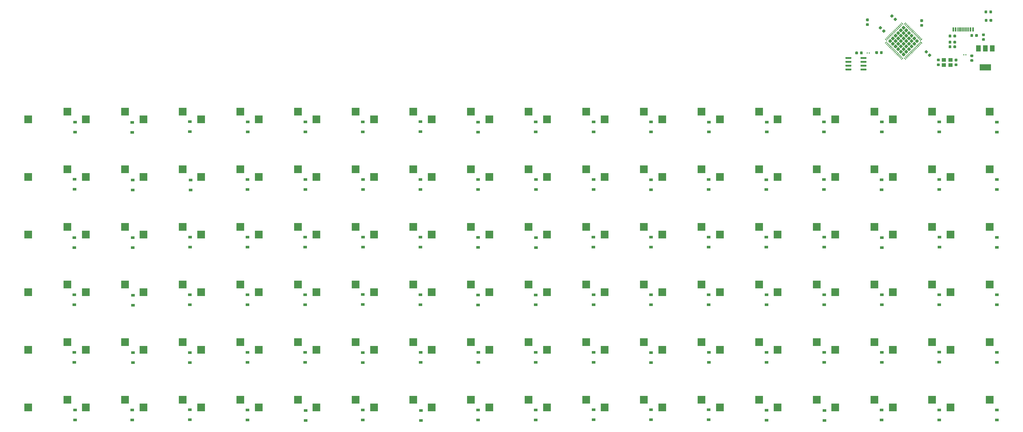
<source format=gbp>
G04 #@! TF.GenerationSoftware,KiCad,Pcbnew,(5.1.4)-1*
G04 #@! TF.CreationDate,2021-09-15T16:32:01-03:00*
G04 #@! TF.ProjectId,keyboard-pcb,6b657962-6f61-4726-942d-7063622e6b69,rev?*
G04 #@! TF.SameCoordinates,Original*
G04 #@! TF.FileFunction,Paste,Bot*
G04 #@! TF.FilePolarity,Positive*
%FSLAX46Y46*%
G04 Gerber Fmt 4.6, Leading zero omitted, Abs format (unit mm)*
G04 Created by KiCad (PCBNEW (5.1.4)-1) date 2021-09-15 16:32:01*
%MOMM*%
%LPD*%
G04 APERTURE LIST*
%ADD10R,0.600000X1.450000*%
%ADD11R,0.300000X1.450000*%
%ADD12C,0.100000*%
%ADD13C,0.875000*%
%ADD14R,2.550000X2.500000*%
%ADD15C,0.179289*%
%ADD16C,0.250000*%
%ADD17C,1.010000*%
%ADD18R,1.400000X1.200000*%
%ADD19C,0.600000*%
%ADD20R,1.500000X2.000000*%
%ADD21R,3.800000X2.000000*%
%ADD22C,0.318000*%
%ADD23R,1.200000X0.900000*%
G04 APERTURE END LIST*
D10*
X355929000Y-69323000D03*
X355129000Y-69323000D03*
X350229000Y-69323000D03*
X349429000Y-69323000D03*
X349429000Y-69323000D03*
X350229000Y-69323000D03*
X355129000Y-69323000D03*
X355929000Y-69323000D03*
D11*
X350929000Y-69323000D03*
X351429000Y-69323000D03*
X351929000Y-69323000D03*
X352929000Y-69323000D03*
X353429000Y-69323000D03*
X353929000Y-69323000D03*
X354429000Y-69323000D03*
X352429000Y-69323000D03*
D12*
G36*
X360437491Y-63026053D02*
G01*
X360458726Y-63029203D01*
X360479550Y-63034419D01*
X360499762Y-63041651D01*
X360519168Y-63050830D01*
X360537581Y-63061866D01*
X360554824Y-63074654D01*
X360570730Y-63089070D01*
X360585146Y-63104976D01*
X360597934Y-63122219D01*
X360608970Y-63140632D01*
X360618149Y-63160038D01*
X360625381Y-63180250D01*
X360630597Y-63201074D01*
X360633747Y-63222309D01*
X360634800Y-63243750D01*
X360634800Y-63756250D01*
X360633747Y-63777691D01*
X360630597Y-63798926D01*
X360625381Y-63819750D01*
X360618149Y-63839962D01*
X360608970Y-63859368D01*
X360597934Y-63877781D01*
X360585146Y-63895024D01*
X360570730Y-63910930D01*
X360554824Y-63925346D01*
X360537581Y-63938134D01*
X360519168Y-63949170D01*
X360499762Y-63958349D01*
X360479550Y-63965581D01*
X360458726Y-63970797D01*
X360437491Y-63973947D01*
X360416050Y-63975000D01*
X359978550Y-63975000D01*
X359957109Y-63973947D01*
X359935874Y-63970797D01*
X359915050Y-63965581D01*
X359894838Y-63958349D01*
X359875432Y-63949170D01*
X359857019Y-63938134D01*
X359839776Y-63925346D01*
X359823870Y-63910930D01*
X359809454Y-63895024D01*
X359796666Y-63877781D01*
X359785630Y-63859368D01*
X359776451Y-63839962D01*
X359769219Y-63819750D01*
X359764003Y-63798926D01*
X359760853Y-63777691D01*
X359759800Y-63756250D01*
X359759800Y-63243750D01*
X359760853Y-63222309D01*
X359764003Y-63201074D01*
X359769219Y-63180250D01*
X359776451Y-63160038D01*
X359785630Y-63140632D01*
X359796666Y-63122219D01*
X359809454Y-63104976D01*
X359823870Y-63089070D01*
X359839776Y-63074654D01*
X359857019Y-63061866D01*
X359875432Y-63050830D01*
X359894838Y-63041651D01*
X359915050Y-63034419D01*
X359935874Y-63029203D01*
X359957109Y-63026053D01*
X359978550Y-63025000D01*
X360416050Y-63025000D01*
X360437491Y-63026053D01*
X360437491Y-63026053D01*
G37*
D13*
X360197300Y-63500000D03*
D12*
G36*
X362012491Y-63026053D02*
G01*
X362033726Y-63029203D01*
X362054550Y-63034419D01*
X362074762Y-63041651D01*
X362094168Y-63050830D01*
X362112581Y-63061866D01*
X362129824Y-63074654D01*
X362145730Y-63089070D01*
X362160146Y-63104976D01*
X362172934Y-63122219D01*
X362183970Y-63140632D01*
X362193149Y-63160038D01*
X362200381Y-63180250D01*
X362205597Y-63201074D01*
X362208747Y-63222309D01*
X362209800Y-63243750D01*
X362209800Y-63756250D01*
X362208747Y-63777691D01*
X362205597Y-63798926D01*
X362200381Y-63819750D01*
X362193149Y-63839962D01*
X362183970Y-63859368D01*
X362172934Y-63877781D01*
X362160146Y-63895024D01*
X362145730Y-63910930D01*
X362129824Y-63925346D01*
X362112581Y-63938134D01*
X362094168Y-63949170D01*
X362074762Y-63958349D01*
X362054550Y-63965581D01*
X362033726Y-63970797D01*
X362012491Y-63973947D01*
X361991050Y-63975000D01*
X361553550Y-63975000D01*
X361532109Y-63973947D01*
X361510874Y-63970797D01*
X361490050Y-63965581D01*
X361469838Y-63958349D01*
X361450432Y-63949170D01*
X361432019Y-63938134D01*
X361414776Y-63925346D01*
X361398870Y-63910930D01*
X361384454Y-63895024D01*
X361371666Y-63877781D01*
X361360630Y-63859368D01*
X361351451Y-63839962D01*
X361344219Y-63819750D01*
X361339003Y-63798926D01*
X361335853Y-63777691D01*
X361334800Y-63756250D01*
X361334800Y-63243750D01*
X361335853Y-63222309D01*
X361339003Y-63201074D01*
X361344219Y-63180250D01*
X361351451Y-63160038D01*
X361360630Y-63140632D01*
X361371666Y-63122219D01*
X361384454Y-63104976D01*
X361398870Y-63089070D01*
X361414776Y-63074654D01*
X361432019Y-63061866D01*
X361450432Y-63050830D01*
X361469838Y-63041651D01*
X361490050Y-63034419D01*
X361510874Y-63029203D01*
X361532109Y-63026053D01*
X361553550Y-63025000D01*
X361991050Y-63025000D01*
X362012491Y-63026053D01*
X362012491Y-63026053D01*
G37*
D13*
X361772300Y-63500000D03*
D14*
X342365000Y-115570000D03*
X329465000Y-118110000D03*
D15*
X332525542Y-67380241D03*
D12*
G36*
X332127794Y-67159270D02*
G01*
X332304571Y-66982493D01*
X332852579Y-67530501D01*
X332852579Y-67671923D01*
X332746513Y-67777989D01*
X332127794Y-67159270D01*
X332127794Y-67159270D01*
G37*
G36*
X331957143Y-67362236D02*
G01*
X331963210Y-67363136D01*
X331969160Y-67364626D01*
X331974935Y-67366693D01*
X331980479Y-67369315D01*
X331985740Y-67372468D01*
X331990667Y-67376122D01*
X331995211Y-67380241D01*
X332525541Y-67910571D01*
X332529660Y-67915115D01*
X332533314Y-67920042D01*
X332536467Y-67925303D01*
X332539089Y-67930847D01*
X332541156Y-67936622D01*
X332542646Y-67942572D01*
X332543546Y-67948639D01*
X332543847Y-67954765D01*
X332543546Y-67960891D01*
X332542646Y-67966958D01*
X332541156Y-67972908D01*
X332539089Y-67978683D01*
X332536467Y-67984227D01*
X332533314Y-67989488D01*
X332529660Y-67994415D01*
X332525541Y-67998959D01*
X332437153Y-68087347D01*
X332432609Y-68091466D01*
X332427682Y-68095120D01*
X332422421Y-68098273D01*
X332416877Y-68100895D01*
X332411102Y-68102962D01*
X332405152Y-68104452D01*
X332399085Y-68105352D01*
X332392959Y-68105653D01*
X332386833Y-68105352D01*
X332380766Y-68104452D01*
X332374816Y-68102962D01*
X332369041Y-68100895D01*
X332363497Y-68098273D01*
X332358236Y-68095120D01*
X332353309Y-68091466D01*
X332348765Y-68087347D01*
X331818435Y-67557017D01*
X331814316Y-67552473D01*
X331810662Y-67547546D01*
X331807509Y-67542285D01*
X331804887Y-67536741D01*
X331802820Y-67530966D01*
X331801330Y-67525016D01*
X331800430Y-67518949D01*
X331800129Y-67512823D01*
X331800430Y-67506697D01*
X331801330Y-67500630D01*
X331802820Y-67494680D01*
X331804887Y-67488905D01*
X331807509Y-67483361D01*
X331810662Y-67478100D01*
X331814316Y-67473173D01*
X331818435Y-67468629D01*
X331906823Y-67380241D01*
X331911367Y-67376122D01*
X331916294Y-67372468D01*
X331921555Y-67369315D01*
X331927099Y-67366693D01*
X331932874Y-67364626D01*
X331938824Y-67363136D01*
X331944891Y-67362236D01*
X331951017Y-67361935D01*
X331957143Y-67362236D01*
X331957143Y-67362236D01*
G37*
D16*
X332171988Y-67733794D03*
D12*
G36*
X331603590Y-67715790D02*
G01*
X331609657Y-67716690D01*
X331615607Y-67718180D01*
X331621382Y-67720247D01*
X331626926Y-67722869D01*
X331632187Y-67726022D01*
X331637114Y-67729676D01*
X331641658Y-67733795D01*
X332171988Y-68264125D01*
X332176107Y-68268669D01*
X332179761Y-68273596D01*
X332182914Y-68278857D01*
X332185536Y-68284401D01*
X332187603Y-68290176D01*
X332189093Y-68296126D01*
X332189993Y-68302193D01*
X332190294Y-68308319D01*
X332189993Y-68314445D01*
X332189093Y-68320512D01*
X332187603Y-68326462D01*
X332185536Y-68332237D01*
X332182914Y-68337781D01*
X332179761Y-68343042D01*
X332176107Y-68347969D01*
X332171988Y-68352513D01*
X332083600Y-68440901D01*
X332079056Y-68445020D01*
X332074129Y-68448674D01*
X332068868Y-68451827D01*
X332063324Y-68454449D01*
X332057549Y-68456516D01*
X332051599Y-68458006D01*
X332045532Y-68458906D01*
X332039406Y-68459207D01*
X332033280Y-68458906D01*
X332027213Y-68458006D01*
X332021263Y-68456516D01*
X332015488Y-68454449D01*
X332009944Y-68451827D01*
X332004683Y-68448674D01*
X331999756Y-68445020D01*
X331995212Y-68440901D01*
X331464882Y-67910571D01*
X331460763Y-67906027D01*
X331457109Y-67901100D01*
X331453956Y-67895839D01*
X331451334Y-67890295D01*
X331449267Y-67884520D01*
X331447777Y-67878570D01*
X331446877Y-67872503D01*
X331446576Y-67866377D01*
X331446877Y-67860251D01*
X331447777Y-67854184D01*
X331449267Y-67848234D01*
X331451334Y-67842459D01*
X331453956Y-67836915D01*
X331457109Y-67831654D01*
X331460763Y-67826727D01*
X331464882Y-67822183D01*
X331553270Y-67733795D01*
X331557814Y-67729676D01*
X331562741Y-67726022D01*
X331568002Y-67722869D01*
X331573546Y-67720247D01*
X331579321Y-67718180D01*
X331585271Y-67716690D01*
X331591338Y-67715790D01*
X331597464Y-67715489D01*
X331603590Y-67715790D01*
X331603590Y-67715790D01*
G37*
D16*
X331818435Y-68087348D03*
D12*
G36*
X331250037Y-68069343D02*
G01*
X331256104Y-68070243D01*
X331262054Y-68071733D01*
X331267829Y-68073800D01*
X331273373Y-68076422D01*
X331278634Y-68079575D01*
X331283561Y-68083229D01*
X331288105Y-68087348D01*
X331818435Y-68617678D01*
X331822554Y-68622222D01*
X331826208Y-68627149D01*
X331829361Y-68632410D01*
X331831983Y-68637954D01*
X331834050Y-68643729D01*
X331835540Y-68649679D01*
X331836440Y-68655746D01*
X331836741Y-68661872D01*
X331836440Y-68667998D01*
X331835540Y-68674065D01*
X331834050Y-68680015D01*
X331831983Y-68685790D01*
X331829361Y-68691334D01*
X331826208Y-68696595D01*
X331822554Y-68701522D01*
X331818435Y-68706066D01*
X331730047Y-68794454D01*
X331725503Y-68798573D01*
X331720576Y-68802227D01*
X331715315Y-68805380D01*
X331709771Y-68808002D01*
X331703996Y-68810069D01*
X331698046Y-68811559D01*
X331691979Y-68812459D01*
X331685853Y-68812760D01*
X331679727Y-68812459D01*
X331673660Y-68811559D01*
X331667710Y-68810069D01*
X331661935Y-68808002D01*
X331656391Y-68805380D01*
X331651130Y-68802227D01*
X331646203Y-68798573D01*
X331641659Y-68794454D01*
X331111329Y-68264124D01*
X331107210Y-68259580D01*
X331103556Y-68254653D01*
X331100403Y-68249392D01*
X331097781Y-68243848D01*
X331095714Y-68238073D01*
X331094224Y-68232123D01*
X331093324Y-68226056D01*
X331093023Y-68219930D01*
X331093324Y-68213804D01*
X331094224Y-68207737D01*
X331095714Y-68201787D01*
X331097781Y-68196012D01*
X331100403Y-68190468D01*
X331103556Y-68185207D01*
X331107210Y-68180280D01*
X331111329Y-68175736D01*
X331199717Y-68087348D01*
X331204261Y-68083229D01*
X331209188Y-68079575D01*
X331214449Y-68076422D01*
X331219993Y-68073800D01*
X331225768Y-68071733D01*
X331231718Y-68070243D01*
X331237785Y-68069343D01*
X331243911Y-68069042D01*
X331250037Y-68069343D01*
X331250037Y-68069343D01*
G37*
D16*
X331464882Y-68440901D03*
D12*
G36*
X330896483Y-68422896D02*
G01*
X330902550Y-68423796D01*
X330908500Y-68425286D01*
X330914275Y-68427353D01*
X330919819Y-68429975D01*
X330925080Y-68433128D01*
X330930007Y-68436782D01*
X330934551Y-68440901D01*
X331464881Y-68971231D01*
X331469000Y-68975775D01*
X331472654Y-68980702D01*
X331475807Y-68985963D01*
X331478429Y-68991507D01*
X331480496Y-68997282D01*
X331481986Y-69003232D01*
X331482886Y-69009299D01*
X331483187Y-69015425D01*
X331482886Y-69021551D01*
X331481986Y-69027618D01*
X331480496Y-69033568D01*
X331478429Y-69039343D01*
X331475807Y-69044887D01*
X331472654Y-69050148D01*
X331469000Y-69055075D01*
X331464881Y-69059619D01*
X331376493Y-69148007D01*
X331371949Y-69152126D01*
X331367022Y-69155780D01*
X331361761Y-69158933D01*
X331356217Y-69161555D01*
X331350442Y-69163622D01*
X331344492Y-69165112D01*
X331338425Y-69166012D01*
X331332299Y-69166313D01*
X331326173Y-69166012D01*
X331320106Y-69165112D01*
X331314156Y-69163622D01*
X331308381Y-69161555D01*
X331302837Y-69158933D01*
X331297576Y-69155780D01*
X331292649Y-69152126D01*
X331288105Y-69148007D01*
X330757775Y-68617677D01*
X330753656Y-68613133D01*
X330750002Y-68608206D01*
X330746849Y-68602945D01*
X330744227Y-68597401D01*
X330742160Y-68591626D01*
X330740670Y-68585676D01*
X330739770Y-68579609D01*
X330739469Y-68573483D01*
X330739770Y-68567357D01*
X330740670Y-68561290D01*
X330742160Y-68555340D01*
X330744227Y-68549565D01*
X330746849Y-68544021D01*
X330750002Y-68538760D01*
X330753656Y-68533833D01*
X330757775Y-68529289D01*
X330846163Y-68440901D01*
X330850707Y-68436782D01*
X330855634Y-68433128D01*
X330860895Y-68429975D01*
X330866439Y-68427353D01*
X330872214Y-68425286D01*
X330878164Y-68423796D01*
X330884231Y-68422896D01*
X330890357Y-68422595D01*
X330896483Y-68422896D01*
X330896483Y-68422896D01*
G37*
D16*
X331111328Y-68794454D03*
D12*
G36*
X330542930Y-68776450D02*
G01*
X330548997Y-68777350D01*
X330554947Y-68778840D01*
X330560722Y-68780907D01*
X330566266Y-68783529D01*
X330571527Y-68786682D01*
X330576454Y-68790336D01*
X330580998Y-68794455D01*
X331111328Y-69324785D01*
X331115447Y-69329329D01*
X331119101Y-69334256D01*
X331122254Y-69339517D01*
X331124876Y-69345061D01*
X331126943Y-69350836D01*
X331128433Y-69356786D01*
X331129333Y-69362853D01*
X331129634Y-69368979D01*
X331129333Y-69375105D01*
X331128433Y-69381172D01*
X331126943Y-69387122D01*
X331124876Y-69392897D01*
X331122254Y-69398441D01*
X331119101Y-69403702D01*
X331115447Y-69408629D01*
X331111328Y-69413173D01*
X331022940Y-69501561D01*
X331018396Y-69505680D01*
X331013469Y-69509334D01*
X331008208Y-69512487D01*
X331002664Y-69515109D01*
X330996889Y-69517176D01*
X330990939Y-69518666D01*
X330984872Y-69519566D01*
X330978746Y-69519867D01*
X330972620Y-69519566D01*
X330966553Y-69518666D01*
X330960603Y-69517176D01*
X330954828Y-69515109D01*
X330949284Y-69512487D01*
X330944023Y-69509334D01*
X330939096Y-69505680D01*
X330934552Y-69501561D01*
X330404222Y-68971231D01*
X330400103Y-68966687D01*
X330396449Y-68961760D01*
X330393296Y-68956499D01*
X330390674Y-68950955D01*
X330388607Y-68945180D01*
X330387117Y-68939230D01*
X330386217Y-68933163D01*
X330385916Y-68927037D01*
X330386217Y-68920911D01*
X330387117Y-68914844D01*
X330388607Y-68908894D01*
X330390674Y-68903119D01*
X330393296Y-68897575D01*
X330396449Y-68892314D01*
X330400103Y-68887387D01*
X330404222Y-68882843D01*
X330492610Y-68794455D01*
X330497154Y-68790336D01*
X330502081Y-68786682D01*
X330507342Y-68783529D01*
X330512886Y-68780907D01*
X330518661Y-68778840D01*
X330524611Y-68777350D01*
X330530678Y-68776450D01*
X330536804Y-68776149D01*
X330542930Y-68776450D01*
X330542930Y-68776450D01*
G37*
D16*
X330757775Y-69148008D03*
D12*
G36*
X330189376Y-69130003D02*
G01*
X330195443Y-69130903D01*
X330201393Y-69132393D01*
X330207168Y-69134460D01*
X330212712Y-69137082D01*
X330217973Y-69140235D01*
X330222900Y-69143889D01*
X330227444Y-69148008D01*
X330757774Y-69678338D01*
X330761893Y-69682882D01*
X330765547Y-69687809D01*
X330768700Y-69693070D01*
X330771322Y-69698614D01*
X330773389Y-69704389D01*
X330774879Y-69710339D01*
X330775779Y-69716406D01*
X330776080Y-69722532D01*
X330775779Y-69728658D01*
X330774879Y-69734725D01*
X330773389Y-69740675D01*
X330771322Y-69746450D01*
X330768700Y-69751994D01*
X330765547Y-69757255D01*
X330761893Y-69762182D01*
X330757774Y-69766726D01*
X330669386Y-69855114D01*
X330664842Y-69859233D01*
X330659915Y-69862887D01*
X330654654Y-69866040D01*
X330649110Y-69868662D01*
X330643335Y-69870729D01*
X330637385Y-69872219D01*
X330631318Y-69873119D01*
X330625192Y-69873420D01*
X330619066Y-69873119D01*
X330612999Y-69872219D01*
X330607049Y-69870729D01*
X330601274Y-69868662D01*
X330595730Y-69866040D01*
X330590469Y-69862887D01*
X330585542Y-69859233D01*
X330580998Y-69855114D01*
X330050668Y-69324784D01*
X330046549Y-69320240D01*
X330042895Y-69315313D01*
X330039742Y-69310052D01*
X330037120Y-69304508D01*
X330035053Y-69298733D01*
X330033563Y-69292783D01*
X330032663Y-69286716D01*
X330032362Y-69280590D01*
X330032663Y-69274464D01*
X330033563Y-69268397D01*
X330035053Y-69262447D01*
X330037120Y-69256672D01*
X330039742Y-69251128D01*
X330042895Y-69245867D01*
X330046549Y-69240940D01*
X330050668Y-69236396D01*
X330139056Y-69148008D01*
X330143600Y-69143889D01*
X330148527Y-69140235D01*
X330153788Y-69137082D01*
X330159332Y-69134460D01*
X330165107Y-69132393D01*
X330171057Y-69130903D01*
X330177124Y-69130003D01*
X330183250Y-69129702D01*
X330189376Y-69130003D01*
X330189376Y-69130003D01*
G37*
D16*
X330404221Y-69501561D03*
D12*
G36*
X329835823Y-69483557D02*
G01*
X329841890Y-69484457D01*
X329847840Y-69485947D01*
X329853615Y-69488014D01*
X329859159Y-69490636D01*
X329864420Y-69493789D01*
X329869347Y-69497443D01*
X329873891Y-69501562D01*
X330404221Y-70031892D01*
X330408340Y-70036436D01*
X330411994Y-70041363D01*
X330415147Y-70046624D01*
X330417769Y-70052168D01*
X330419836Y-70057943D01*
X330421326Y-70063893D01*
X330422226Y-70069960D01*
X330422527Y-70076086D01*
X330422226Y-70082212D01*
X330421326Y-70088279D01*
X330419836Y-70094229D01*
X330417769Y-70100004D01*
X330415147Y-70105548D01*
X330411994Y-70110809D01*
X330408340Y-70115736D01*
X330404221Y-70120280D01*
X330315833Y-70208668D01*
X330311289Y-70212787D01*
X330306362Y-70216441D01*
X330301101Y-70219594D01*
X330295557Y-70222216D01*
X330289782Y-70224283D01*
X330283832Y-70225773D01*
X330277765Y-70226673D01*
X330271639Y-70226974D01*
X330265513Y-70226673D01*
X330259446Y-70225773D01*
X330253496Y-70224283D01*
X330247721Y-70222216D01*
X330242177Y-70219594D01*
X330236916Y-70216441D01*
X330231989Y-70212787D01*
X330227445Y-70208668D01*
X329697115Y-69678338D01*
X329692996Y-69673794D01*
X329689342Y-69668867D01*
X329686189Y-69663606D01*
X329683567Y-69658062D01*
X329681500Y-69652287D01*
X329680010Y-69646337D01*
X329679110Y-69640270D01*
X329678809Y-69634144D01*
X329679110Y-69628018D01*
X329680010Y-69621951D01*
X329681500Y-69616001D01*
X329683567Y-69610226D01*
X329686189Y-69604682D01*
X329689342Y-69599421D01*
X329692996Y-69594494D01*
X329697115Y-69589950D01*
X329785503Y-69501562D01*
X329790047Y-69497443D01*
X329794974Y-69493789D01*
X329800235Y-69490636D01*
X329805779Y-69488014D01*
X329811554Y-69485947D01*
X329817504Y-69484457D01*
X329823571Y-69483557D01*
X329829697Y-69483256D01*
X329835823Y-69483557D01*
X329835823Y-69483557D01*
G37*
D16*
X330050668Y-69855115D03*
D12*
G36*
X329482270Y-69837110D02*
G01*
X329488337Y-69838010D01*
X329494287Y-69839500D01*
X329500062Y-69841567D01*
X329505606Y-69844189D01*
X329510867Y-69847342D01*
X329515794Y-69850996D01*
X329520338Y-69855115D01*
X330050668Y-70385445D01*
X330054787Y-70389989D01*
X330058441Y-70394916D01*
X330061594Y-70400177D01*
X330064216Y-70405721D01*
X330066283Y-70411496D01*
X330067773Y-70417446D01*
X330068673Y-70423513D01*
X330068974Y-70429639D01*
X330068673Y-70435765D01*
X330067773Y-70441832D01*
X330066283Y-70447782D01*
X330064216Y-70453557D01*
X330061594Y-70459101D01*
X330058441Y-70464362D01*
X330054787Y-70469289D01*
X330050668Y-70473833D01*
X329962280Y-70562221D01*
X329957736Y-70566340D01*
X329952809Y-70569994D01*
X329947548Y-70573147D01*
X329942004Y-70575769D01*
X329936229Y-70577836D01*
X329930279Y-70579326D01*
X329924212Y-70580226D01*
X329918086Y-70580527D01*
X329911960Y-70580226D01*
X329905893Y-70579326D01*
X329899943Y-70577836D01*
X329894168Y-70575769D01*
X329888624Y-70573147D01*
X329883363Y-70569994D01*
X329878436Y-70566340D01*
X329873892Y-70562221D01*
X329343562Y-70031891D01*
X329339443Y-70027347D01*
X329335789Y-70022420D01*
X329332636Y-70017159D01*
X329330014Y-70011615D01*
X329327947Y-70005840D01*
X329326457Y-69999890D01*
X329325557Y-69993823D01*
X329325256Y-69987697D01*
X329325557Y-69981571D01*
X329326457Y-69975504D01*
X329327947Y-69969554D01*
X329330014Y-69963779D01*
X329332636Y-69958235D01*
X329335789Y-69952974D01*
X329339443Y-69948047D01*
X329343562Y-69943503D01*
X329431950Y-69855115D01*
X329436494Y-69850996D01*
X329441421Y-69847342D01*
X329446682Y-69844189D01*
X329452226Y-69841567D01*
X329458001Y-69839500D01*
X329463951Y-69838010D01*
X329470018Y-69837110D01*
X329476144Y-69836809D01*
X329482270Y-69837110D01*
X329482270Y-69837110D01*
G37*
D16*
X329697115Y-70208668D03*
D12*
G36*
X329128716Y-70190663D02*
G01*
X329134783Y-70191563D01*
X329140733Y-70193053D01*
X329146508Y-70195120D01*
X329152052Y-70197742D01*
X329157313Y-70200895D01*
X329162240Y-70204549D01*
X329166784Y-70208668D01*
X329697114Y-70738998D01*
X329701233Y-70743542D01*
X329704887Y-70748469D01*
X329708040Y-70753730D01*
X329710662Y-70759274D01*
X329712729Y-70765049D01*
X329714219Y-70770999D01*
X329715119Y-70777066D01*
X329715420Y-70783192D01*
X329715119Y-70789318D01*
X329714219Y-70795385D01*
X329712729Y-70801335D01*
X329710662Y-70807110D01*
X329708040Y-70812654D01*
X329704887Y-70817915D01*
X329701233Y-70822842D01*
X329697114Y-70827386D01*
X329608726Y-70915774D01*
X329604182Y-70919893D01*
X329599255Y-70923547D01*
X329593994Y-70926700D01*
X329588450Y-70929322D01*
X329582675Y-70931389D01*
X329576725Y-70932879D01*
X329570658Y-70933779D01*
X329564532Y-70934080D01*
X329558406Y-70933779D01*
X329552339Y-70932879D01*
X329546389Y-70931389D01*
X329540614Y-70929322D01*
X329535070Y-70926700D01*
X329529809Y-70923547D01*
X329524882Y-70919893D01*
X329520338Y-70915774D01*
X328990008Y-70385444D01*
X328985889Y-70380900D01*
X328982235Y-70375973D01*
X328979082Y-70370712D01*
X328976460Y-70365168D01*
X328974393Y-70359393D01*
X328972903Y-70353443D01*
X328972003Y-70347376D01*
X328971702Y-70341250D01*
X328972003Y-70335124D01*
X328972903Y-70329057D01*
X328974393Y-70323107D01*
X328976460Y-70317332D01*
X328979082Y-70311788D01*
X328982235Y-70306527D01*
X328985889Y-70301600D01*
X328990008Y-70297056D01*
X329078396Y-70208668D01*
X329082940Y-70204549D01*
X329087867Y-70200895D01*
X329093128Y-70197742D01*
X329098672Y-70195120D01*
X329104447Y-70193053D01*
X329110397Y-70191563D01*
X329116464Y-70190663D01*
X329122590Y-70190362D01*
X329128716Y-70190663D01*
X329128716Y-70190663D01*
G37*
D16*
X329343561Y-70562221D03*
D12*
G36*
X328775163Y-70544217D02*
G01*
X328781230Y-70545117D01*
X328787180Y-70546607D01*
X328792955Y-70548674D01*
X328798499Y-70551296D01*
X328803760Y-70554449D01*
X328808687Y-70558103D01*
X328813231Y-70562222D01*
X329343561Y-71092552D01*
X329347680Y-71097096D01*
X329351334Y-71102023D01*
X329354487Y-71107284D01*
X329357109Y-71112828D01*
X329359176Y-71118603D01*
X329360666Y-71124553D01*
X329361566Y-71130620D01*
X329361867Y-71136746D01*
X329361566Y-71142872D01*
X329360666Y-71148939D01*
X329359176Y-71154889D01*
X329357109Y-71160664D01*
X329354487Y-71166208D01*
X329351334Y-71171469D01*
X329347680Y-71176396D01*
X329343561Y-71180940D01*
X329255173Y-71269328D01*
X329250629Y-71273447D01*
X329245702Y-71277101D01*
X329240441Y-71280254D01*
X329234897Y-71282876D01*
X329229122Y-71284943D01*
X329223172Y-71286433D01*
X329217105Y-71287333D01*
X329210979Y-71287634D01*
X329204853Y-71287333D01*
X329198786Y-71286433D01*
X329192836Y-71284943D01*
X329187061Y-71282876D01*
X329181517Y-71280254D01*
X329176256Y-71277101D01*
X329171329Y-71273447D01*
X329166785Y-71269328D01*
X328636455Y-70738998D01*
X328632336Y-70734454D01*
X328628682Y-70729527D01*
X328625529Y-70724266D01*
X328622907Y-70718722D01*
X328620840Y-70712947D01*
X328619350Y-70706997D01*
X328618450Y-70700930D01*
X328618149Y-70694804D01*
X328618450Y-70688678D01*
X328619350Y-70682611D01*
X328620840Y-70676661D01*
X328622907Y-70670886D01*
X328625529Y-70665342D01*
X328628682Y-70660081D01*
X328632336Y-70655154D01*
X328636455Y-70650610D01*
X328724843Y-70562222D01*
X328729387Y-70558103D01*
X328734314Y-70554449D01*
X328739575Y-70551296D01*
X328745119Y-70548674D01*
X328750894Y-70546607D01*
X328756844Y-70545117D01*
X328762911Y-70544217D01*
X328769037Y-70543916D01*
X328775163Y-70544217D01*
X328775163Y-70544217D01*
G37*
D16*
X328990008Y-70915775D03*
D12*
G36*
X328421609Y-70897770D02*
G01*
X328427676Y-70898670D01*
X328433626Y-70900160D01*
X328439401Y-70902227D01*
X328444945Y-70904849D01*
X328450206Y-70908002D01*
X328455133Y-70911656D01*
X328459677Y-70915775D01*
X328990007Y-71446105D01*
X328994126Y-71450649D01*
X328997780Y-71455576D01*
X329000933Y-71460837D01*
X329003555Y-71466381D01*
X329005622Y-71472156D01*
X329007112Y-71478106D01*
X329008012Y-71484173D01*
X329008313Y-71490299D01*
X329008012Y-71496425D01*
X329007112Y-71502492D01*
X329005622Y-71508442D01*
X329003555Y-71514217D01*
X329000933Y-71519761D01*
X328997780Y-71525022D01*
X328994126Y-71529949D01*
X328990007Y-71534493D01*
X328901619Y-71622881D01*
X328897075Y-71627000D01*
X328892148Y-71630654D01*
X328886887Y-71633807D01*
X328881343Y-71636429D01*
X328875568Y-71638496D01*
X328869618Y-71639986D01*
X328863551Y-71640886D01*
X328857425Y-71641187D01*
X328851299Y-71640886D01*
X328845232Y-71639986D01*
X328839282Y-71638496D01*
X328833507Y-71636429D01*
X328827963Y-71633807D01*
X328822702Y-71630654D01*
X328817775Y-71627000D01*
X328813231Y-71622881D01*
X328282901Y-71092551D01*
X328278782Y-71088007D01*
X328275128Y-71083080D01*
X328271975Y-71077819D01*
X328269353Y-71072275D01*
X328267286Y-71066500D01*
X328265796Y-71060550D01*
X328264896Y-71054483D01*
X328264595Y-71048357D01*
X328264896Y-71042231D01*
X328265796Y-71036164D01*
X328267286Y-71030214D01*
X328269353Y-71024439D01*
X328271975Y-71018895D01*
X328275128Y-71013634D01*
X328278782Y-71008707D01*
X328282901Y-71004163D01*
X328371289Y-70915775D01*
X328375833Y-70911656D01*
X328380760Y-70908002D01*
X328386021Y-70904849D01*
X328391565Y-70902227D01*
X328397340Y-70900160D01*
X328403290Y-70898670D01*
X328409357Y-70897770D01*
X328415483Y-70897469D01*
X328421609Y-70897770D01*
X328421609Y-70897770D01*
G37*
D16*
X328636454Y-71269328D03*
D12*
G36*
X328068056Y-71251324D02*
G01*
X328074123Y-71252224D01*
X328080073Y-71253714D01*
X328085848Y-71255781D01*
X328091392Y-71258403D01*
X328096653Y-71261556D01*
X328101580Y-71265210D01*
X328106124Y-71269329D01*
X328636454Y-71799659D01*
X328640573Y-71804203D01*
X328644227Y-71809130D01*
X328647380Y-71814391D01*
X328650002Y-71819935D01*
X328652069Y-71825710D01*
X328653559Y-71831660D01*
X328654459Y-71837727D01*
X328654760Y-71843853D01*
X328654459Y-71849979D01*
X328653559Y-71856046D01*
X328652069Y-71861996D01*
X328650002Y-71867771D01*
X328647380Y-71873315D01*
X328644227Y-71878576D01*
X328640573Y-71883503D01*
X328636454Y-71888047D01*
X328548066Y-71976435D01*
X328543522Y-71980554D01*
X328538595Y-71984208D01*
X328533334Y-71987361D01*
X328527790Y-71989983D01*
X328522015Y-71992050D01*
X328516065Y-71993540D01*
X328509998Y-71994440D01*
X328503872Y-71994741D01*
X328497746Y-71994440D01*
X328491679Y-71993540D01*
X328485729Y-71992050D01*
X328479954Y-71989983D01*
X328474410Y-71987361D01*
X328469149Y-71984208D01*
X328464222Y-71980554D01*
X328459678Y-71976435D01*
X327929348Y-71446105D01*
X327925229Y-71441561D01*
X327921575Y-71436634D01*
X327918422Y-71431373D01*
X327915800Y-71425829D01*
X327913733Y-71420054D01*
X327912243Y-71414104D01*
X327911343Y-71408037D01*
X327911042Y-71401911D01*
X327911343Y-71395785D01*
X327912243Y-71389718D01*
X327913733Y-71383768D01*
X327915800Y-71377993D01*
X327918422Y-71372449D01*
X327921575Y-71367188D01*
X327925229Y-71362261D01*
X327929348Y-71357717D01*
X328017736Y-71269329D01*
X328022280Y-71265210D01*
X328027207Y-71261556D01*
X328032468Y-71258403D01*
X328038012Y-71255781D01*
X328043787Y-71253714D01*
X328049737Y-71252224D01*
X328055804Y-71251324D01*
X328061930Y-71251023D01*
X328068056Y-71251324D01*
X328068056Y-71251324D01*
G37*
D16*
X328282901Y-71622882D03*
D12*
G36*
X327714503Y-71604877D02*
G01*
X327720570Y-71605777D01*
X327726520Y-71607267D01*
X327732295Y-71609334D01*
X327737839Y-71611956D01*
X327743100Y-71615109D01*
X327748027Y-71618763D01*
X327752571Y-71622882D01*
X328282901Y-72153212D01*
X328287020Y-72157756D01*
X328290674Y-72162683D01*
X328293827Y-72167944D01*
X328296449Y-72173488D01*
X328298516Y-72179263D01*
X328300006Y-72185213D01*
X328300906Y-72191280D01*
X328301207Y-72197406D01*
X328300906Y-72203532D01*
X328300006Y-72209599D01*
X328298516Y-72215549D01*
X328296449Y-72221324D01*
X328293827Y-72226868D01*
X328290674Y-72232129D01*
X328287020Y-72237056D01*
X328282901Y-72241600D01*
X328194513Y-72329988D01*
X328189969Y-72334107D01*
X328185042Y-72337761D01*
X328179781Y-72340914D01*
X328174237Y-72343536D01*
X328168462Y-72345603D01*
X328162512Y-72347093D01*
X328156445Y-72347993D01*
X328150319Y-72348294D01*
X328144193Y-72347993D01*
X328138126Y-72347093D01*
X328132176Y-72345603D01*
X328126401Y-72343536D01*
X328120857Y-72340914D01*
X328115596Y-72337761D01*
X328110669Y-72334107D01*
X328106125Y-72329988D01*
X327575795Y-71799658D01*
X327571676Y-71795114D01*
X327568022Y-71790187D01*
X327564869Y-71784926D01*
X327562247Y-71779382D01*
X327560180Y-71773607D01*
X327558690Y-71767657D01*
X327557790Y-71761590D01*
X327557489Y-71755464D01*
X327557790Y-71749338D01*
X327558690Y-71743271D01*
X327560180Y-71737321D01*
X327562247Y-71731546D01*
X327564869Y-71726002D01*
X327568022Y-71720741D01*
X327571676Y-71715814D01*
X327575795Y-71711270D01*
X327664183Y-71622882D01*
X327668727Y-71618763D01*
X327673654Y-71615109D01*
X327678915Y-71611956D01*
X327684459Y-71609334D01*
X327690234Y-71607267D01*
X327696184Y-71605777D01*
X327702251Y-71604877D01*
X327708377Y-71604576D01*
X327714503Y-71604877D01*
X327714503Y-71604877D01*
G37*
D16*
X327929348Y-71976435D03*
D12*
G36*
X327360949Y-71958430D02*
G01*
X327367016Y-71959330D01*
X327372966Y-71960820D01*
X327378741Y-71962887D01*
X327384285Y-71965509D01*
X327389546Y-71968662D01*
X327394473Y-71972316D01*
X327399017Y-71976435D01*
X327929347Y-72506765D01*
X327933466Y-72511309D01*
X327937120Y-72516236D01*
X327940273Y-72521497D01*
X327942895Y-72527041D01*
X327944962Y-72532816D01*
X327946452Y-72538766D01*
X327947352Y-72544833D01*
X327947653Y-72550959D01*
X327947352Y-72557085D01*
X327946452Y-72563152D01*
X327944962Y-72569102D01*
X327942895Y-72574877D01*
X327940273Y-72580421D01*
X327937120Y-72585682D01*
X327933466Y-72590609D01*
X327929347Y-72595153D01*
X327840959Y-72683541D01*
X327836415Y-72687660D01*
X327831488Y-72691314D01*
X327826227Y-72694467D01*
X327820683Y-72697089D01*
X327814908Y-72699156D01*
X327808958Y-72700646D01*
X327802891Y-72701546D01*
X327796765Y-72701847D01*
X327790639Y-72701546D01*
X327784572Y-72700646D01*
X327778622Y-72699156D01*
X327772847Y-72697089D01*
X327767303Y-72694467D01*
X327762042Y-72691314D01*
X327757115Y-72687660D01*
X327752571Y-72683541D01*
X327222241Y-72153211D01*
X327218122Y-72148667D01*
X327214468Y-72143740D01*
X327211315Y-72138479D01*
X327208693Y-72132935D01*
X327206626Y-72127160D01*
X327205136Y-72121210D01*
X327204236Y-72115143D01*
X327203935Y-72109017D01*
X327204236Y-72102891D01*
X327205136Y-72096824D01*
X327206626Y-72090874D01*
X327208693Y-72085099D01*
X327211315Y-72079555D01*
X327214468Y-72074294D01*
X327218122Y-72069367D01*
X327222241Y-72064823D01*
X327310629Y-71976435D01*
X327315173Y-71972316D01*
X327320100Y-71968662D01*
X327325361Y-71965509D01*
X327330905Y-71962887D01*
X327336680Y-71960820D01*
X327342630Y-71959330D01*
X327348697Y-71958430D01*
X327354823Y-71958129D01*
X327360949Y-71958430D01*
X327360949Y-71958430D01*
G37*
D16*
X327575794Y-72329988D03*
D15*
X327222241Y-72683542D03*
D12*
G36*
X327372501Y-73010579D02*
G01*
X326824493Y-72462571D01*
X327001270Y-72285794D01*
X327619989Y-72904513D01*
X327513923Y-73010579D01*
X327372501Y-73010579D01*
X327372501Y-73010579D01*
G37*
D15*
X327222241Y-73620458D03*
D12*
G36*
X326824493Y-73841429D02*
G01*
X327372501Y-73293421D01*
X327513923Y-73293421D01*
X327619989Y-73399487D01*
X327001270Y-74018206D01*
X326824493Y-73841429D01*
X326824493Y-73841429D01*
G37*
G36*
X327802891Y-73602454D02*
G01*
X327808958Y-73603354D01*
X327814908Y-73604844D01*
X327820683Y-73606911D01*
X327826227Y-73609533D01*
X327831488Y-73612686D01*
X327836415Y-73616340D01*
X327840959Y-73620459D01*
X327929347Y-73708847D01*
X327933466Y-73713391D01*
X327937120Y-73718318D01*
X327940273Y-73723579D01*
X327942895Y-73729123D01*
X327944962Y-73734898D01*
X327946452Y-73740848D01*
X327947352Y-73746915D01*
X327947653Y-73753041D01*
X327947352Y-73759167D01*
X327946452Y-73765234D01*
X327944962Y-73771184D01*
X327942895Y-73776959D01*
X327940273Y-73782503D01*
X327937120Y-73787764D01*
X327933466Y-73792691D01*
X327929347Y-73797235D01*
X327399017Y-74327565D01*
X327394473Y-74331684D01*
X327389546Y-74335338D01*
X327384285Y-74338491D01*
X327378741Y-74341113D01*
X327372966Y-74343180D01*
X327367016Y-74344670D01*
X327360949Y-74345570D01*
X327354823Y-74345871D01*
X327348697Y-74345570D01*
X327342630Y-74344670D01*
X327336680Y-74343180D01*
X327330905Y-74341113D01*
X327325361Y-74338491D01*
X327320100Y-74335338D01*
X327315173Y-74331684D01*
X327310629Y-74327565D01*
X327222241Y-74239177D01*
X327218122Y-74234633D01*
X327214468Y-74229706D01*
X327211315Y-74224445D01*
X327208693Y-74218901D01*
X327206626Y-74213126D01*
X327205136Y-74207176D01*
X327204236Y-74201109D01*
X327203935Y-74194983D01*
X327204236Y-74188857D01*
X327205136Y-74182790D01*
X327206626Y-74176840D01*
X327208693Y-74171065D01*
X327211315Y-74165521D01*
X327214468Y-74160260D01*
X327218122Y-74155333D01*
X327222241Y-74150789D01*
X327752571Y-73620459D01*
X327757115Y-73616340D01*
X327762042Y-73612686D01*
X327767303Y-73609533D01*
X327772847Y-73606911D01*
X327778622Y-73604844D01*
X327784572Y-73603354D01*
X327790639Y-73602454D01*
X327796765Y-73602153D01*
X327802891Y-73602454D01*
X327802891Y-73602454D01*
G37*
D16*
X327575794Y-73974012D03*
D12*
G36*
X328156445Y-73956007D02*
G01*
X328162512Y-73956907D01*
X328168462Y-73958397D01*
X328174237Y-73960464D01*
X328179781Y-73963086D01*
X328185042Y-73966239D01*
X328189969Y-73969893D01*
X328194513Y-73974012D01*
X328282901Y-74062400D01*
X328287020Y-74066944D01*
X328290674Y-74071871D01*
X328293827Y-74077132D01*
X328296449Y-74082676D01*
X328298516Y-74088451D01*
X328300006Y-74094401D01*
X328300906Y-74100468D01*
X328301207Y-74106594D01*
X328300906Y-74112720D01*
X328300006Y-74118787D01*
X328298516Y-74124737D01*
X328296449Y-74130512D01*
X328293827Y-74136056D01*
X328290674Y-74141317D01*
X328287020Y-74146244D01*
X328282901Y-74150788D01*
X327752571Y-74681118D01*
X327748027Y-74685237D01*
X327743100Y-74688891D01*
X327737839Y-74692044D01*
X327732295Y-74694666D01*
X327726520Y-74696733D01*
X327720570Y-74698223D01*
X327714503Y-74699123D01*
X327708377Y-74699424D01*
X327702251Y-74699123D01*
X327696184Y-74698223D01*
X327690234Y-74696733D01*
X327684459Y-74694666D01*
X327678915Y-74692044D01*
X327673654Y-74688891D01*
X327668727Y-74685237D01*
X327664183Y-74681118D01*
X327575795Y-74592730D01*
X327571676Y-74588186D01*
X327568022Y-74583259D01*
X327564869Y-74577998D01*
X327562247Y-74572454D01*
X327560180Y-74566679D01*
X327558690Y-74560729D01*
X327557790Y-74554662D01*
X327557489Y-74548536D01*
X327557790Y-74542410D01*
X327558690Y-74536343D01*
X327560180Y-74530393D01*
X327562247Y-74524618D01*
X327564869Y-74519074D01*
X327568022Y-74513813D01*
X327571676Y-74508886D01*
X327575795Y-74504342D01*
X328106125Y-73974012D01*
X328110669Y-73969893D01*
X328115596Y-73966239D01*
X328120857Y-73963086D01*
X328126401Y-73960464D01*
X328132176Y-73958397D01*
X328138126Y-73956907D01*
X328144193Y-73956007D01*
X328150319Y-73955706D01*
X328156445Y-73956007D01*
X328156445Y-73956007D01*
G37*
D16*
X327929348Y-74327565D03*
D12*
G36*
X328509998Y-74309560D02*
G01*
X328516065Y-74310460D01*
X328522015Y-74311950D01*
X328527790Y-74314017D01*
X328533334Y-74316639D01*
X328538595Y-74319792D01*
X328543522Y-74323446D01*
X328548066Y-74327565D01*
X328636454Y-74415953D01*
X328640573Y-74420497D01*
X328644227Y-74425424D01*
X328647380Y-74430685D01*
X328650002Y-74436229D01*
X328652069Y-74442004D01*
X328653559Y-74447954D01*
X328654459Y-74454021D01*
X328654760Y-74460147D01*
X328654459Y-74466273D01*
X328653559Y-74472340D01*
X328652069Y-74478290D01*
X328650002Y-74484065D01*
X328647380Y-74489609D01*
X328644227Y-74494870D01*
X328640573Y-74499797D01*
X328636454Y-74504341D01*
X328106124Y-75034671D01*
X328101580Y-75038790D01*
X328096653Y-75042444D01*
X328091392Y-75045597D01*
X328085848Y-75048219D01*
X328080073Y-75050286D01*
X328074123Y-75051776D01*
X328068056Y-75052676D01*
X328061930Y-75052977D01*
X328055804Y-75052676D01*
X328049737Y-75051776D01*
X328043787Y-75050286D01*
X328038012Y-75048219D01*
X328032468Y-75045597D01*
X328027207Y-75042444D01*
X328022280Y-75038790D01*
X328017736Y-75034671D01*
X327929348Y-74946283D01*
X327925229Y-74941739D01*
X327921575Y-74936812D01*
X327918422Y-74931551D01*
X327915800Y-74926007D01*
X327913733Y-74920232D01*
X327912243Y-74914282D01*
X327911343Y-74908215D01*
X327911042Y-74902089D01*
X327911343Y-74895963D01*
X327912243Y-74889896D01*
X327913733Y-74883946D01*
X327915800Y-74878171D01*
X327918422Y-74872627D01*
X327921575Y-74867366D01*
X327925229Y-74862439D01*
X327929348Y-74857895D01*
X328459678Y-74327565D01*
X328464222Y-74323446D01*
X328469149Y-74319792D01*
X328474410Y-74316639D01*
X328479954Y-74314017D01*
X328485729Y-74311950D01*
X328491679Y-74310460D01*
X328497746Y-74309560D01*
X328503872Y-74309259D01*
X328509998Y-74309560D01*
X328509998Y-74309560D01*
G37*
D16*
X328282901Y-74681118D03*
D12*
G36*
X328863551Y-74663114D02*
G01*
X328869618Y-74664014D01*
X328875568Y-74665504D01*
X328881343Y-74667571D01*
X328886887Y-74670193D01*
X328892148Y-74673346D01*
X328897075Y-74677000D01*
X328901619Y-74681119D01*
X328990007Y-74769507D01*
X328994126Y-74774051D01*
X328997780Y-74778978D01*
X329000933Y-74784239D01*
X329003555Y-74789783D01*
X329005622Y-74795558D01*
X329007112Y-74801508D01*
X329008012Y-74807575D01*
X329008313Y-74813701D01*
X329008012Y-74819827D01*
X329007112Y-74825894D01*
X329005622Y-74831844D01*
X329003555Y-74837619D01*
X329000933Y-74843163D01*
X328997780Y-74848424D01*
X328994126Y-74853351D01*
X328990007Y-74857895D01*
X328459677Y-75388225D01*
X328455133Y-75392344D01*
X328450206Y-75395998D01*
X328444945Y-75399151D01*
X328439401Y-75401773D01*
X328433626Y-75403840D01*
X328427676Y-75405330D01*
X328421609Y-75406230D01*
X328415483Y-75406531D01*
X328409357Y-75406230D01*
X328403290Y-75405330D01*
X328397340Y-75403840D01*
X328391565Y-75401773D01*
X328386021Y-75399151D01*
X328380760Y-75395998D01*
X328375833Y-75392344D01*
X328371289Y-75388225D01*
X328282901Y-75299837D01*
X328278782Y-75295293D01*
X328275128Y-75290366D01*
X328271975Y-75285105D01*
X328269353Y-75279561D01*
X328267286Y-75273786D01*
X328265796Y-75267836D01*
X328264896Y-75261769D01*
X328264595Y-75255643D01*
X328264896Y-75249517D01*
X328265796Y-75243450D01*
X328267286Y-75237500D01*
X328269353Y-75231725D01*
X328271975Y-75226181D01*
X328275128Y-75220920D01*
X328278782Y-75215993D01*
X328282901Y-75211449D01*
X328813231Y-74681119D01*
X328817775Y-74677000D01*
X328822702Y-74673346D01*
X328827963Y-74670193D01*
X328833507Y-74667571D01*
X328839282Y-74665504D01*
X328845232Y-74664014D01*
X328851299Y-74663114D01*
X328857425Y-74662813D01*
X328863551Y-74663114D01*
X328863551Y-74663114D01*
G37*
D16*
X328636454Y-75034672D03*
D12*
G36*
X329217105Y-75016667D02*
G01*
X329223172Y-75017567D01*
X329229122Y-75019057D01*
X329234897Y-75021124D01*
X329240441Y-75023746D01*
X329245702Y-75026899D01*
X329250629Y-75030553D01*
X329255173Y-75034672D01*
X329343561Y-75123060D01*
X329347680Y-75127604D01*
X329351334Y-75132531D01*
X329354487Y-75137792D01*
X329357109Y-75143336D01*
X329359176Y-75149111D01*
X329360666Y-75155061D01*
X329361566Y-75161128D01*
X329361867Y-75167254D01*
X329361566Y-75173380D01*
X329360666Y-75179447D01*
X329359176Y-75185397D01*
X329357109Y-75191172D01*
X329354487Y-75196716D01*
X329351334Y-75201977D01*
X329347680Y-75206904D01*
X329343561Y-75211448D01*
X328813231Y-75741778D01*
X328808687Y-75745897D01*
X328803760Y-75749551D01*
X328798499Y-75752704D01*
X328792955Y-75755326D01*
X328787180Y-75757393D01*
X328781230Y-75758883D01*
X328775163Y-75759783D01*
X328769037Y-75760084D01*
X328762911Y-75759783D01*
X328756844Y-75758883D01*
X328750894Y-75757393D01*
X328745119Y-75755326D01*
X328739575Y-75752704D01*
X328734314Y-75749551D01*
X328729387Y-75745897D01*
X328724843Y-75741778D01*
X328636455Y-75653390D01*
X328632336Y-75648846D01*
X328628682Y-75643919D01*
X328625529Y-75638658D01*
X328622907Y-75633114D01*
X328620840Y-75627339D01*
X328619350Y-75621389D01*
X328618450Y-75615322D01*
X328618149Y-75609196D01*
X328618450Y-75603070D01*
X328619350Y-75597003D01*
X328620840Y-75591053D01*
X328622907Y-75585278D01*
X328625529Y-75579734D01*
X328628682Y-75574473D01*
X328632336Y-75569546D01*
X328636455Y-75565002D01*
X329166785Y-75034672D01*
X329171329Y-75030553D01*
X329176256Y-75026899D01*
X329181517Y-75023746D01*
X329187061Y-75021124D01*
X329192836Y-75019057D01*
X329198786Y-75017567D01*
X329204853Y-75016667D01*
X329210979Y-75016366D01*
X329217105Y-75016667D01*
X329217105Y-75016667D01*
G37*
D16*
X328990008Y-75388225D03*
D12*
G36*
X329570658Y-75370221D02*
G01*
X329576725Y-75371121D01*
X329582675Y-75372611D01*
X329588450Y-75374678D01*
X329593994Y-75377300D01*
X329599255Y-75380453D01*
X329604182Y-75384107D01*
X329608726Y-75388226D01*
X329697114Y-75476614D01*
X329701233Y-75481158D01*
X329704887Y-75486085D01*
X329708040Y-75491346D01*
X329710662Y-75496890D01*
X329712729Y-75502665D01*
X329714219Y-75508615D01*
X329715119Y-75514682D01*
X329715420Y-75520808D01*
X329715119Y-75526934D01*
X329714219Y-75533001D01*
X329712729Y-75538951D01*
X329710662Y-75544726D01*
X329708040Y-75550270D01*
X329704887Y-75555531D01*
X329701233Y-75560458D01*
X329697114Y-75565002D01*
X329166784Y-76095332D01*
X329162240Y-76099451D01*
X329157313Y-76103105D01*
X329152052Y-76106258D01*
X329146508Y-76108880D01*
X329140733Y-76110947D01*
X329134783Y-76112437D01*
X329128716Y-76113337D01*
X329122590Y-76113638D01*
X329116464Y-76113337D01*
X329110397Y-76112437D01*
X329104447Y-76110947D01*
X329098672Y-76108880D01*
X329093128Y-76106258D01*
X329087867Y-76103105D01*
X329082940Y-76099451D01*
X329078396Y-76095332D01*
X328990008Y-76006944D01*
X328985889Y-76002400D01*
X328982235Y-75997473D01*
X328979082Y-75992212D01*
X328976460Y-75986668D01*
X328974393Y-75980893D01*
X328972903Y-75974943D01*
X328972003Y-75968876D01*
X328971702Y-75962750D01*
X328972003Y-75956624D01*
X328972903Y-75950557D01*
X328974393Y-75944607D01*
X328976460Y-75938832D01*
X328979082Y-75933288D01*
X328982235Y-75928027D01*
X328985889Y-75923100D01*
X328990008Y-75918556D01*
X329520338Y-75388226D01*
X329524882Y-75384107D01*
X329529809Y-75380453D01*
X329535070Y-75377300D01*
X329540614Y-75374678D01*
X329546389Y-75372611D01*
X329552339Y-75371121D01*
X329558406Y-75370221D01*
X329564532Y-75369920D01*
X329570658Y-75370221D01*
X329570658Y-75370221D01*
G37*
D16*
X329343561Y-75741779D03*
D12*
G36*
X329924212Y-75723774D02*
G01*
X329930279Y-75724674D01*
X329936229Y-75726164D01*
X329942004Y-75728231D01*
X329947548Y-75730853D01*
X329952809Y-75734006D01*
X329957736Y-75737660D01*
X329962280Y-75741779D01*
X330050668Y-75830167D01*
X330054787Y-75834711D01*
X330058441Y-75839638D01*
X330061594Y-75844899D01*
X330064216Y-75850443D01*
X330066283Y-75856218D01*
X330067773Y-75862168D01*
X330068673Y-75868235D01*
X330068974Y-75874361D01*
X330068673Y-75880487D01*
X330067773Y-75886554D01*
X330066283Y-75892504D01*
X330064216Y-75898279D01*
X330061594Y-75903823D01*
X330058441Y-75909084D01*
X330054787Y-75914011D01*
X330050668Y-75918555D01*
X329520338Y-76448885D01*
X329515794Y-76453004D01*
X329510867Y-76456658D01*
X329505606Y-76459811D01*
X329500062Y-76462433D01*
X329494287Y-76464500D01*
X329488337Y-76465990D01*
X329482270Y-76466890D01*
X329476144Y-76467191D01*
X329470018Y-76466890D01*
X329463951Y-76465990D01*
X329458001Y-76464500D01*
X329452226Y-76462433D01*
X329446682Y-76459811D01*
X329441421Y-76456658D01*
X329436494Y-76453004D01*
X329431950Y-76448885D01*
X329343562Y-76360497D01*
X329339443Y-76355953D01*
X329335789Y-76351026D01*
X329332636Y-76345765D01*
X329330014Y-76340221D01*
X329327947Y-76334446D01*
X329326457Y-76328496D01*
X329325557Y-76322429D01*
X329325256Y-76316303D01*
X329325557Y-76310177D01*
X329326457Y-76304110D01*
X329327947Y-76298160D01*
X329330014Y-76292385D01*
X329332636Y-76286841D01*
X329335789Y-76281580D01*
X329339443Y-76276653D01*
X329343562Y-76272109D01*
X329873892Y-75741779D01*
X329878436Y-75737660D01*
X329883363Y-75734006D01*
X329888624Y-75730853D01*
X329894168Y-75728231D01*
X329899943Y-75726164D01*
X329905893Y-75724674D01*
X329911960Y-75723774D01*
X329918086Y-75723473D01*
X329924212Y-75723774D01*
X329924212Y-75723774D01*
G37*
D16*
X329697115Y-76095332D03*
D12*
G36*
X330277765Y-76077327D02*
G01*
X330283832Y-76078227D01*
X330289782Y-76079717D01*
X330295557Y-76081784D01*
X330301101Y-76084406D01*
X330306362Y-76087559D01*
X330311289Y-76091213D01*
X330315833Y-76095332D01*
X330404221Y-76183720D01*
X330408340Y-76188264D01*
X330411994Y-76193191D01*
X330415147Y-76198452D01*
X330417769Y-76203996D01*
X330419836Y-76209771D01*
X330421326Y-76215721D01*
X330422226Y-76221788D01*
X330422527Y-76227914D01*
X330422226Y-76234040D01*
X330421326Y-76240107D01*
X330419836Y-76246057D01*
X330417769Y-76251832D01*
X330415147Y-76257376D01*
X330411994Y-76262637D01*
X330408340Y-76267564D01*
X330404221Y-76272108D01*
X329873891Y-76802438D01*
X329869347Y-76806557D01*
X329864420Y-76810211D01*
X329859159Y-76813364D01*
X329853615Y-76815986D01*
X329847840Y-76818053D01*
X329841890Y-76819543D01*
X329835823Y-76820443D01*
X329829697Y-76820744D01*
X329823571Y-76820443D01*
X329817504Y-76819543D01*
X329811554Y-76818053D01*
X329805779Y-76815986D01*
X329800235Y-76813364D01*
X329794974Y-76810211D01*
X329790047Y-76806557D01*
X329785503Y-76802438D01*
X329697115Y-76714050D01*
X329692996Y-76709506D01*
X329689342Y-76704579D01*
X329686189Y-76699318D01*
X329683567Y-76693774D01*
X329681500Y-76687999D01*
X329680010Y-76682049D01*
X329679110Y-76675982D01*
X329678809Y-76669856D01*
X329679110Y-76663730D01*
X329680010Y-76657663D01*
X329681500Y-76651713D01*
X329683567Y-76645938D01*
X329686189Y-76640394D01*
X329689342Y-76635133D01*
X329692996Y-76630206D01*
X329697115Y-76625662D01*
X330227445Y-76095332D01*
X330231989Y-76091213D01*
X330236916Y-76087559D01*
X330242177Y-76084406D01*
X330247721Y-76081784D01*
X330253496Y-76079717D01*
X330259446Y-76078227D01*
X330265513Y-76077327D01*
X330271639Y-76077026D01*
X330277765Y-76077327D01*
X330277765Y-76077327D01*
G37*
D16*
X330050668Y-76448885D03*
D12*
G36*
X330631318Y-76430881D02*
G01*
X330637385Y-76431781D01*
X330643335Y-76433271D01*
X330649110Y-76435338D01*
X330654654Y-76437960D01*
X330659915Y-76441113D01*
X330664842Y-76444767D01*
X330669386Y-76448886D01*
X330757774Y-76537274D01*
X330761893Y-76541818D01*
X330765547Y-76546745D01*
X330768700Y-76552006D01*
X330771322Y-76557550D01*
X330773389Y-76563325D01*
X330774879Y-76569275D01*
X330775779Y-76575342D01*
X330776080Y-76581468D01*
X330775779Y-76587594D01*
X330774879Y-76593661D01*
X330773389Y-76599611D01*
X330771322Y-76605386D01*
X330768700Y-76610930D01*
X330765547Y-76616191D01*
X330761893Y-76621118D01*
X330757774Y-76625662D01*
X330227444Y-77155992D01*
X330222900Y-77160111D01*
X330217973Y-77163765D01*
X330212712Y-77166918D01*
X330207168Y-77169540D01*
X330201393Y-77171607D01*
X330195443Y-77173097D01*
X330189376Y-77173997D01*
X330183250Y-77174298D01*
X330177124Y-77173997D01*
X330171057Y-77173097D01*
X330165107Y-77171607D01*
X330159332Y-77169540D01*
X330153788Y-77166918D01*
X330148527Y-77163765D01*
X330143600Y-77160111D01*
X330139056Y-77155992D01*
X330050668Y-77067604D01*
X330046549Y-77063060D01*
X330042895Y-77058133D01*
X330039742Y-77052872D01*
X330037120Y-77047328D01*
X330035053Y-77041553D01*
X330033563Y-77035603D01*
X330032663Y-77029536D01*
X330032362Y-77023410D01*
X330032663Y-77017284D01*
X330033563Y-77011217D01*
X330035053Y-77005267D01*
X330037120Y-76999492D01*
X330039742Y-76993948D01*
X330042895Y-76988687D01*
X330046549Y-76983760D01*
X330050668Y-76979216D01*
X330580998Y-76448886D01*
X330585542Y-76444767D01*
X330590469Y-76441113D01*
X330595730Y-76437960D01*
X330601274Y-76435338D01*
X330607049Y-76433271D01*
X330612999Y-76431781D01*
X330619066Y-76430881D01*
X330625192Y-76430580D01*
X330631318Y-76430881D01*
X330631318Y-76430881D01*
G37*
D16*
X330404221Y-76802439D03*
D12*
G36*
X330984872Y-76784434D02*
G01*
X330990939Y-76785334D01*
X330996889Y-76786824D01*
X331002664Y-76788891D01*
X331008208Y-76791513D01*
X331013469Y-76794666D01*
X331018396Y-76798320D01*
X331022940Y-76802439D01*
X331111328Y-76890827D01*
X331115447Y-76895371D01*
X331119101Y-76900298D01*
X331122254Y-76905559D01*
X331124876Y-76911103D01*
X331126943Y-76916878D01*
X331128433Y-76922828D01*
X331129333Y-76928895D01*
X331129634Y-76935021D01*
X331129333Y-76941147D01*
X331128433Y-76947214D01*
X331126943Y-76953164D01*
X331124876Y-76958939D01*
X331122254Y-76964483D01*
X331119101Y-76969744D01*
X331115447Y-76974671D01*
X331111328Y-76979215D01*
X330580998Y-77509545D01*
X330576454Y-77513664D01*
X330571527Y-77517318D01*
X330566266Y-77520471D01*
X330560722Y-77523093D01*
X330554947Y-77525160D01*
X330548997Y-77526650D01*
X330542930Y-77527550D01*
X330536804Y-77527851D01*
X330530678Y-77527550D01*
X330524611Y-77526650D01*
X330518661Y-77525160D01*
X330512886Y-77523093D01*
X330507342Y-77520471D01*
X330502081Y-77517318D01*
X330497154Y-77513664D01*
X330492610Y-77509545D01*
X330404222Y-77421157D01*
X330400103Y-77416613D01*
X330396449Y-77411686D01*
X330393296Y-77406425D01*
X330390674Y-77400881D01*
X330388607Y-77395106D01*
X330387117Y-77389156D01*
X330386217Y-77383089D01*
X330385916Y-77376963D01*
X330386217Y-77370837D01*
X330387117Y-77364770D01*
X330388607Y-77358820D01*
X330390674Y-77353045D01*
X330393296Y-77347501D01*
X330396449Y-77342240D01*
X330400103Y-77337313D01*
X330404222Y-77332769D01*
X330934552Y-76802439D01*
X330939096Y-76798320D01*
X330944023Y-76794666D01*
X330949284Y-76791513D01*
X330954828Y-76788891D01*
X330960603Y-76786824D01*
X330966553Y-76785334D01*
X330972620Y-76784434D01*
X330978746Y-76784133D01*
X330984872Y-76784434D01*
X330984872Y-76784434D01*
G37*
D16*
X330757775Y-77155992D03*
D12*
G36*
X331338425Y-77137988D02*
G01*
X331344492Y-77138888D01*
X331350442Y-77140378D01*
X331356217Y-77142445D01*
X331361761Y-77145067D01*
X331367022Y-77148220D01*
X331371949Y-77151874D01*
X331376493Y-77155993D01*
X331464881Y-77244381D01*
X331469000Y-77248925D01*
X331472654Y-77253852D01*
X331475807Y-77259113D01*
X331478429Y-77264657D01*
X331480496Y-77270432D01*
X331481986Y-77276382D01*
X331482886Y-77282449D01*
X331483187Y-77288575D01*
X331482886Y-77294701D01*
X331481986Y-77300768D01*
X331480496Y-77306718D01*
X331478429Y-77312493D01*
X331475807Y-77318037D01*
X331472654Y-77323298D01*
X331469000Y-77328225D01*
X331464881Y-77332769D01*
X330934551Y-77863099D01*
X330930007Y-77867218D01*
X330925080Y-77870872D01*
X330919819Y-77874025D01*
X330914275Y-77876647D01*
X330908500Y-77878714D01*
X330902550Y-77880204D01*
X330896483Y-77881104D01*
X330890357Y-77881405D01*
X330884231Y-77881104D01*
X330878164Y-77880204D01*
X330872214Y-77878714D01*
X330866439Y-77876647D01*
X330860895Y-77874025D01*
X330855634Y-77870872D01*
X330850707Y-77867218D01*
X330846163Y-77863099D01*
X330757775Y-77774711D01*
X330753656Y-77770167D01*
X330750002Y-77765240D01*
X330746849Y-77759979D01*
X330744227Y-77754435D01*
X330742160Y-77748660D01*
X330740670Y-77742710D01*
X330739770Y-77736643D01*
X330739469Y-77730517D01*
X330739770Y-77724391D01*
X330740670Y-77718324D01*
X330742160Y-77712374D01*
X330744227Y-77706599D01*
X330746849Y-77701055D01*
X330750002Y-77695794D01*
X330753656Y-77690867D01*
X330757775Y-77686323D01*
X331288105Y-77155993D01*
X331292649Y-77151874D01*
X331297576Y-77148220D01*
X331302837Y-77145067D01*
X331308381Y-77142445D01*
X331314156Y-77140378D01*
X331320106Y-77138888D01*
X331326173Y-77137988D01*
X331332299Y-77137687D01*
X331338425Y-77137988D01*
X331338425Y-77137988D01*
G37*
D16*
X331111328Y-77509546D03*
D12*
G36*
X331691979Y-77491541D02*
G01*
X331698046Y-77492441D01*
X331703996Y-77493931D01*
X331709771Y-77495998D01*
X331715315Y-77498620D01*
X331720576Y-77501773D01*
X331725503Y-77505427D01*
X331730047Y-77509546D01*
X331818435Y-77597934D01*
X331822554Y-77602478D01*
X331826208Y-77607405D01*
X331829361Y-77612666D01*
X331831983Y-77618210D01*
X331834050Y-77623985D01*
X331835540Y-77629935D01*
X331836440Y-77636002D01*
X331836741Y-77642128D01*
X331836440Y-77648254D01*
X331835540Y-77654321D01*
X331834050Y-77660271D01*
X331831983Y-77666046D01*
X331829361Y-77671590D01*
X331826208Y-77676851D01*
X331822554Y-77681778D01*
X331818435Y-77686322D01*
X331288105Y-78216652D01*
X331283561Y-78220771D01*
X331278634Y-78224425D01*
X331273373Y-78227578D01*
X331267829Y-78230200D01*
X331262054Y-78232267D01*
X331256104Y-78233757D01*
X331250037Y-78234657D01*
X331243911Y-78234958D01*
X331237785Y-78234657D01*
X331231718Y-78233757D01*
X331225768Y-78232267D01*
X331219993Y-78230200D01*
X331214449Y-78227578D01*
X331209188Y-78224425D01*
X331204261Y-78220771D01*
X331199717Y-78216652D01*
X331111329Y-78128264D01*
X331107210Y-78123720D01*
X331103556Y-78118793D01*
X331100403Y-78113532D01*
X331097781Y-78107988D01*
X331095714Y-78102213D01*
X331094224Y-78096263D01*
X331093324Y-78090196D01*
X331093023Y-78084070D01*
X331093324Y-78077944D01*
X331094224Y-78071877D01*
X331095714Y-78065927D01*
X331097781Y-78060152D01*
X331100403Y-78054608D01*
X331103556Y-78049347D01*
X331107210Y-78044420D01*
X331111329Y-78039876D01*
X331641659Y-77509546D01*
X331646203Y-77505427D01*
X331651130Y-77501773D01*
X331656391Y-77498620D01*
X331661935Y-77495998D01*
X331667710Y-77493931D01*
X331673660Y-77492441D01*
X331679727Y-77491541D01*
X331685853Y-77491240D01*
X331691979Y-77491541D01*
X331691979Y-77491541D01*
G37*
D16*
X331464882Y-77863099D03*
D12*
G36*
X332045532Y-77845094D02*
G01*
X332051599Y-77845994D01*
X332057549Y-77847484D01*
X332063324Y-77849551D01*
X332068868Y-77852173D01*
X332074129Y-77855326D01*
X332079056Y-77858980D01*
X332083600Y-77863099D01*
X332171988Y-77951487D01*
X332176107Y-77956031D01*
X332179761Y-77960958D01*
X332182914Y-77966219D01*
X332185536Y-77971763D01*
X332187603Y-77977538D01*
X332189093Y-77983488D01*
X332189993Y-77989555D01*
X332190294Y-77995681D01*
X332189993Y-78001807D01*
X332189093Y-78007874D01*
X332187603Y-78013824D01*
X332185536Y-78019599D01*
X332182914Y-78025143D01*
X332179761Y-78030404D01*
X332176107Y-78035331D01*
X332171988Y-78039875D01*
X331641658Y-78570205D01*
X331637114Y-78574324D01*
X331632187Y-78577978D01*
X331626926Y-78581131D01*
X331621382Y-78583753D01*
X331615607Y-78585820D01*
X331609657Y-78587310D01*
X331603590Y-78588210D01*
X331597464Y-78588511D01*
X331591338Y-78588210D01*
X331585271Y-78587310D01*
X331579321Y-78585820D01*
X331573546Y-78583753D01*
X331568002Y-78581131D01*
X331562741Y-78577978D01*
X331557814Y-78574324D01*
X331553270Y-78570205D01*
X331464882Y-78481817D01*
X331460763Y-78477273D01*
X331457109Y-78472346D01*
X331453956Y-78467085D01*
X331451334Y-78461541D01*
X331449267Y-78455766D01*
X331447777Y-78449816D01*
X331446877Y-78443749D01*
X331446576Y-78437623D01*
X331446877Y-78431497D01*
X331447777Y-78425430D01*
X331449267Y-78419480D01*
X331451334Y-78413705D01*
X331453956Y-78408161D01*
X331457109Y-78402900D01*
X331460763Y-78397973D01*
X331464882Y-78393429D01*
X331995212Y-77863099D01*
X331999756Y-77858980D01*
X332004683Y-77855326D01*
X332009944Y-77852173D01*
X332015488Y-77849551D01*
X332021263Y-77847484D01*
X332027213Y-77845994D01*
X332033280Y-77845094D01*
X332039406Y-77844793D01*
X332045532Y-77845094D01*
X332045532Y-77845094D01*
G37*
D16*
X331818435Y-78216652D03*
D12*
G36*
X332399085Y-78198648D02*
G01*
X332405152Y-78199548D01*
X332411102Y-78201038D01*
X332416877Y-78203105D01*
X332422421Y-78205727D01*
X332427682Y-78208880D01*
X332432609Y-78212534D01*
X332437153Y-78216653D01*
X332525541Y-78305041D01*
X332529660Y-78309585D01*
X332533314Y-78314512D01*
X332536467Y-78319773D01*
X332539089Y-78325317D01*
X332541156Y-78331092D01*
X332542646Y-78337042D01*
X332543546Y-78343109D01*
X332543847Y-78349235D01*
X332543546Y-78355361D01*
X332542646Y-78361428D01*
X332541156Y-78367378D01*
X332539089Y-78373153D01*
X332536467Y-78378697D01*
X332533314Y-78383958D01*
X332529660Y-78388885D01*
X332525541Y-78393429D01*
X331995211Y-78923759D01*
X331990667Y-78927878D01*
X331985740Y-78931532D01*
X331980479Y-78934685D01*
X331974935Y-78937307D01*
X331969160Y-78939374D01*
X331963210Y-78940864D01*
X331957143Y-78941764D01*
X331951017Y-78942065D01*
X331944891Y-78941764D01*
X331938824Y-78940864D01*
X331932874Y-78939374D01*
X331927099Y-78937307D01*
X331921555Y-78934685D01*
X331916294Y-78931532D01*
X331911367Y-78927878D01*
X331906823Y-78923759D01*
X331818435Y-78835371D01*
X331814316Y-78830827D01*
X331810662Y-78825900D01*
X331807509Y-78820639D01*
X331804887Y-78815095D01*
X331802820Y-78809320D01*
X331801330Y-78803370D01*
X331800430Y-78797303D01*
X331800129Y-78791177D01*
X331800430Y-78785051D01*
X331801330Y-78778984D01*
X331802820Y-78773034D01*
X331804887Y-78767259D01*
X331807509Y-78761715D01*
X331810662Y-78756454D01*
X331814316Y-78751527D01*
X331818435Y-78746983D01*
X332348765Y-78216653D01*
X332353309Y-78212534D01*
X332358236Y-78208880D01*
X332363497Y-78205727D01*
X332369041Y-78203105D01*
X332374816Y-78201038D01*
X332380766Y-78199548D01*
X332386833Y-78198648D01*
X332392959Y-78198347D01*
X332399085Y-78198648D01*
X332399085Y-78198648D01*
G37*
D16*
X332171988Y-78570206D03*
D15*
X332525542Y-78923759D03*
D12*
G36*
X332127794Y-79144730D02*
G01*
X332746513Y-78526011D01*
X332852579Y-78632077D01*
X332852579Y-78773499D01*
X332304571Y-79321507D01*
X332127794Y-79144730D01*
X332127794Y-79144730D01*
G37*
D15*
X333462458Y-78923759D03*
D12*
G36*
X333135421Y-78773499D02*
G01*
X333135421Y-78632077D01*
X333241487Y-78526011D01*
X333860206Y-79144730D01*
X333683429Y-79321507D01*
X333135421Y-78773499D01*
X333135421Y-78773499D01*
G37*
G36*
X333601167Y-78198648D02*
G01*
X333607234Y-78199548D01*
X333613184Y-78201038D01*
X333618959Y-78203105D01*
X333624503Y-78205727D01*
X333629764Y-78208880D01*
X333634691Y-78212534D01*
X333639235Y-78216653D01*
X334169565Y-78746983D01*
X334173684Y-78751527D01*
X334177338Y-78756454D01*
X334180491Y-78761715D01*
X334183113Y-78767259D01*
X334185180Y-78773034D01*
X334186670Y-78778984D01*
X334187570Y-78785051D01*
X334187871Y-78791177D01*
X334187570Y-78797303D01*
X334186670Y-78803370D01*
X334185180Y-78809320D01*
X334183113Y-78815095D01*
X334180491Y-78820639D01*
X334177338Y-78825900D01*
X334173684Y-78830827D01*
X334169565Y-78835371D01*
X334081177Y-78923759D01*
X334076633Y-78927878D01*
X334071706Y-78931532D01*
X334066445Y-78934685D01*
X334060901Y-78937307D01*
X334055126Y-78939374D01*
X334049176Y-78940864D01*
X334043109Y-78941764D01*
X334036983Y-78942065D01*
X334030857Y-78941764D01*
X334024790Y-78940864D01*
X334018840Y-78939374D01*
X334013065Y-78937307D01*
X334007521Y-78934685D01*
X334002260Y-78931532D01*
X333997333Y-78927878D01*
X333992789Y-78923759D01*
X333462459Y-78393429D01*
X333458340Y-78388885D01*
X333454686Y-78383958D01*
X333451533Y-78378697D01*
X333448911Y-78373153D01*
X333446844Y-78367378D01*
X333445354Y-78361428D01*
X333444454Y-78355361D01*
X333444153Y-78349235D01*
X333444454Y-78343109D01*
X333445354Y-78337042D01*
X333446844Y-78331092D01*
X333448911Y-78325317D01*
X333451533Y-78319773D01*
X333454686Y-78314512D01*
X333458340Y-78309585D01*
X333462459Y-78305041D01*
X333550847Y-78216653D01*
X333555391Y-78212534D01*
X333560318Y-78208880D01*
X333565579Y-78205727D01*
X333571123Y-78203105D01*
X333576898Y-78201038D01*
X333582848Y-78199548D01*
X333588915Y-78198648D01*
X333595041Y-78198347D01*
X333601167Y-78198648D01*
X333601167Y-78198648D01*
G37*
D16*
X333816012Y-78570206D03*
D12*
G36*
X333954720Y-77845094D02*
G01*
X333960787Y-77845994D01*
X333966737Y-77847484D01*
X333972512Y-77849551D01*
X333978056Y-77852173D01*
X333983317Y-77855326D01*
X333988244Y-77858980D01*
X333992788Y-77863099D01*
X334523118Y-78393429D01*
X334527237Y-78397973D01*
X334530891Y-78402900D01*
X334534044Y-78408161D01*
X334536666Y-78413705D01*
X334538733Y-78419480D01*
X334540223Y-78425430D01*
X334541123Y-78431497D01*
X334541424Y-78437623D01*
X334541123Y-78443749D01*
X334540223Y-78449816D01*
X334538733Y-78455766D01*
X334536666Y-78461541D01*
X334534044Y-78467085D01*
X334530891Y-78472346D01*
X334527237Y-78477273D01*
X334523118Y-78481817D01*
X334434730Y-78570205D01*
X334430186Y-78574324D01*
X334425259Y-78577978D01*
X334419998Y-78581131D01*
X334414454Y-78583753D01*
X334408679Y-78585820D01*
X334402729Y-78587310D01*
X334396662Y-78588210D01*
X334390536Y-78588511D01*
X334384410Y-78588210D01*
X334378343Y-78587310D01*
X334372393Y-78585820D01*
X334366618Y-78583753D01*
X334361074Y-78581131D01*
X334355813Y-78577978D01*
X334350886Y-78574324D01*
X334346342Y-78570205D01*
X333816012Y-78039875D01*
X333811893Y-78035331D01*
X333808239Y-78030404D01*
X333805086Y-78025143D01*
X333802464Y-78019599D01*
X333800397Y-78013824D01*
X333798907Y-78007874D01*
X333798007Y-78001807D01*
X333797706Y-77995681D01*
X333798007Y-77989555D01*
X333798907Y-77983488D01*
X333800397Y-77977538D01*
X333802464Y-77971763D01*
X333805086Y-77966219D01*
X333808239Y-77960958D01*
X333811893Y-77956031D01*
X333816012Y-77951487D01*
X333904400Y-77863099D01*
X333908944Y-77858980D01*
X333913871Y-77855326D01*
X333919132Y-77852173D01*
X333924676Y-77849551D01*
X333930451Y-77847484D01*
X333936401Y-77845994D01*
X333942468Y-77845094D01*
X333948594Y-77844793D01*
X333954720Y-77845094D01*
X333954720Y-77845094D01*
G37*
D16*
X334169565Y-78216652D03*
D12*
G36*
X334308273Y-77491541D02*
G01*
X334314340Y-77492441D01*
X334320290Y-77493931D01*
X334326065Y-77495998D01*
X334331609Y-77498620D01*
X334336870Y-77501773D01*
X334341797Y-77505427D01*
X334346341Y-77509546D01*
X334876671Y-78039876D01*
X334880790Y-78044420D01*
X334884444Y-78049347D01*
X334887597Y-78054608D01*
X334890219Y-78060152D01*
X334892286Y-78065927D01*
X334893776Y-78071877D01*
X334894676Y-78077944D01*
X334894977Y-78084070D01*
X334894676Y-78090196D01*
X334893776Y-78096263D01*
X334892286Y-78102213D01*
X334890219Y-78107988D01*
X334887597Y-78113532D01*
X334884444Y-78118793D01*
X334880790Y-78123720D01*
X334876671Y-78128264D01*
X334788283Y-78216652D01*
X334783739Y-78220771D01*
X334778812Y-78224425D01*
X334773551Y-78227578D01*
X334768007Y-78230200D01*
X334762232Y-78232267D01*
X334756282Y-78233757D01*
X334750215Y-78234657D01*
X334744089Y-78234958D01*
X334737963Y-78234657D01*
X334731896Y-78233757D01*
X334725946Y-78232267D01*
X334720171Y-78230200D01*
X334714627Y-78227578D01*
X334709366Y-78224425D01*
X334704439Y-78220771D01*
X334699895Y-78216652D01*
X334169565Y-77686322D01*
X334165446Y-77681778D01*
X334161792Y-77676851D01*
X334158639Y-77671590D01*
X334156017Y-77666046D01*
X334153950Y-77660271D01*
X334152460Y-77654321D01*
X334151560Y-77648254D01*
X334151259Y-77642128D01*
X334151560Y-77636002D01*
X334152460Y-77629935D01*
X334153950Y-77623985D01*
X334156017Y-77618210D01*
X334158639Y-77612666D01*
X334161792Y-77607405D01*
X334165446Y-77602478D01*
X334169565Y-77597934D01*
X334257953Y-77509546D01*
X334262497Y-77505427D01*
X334267424Y-77501773D01*
X334272685Y-77498620D01*
X334278229Y-77495998D01*
X334284004Y-77493931D01*
X334289954Y-77492441D01*
X334296021Y-77491541D01*
X334302147Y-77491240D01*
X334308273Y-77491541D01*
X334308273Y-77491541D01*
G37*
D16*
X334523118Y-77863099D03*
D12*
G36*
X334661827Y-77137988D02*
G01*
X334667894Y-77138888D01*
X334673844Y-77140378D01*
X334679619Y-77142445D01*
X334685163Y-77145067D01*
X334690424Y-77148220D01*
X334695351Y-77151874D01*
X334699895Y-77155993D01*
X335230225Y-77686323D01*
X335234344Y-77690867D01*
X335237998Y-77695794D01*
X335241151Y-77701055D01*
X335243773Y-77706599D01*
X335245840Y-77712374D01*
X335247330Y-77718324D01*
X335248230Y-77724391D01*
X335248531Y-77730517D01*
X335248230Y-77736643D01*
X335247330Y-77742710D01*
X335245840Y-77748660D01*
X335243773Y-77754435D01*
X335241151Y-77759979D01*
X335237998Y-77765240D01*
X335234344Y-77770167D01*
X335230225Y-77774711D01*
X335141837Y-77863099D01*
X335137293Y-77867218D01*
X335132366Y-77870872D01*
X335127105Y-77874025D01*
X335121561Y-77876647D01*
X335115786Y-77878714D01*
X335109836Y-77880204D01*
X335103769Y-77881104D01*
X335097643Y-77881405D01*
X335091517Y-77881104D01*
X335085450Y-77880204D01*
X335079500Y-77878714D01*
X335073725Y-77876647D01*
X335068181Y-77874025D01*
X335062920Y-77870872D01*
X335057993Y-77867218D01*
X335053449Y-77863099D01*
X334523119Y-77332769D01*
X334519000Y-77328225D01*
X334515346Y-77323298D01*
X334512193Y-77318037D01*
X334509571Y-77312493D01*
X334507504Y-77306718D01*
X334506014Y-77300768D01*
X334505114Y-77294701D01*
X334504813Y-77288575D01*
X334505114Y-77282449D01*
X334506014Y-77276382D01*
X334507504Y-77270432D01*
X334509571Y-77264657D01*
X334512193Y-77259113D01*
X334515346Y-77253852D01*
X334519000Y-77248925D01*
X334523119Y-77244381D01*
X334611507Y-77155993D01*
X334616051Y-77151874D01*
X334620978Y-77148220D01*
X334626239Y-77145067D01*
X334631783Y-77142445D01*
X334637558Y-77140378D01*
X334643508Y-77138888D01*
X334649575Y-77137988D01*
X334655701Y-77137687D01*
X334661827Y-77137988D01*
X334661827Y-77137988D01*
G37*
D16*
X334876672Y-77509546D03*
D12*
G36*
X335015380Y-76784434D02*
G01*
X335021447Y-76785334D01*
X335027397Y-76786824D01*
X335033172Y-76788891D01*
X335038716Y-76791513D01*
X335043977Y-76794666D01*
X335048904Y-76798320D01*
X335053448Y-76802439D01*
X335583778Y-77332769D01*
X335587897Y-77337313D01*
X335591551Y-77342240D01*
X335594704Y-77347501D01*
X335597326Y-77353045D01*
X335599393Y-77358820D01*
X335600883Y-77364770D01*
X335601783Y-77370837D01*
X335602084Y-77376963D01*
X335601783Y-77383089D01*
X335600883Y-77389156D01*
X335599393Y-77395106D01*
X335597326Y-77400881D01*
X335594704Y-77406425D01*
X335591551Y-77411686D01*
X335587897Y-77416613D01*
X335583778Y-77421157D01*
X335495390Y-77509545D01*
X335490846Y-77513664D01*
X335485919Y-77517318D01*
X335480658Y-77520471D01*
X335475114Y-77523093D01*
X335469339Y-77525160D01*
X335463389Y-77526650D01*
X335457322Y-77527550D01*
X335451196Y-77527851D01*
X335445070Y-77527550D01*
X335439003Y-77526650D01*
X335433053Y-77525160D01*
X335427278Y-77523093D01*
X335421734Y-77520471D01*
X335416473Y-77517318D01*
X335411546Y-77513664D01*
X335407002Y-77509545D01*
X334876672Y-76979215D01*
X334872553Y-76974671D01*
X334868899Y-76969744D01*
X334865746Y-76964483D01*
X334863124Y-76958939D01*
X334861057Y-76953164D01*
X334859567Y-76947214D01*
X334858667Y-76941147D01*
X334858366Y-76935021D01*
X334858667Y-76928895D01*
X334859567Y-76922828D01*
X334861057Y-76916878D01*
X334863124Y-76911103D01*
X334865746Y-76905559D01*
X334868899Y-76900298D01*
X334872553Y-76895371D01*
X334876672Y-76890827D01*
X334965060Y-76802439D01*
X334969604Y-76798320D01*
X334974531Y-76794666D01*
X334979792Y-76791513D01*
X334985336Y-76788891D01*
X334991111Y-76786824D01*
X334997061Y-76785334D01*
X335003128Y-76784434D01*
X335009254Y-76784133D01*
X335015380Y-76784434D01*
X335015380Y-76784434D01*
G37*
D16*
X335230225Y-77155992D03*
D12*
G36*
X335368934Y-76430881D02*
G01*
X335375001Y-76431781D01*
X335380951Y-76433271D01*
X335386726Y-76435338D01*
X335392270Y-76437960D01*
X335397531Y-76441113D01*
X335402458Y-76444767D01*
X335407002Y-76448886D01*
X335937332Y-76979216D01*
X335941451Y-76983760D01*
X335945105Y-76988687D01*
X335948258Y-76993948D01*
X335950880Y-76999492D01*
X335952947Y-77005267D01*
X335954437Y-77011217D01*
X335955337Y-77017284D01*
X335955638Y-77023410D01*
X335955337Y-77029536D01*
X335954437Y-77035603D01*
X335952947Y-77041553D01*
X335950880Y-77047328D01*
X335948258Y-77052872D01*
X335945105Y-77058133D01*
X335941451Y-77063060D01*
X335937332Y-77067604D01*
X335848944Y-77155992D01*
X335844400Y-77160111D01*
X335839473Y-77163765D01*
X335834212Y-77166918D01*
X335828668Y-77169540D01*
X335822893Y-77171607D01*
X335816943Y-77173097D01*
X335810876Y-77173997D01*
X335804750Y-77174298D01*
X335798624Y-77173997D01*
X335792557Y-77173097D01*
X335786607Y-77171607D01*
X335780832Y-77169540D01*
X335775288Y-77166918D01*
X335770027Y-77163765D01*
X335765100Y-77160111D01*
X335760556Y-77155992D01*
X335230226Y-76625662D01*
X335226107Y-76621118D01*
X335222453Y-76616191D01*
X335219300Y-76610930D01*
X335216678Y-76605386D01*
X335214611Y-76599611D01*
X335213121Y-76593661D01*
X335212221Y-76587594D01*
X335211920Y-76581468D01*
X335212221Y-76575342D01*
X335213121Y-76569275D01*
X335214611Y-76563325D01*
X335216678Y-76557550D01*
X335219300Y-76552006D01*
X335222453Y-76546745D01*
X335226107Y-76541818D01*
X335230226Y-76537274D01*
X335318614Y-76448886D01*
X335323158Y-76444767D01*
X335328085Y-76441113D01*
X335333346Y-76437960D01*
X335338890Y-76435338D01*
X335344665Y-76433271D01*
X335350615Y-76431781D01*
X335356682Y-76430881D01*
X335362808Y-76430580D01*
X335368934Y-76430881D01*
X335368934Y-76430881D01*
G37*
D16*
X335583779Y-76802439D03*
D12*
G36*
X335722487Y-76077327D02*
G01*
X335728554Y-76078227D01*
X335734504Y-76079717D01*
X335740279Y-76081784D01*
X335745823Y-76084406D01*
X335751084Y-76087559D01*
X335756011Y-76091213D01*
X335760555Y-76095332D01*
X336290885Y-76625662D01*
X336295004Y-76630206D01*
X336298658Y-76635133D01*
X336301811Y-76640394D01*
X336304433Y-76645938D01*
X336306500Y-76651713D01*
X336307990Y-76657663D01*
X336308890Y-76663730D01*
X336309191Y-76669856D01*
X336308890Y-76675982D01*
X336307990Y-76682049D01*
X336306500Y-76687999D01*
X336304433Y-76693774D01*
X336301811Y-76699318D01*
X336298658Y-76704579D01*
X336295004Y-76709506D01*
X336290885Y-76714050D01*
X336202497Y-76802438D01*
X336197953Y-76806557D01*
X336193026Y-76810211D01*
X336187765Y-76813364D01*
X336182221Y-76815986D01*
X336176446Y-76818053D01*
X336170496Y-76819543D01*
X336164429Y-76820443D01*
X336158303Y-76820744D01*
X336152177Y-76820443D01*
X336146110Y-76819543D01*
X336140160Y-76818053D01*
X336134385Y-76815986D01*
X336128841Y-76813364D01*
X336123580Y-76810211D01*
X336118653Y-76806557D01*
X336114109Y-76802438D01*
X335583779Y-76272108D01*
X335579660Y-76267564D01*
X335576006Y-76262637D01*
X335572853Y-76257376D01*
X335570231Y-76251832D01*
X335568164Y-76246057D01*
X335566674Y-76240107D01*
X335565774Y-76234040D01*
X335565473Y-76227914D01*
X335565774Y-76221788D01*
X335566674Y-76215721D01*
X335568164Y-76209771D01*
X335570231Y-76203996D01*
X335572853Y-76198452D01*
X335576006Y-76193191D01*
X335579660Y-76188264D01*
X335583779Y-76183720D01*
X335672167Y-76095332D01*
X335676711Y-76091213D01*
X335681638Y-76087559D01*
X335686899Y-76084406D01*
X335692443Y-76081784D01*
X335698218Y-76079717D01*
X335704168Y-76078227D01*
X335710235Y-76077327D01*
X335716361Y-76077026D01*
X335722487Y-76077327D01*
X335722487Y-76077327D01*
G37*
D16*
X335937332Y-76448885D03*
D12*
G36*
X336076040Y-75723774D02*
G01*
X336082107Y-75724674D01*
X336088057Y-75726164D01*
X336093832Y-75728231D01*
X336099376Y-75730853D01*
X336104637Y-75734006D01*
X336109564Y-75737660D01*
X336114108Y-75741779D01*
X336644438Y-76272109D01*
X336648557Y-76276653D01*
X336652211Y-76281580D01*
X336655364Y-76286841D01*
X336657986Y-76292385D01*
X336660053Y-76298160D01*
X336661543Y-76304110D01*
X336662443Y-76310177D01*
X336662744Y-76316303D01*
X336662443Y-76322429D01*
X336661543Y-76328496D01*
X336660053Y-76334446D01*
X336657986Y-76340221D01*
X336655364Y-76345765D01*
X336652211Y-76351026D01*
X336648557Y-76355953D01*
X336644438Y-76360497D01*
X336556050Y-76448885D01*
X336551506Y-76453004D01*
X336546579Y-76456658D01*
X336541318Y-76459811D01*
X336535774Y-76462433D01*
X336529999Y-76464500D01*
X336524049Y-76465990D01*
X336517982Y-76466890D01*
X336511856Y-76467191D01*
X336505730Y-76466890D01*
X336499663Y-76465990D01*
X336493713Y-76464500D01*
X336487938Y-76462433D01*
X336482394Y-76459811D01*
X336477133Y-76456658D01*
X336472206Y-76453004D01*
X336467662Y-76448885D01*
X335937332Y-75918555D01*
X335933213Y-75914011D01*
X335929559Y-75909084D01*
X335926406Y-75903823D01*
X335923784Y-75898279D01*
X335921717Y-75892504D01*
X335920227Y-75886554D01*
X335919327Y-75880487D01*
X335919026Y-75874361D01*
X335919327Y-75868235D01*
X335920227Y-75862168D01*
X335921717Y-75856218D01*
X335923784Y-75850443D01*
X335926406Y-75844899D01*
X335929559Y-75839638D01*
X335933213Y-75834711D01*
X335937332Y-75830167D01*
X336025720Y-75741779D01*
X336030264Y-75737660D01*
X336035191Y-75734006D01*
X336040452Y-75730853D01*
X336045996Y-75728231D01*
X336051771Y-75726164D01*
X336057721Y-75724674D01*
X336063788Y-75723774D01*
X336069914Y-75723473D01*
X336076040Y-75723774D01*
X336076040Y-75723774D01*
G37*
D16*
X336290885Y-76095332D03*
D12*
G36*
X336429594Y-75370221D02*
G01*
X336435661Y-75371121D01*
X336441611Y-75372611D01*
X336447386Y-75374678D01*
X336452930Y-75377300D01*
X336458191Y-75380453D01*
X336463118Y-75384107D01*
X336467662Y-75388226D01*
X336997992Y-75918556D01*
X337002111Y-75923100D01*
X337005765Y-75928027D01*
X337008918Y-75933288D01*
X337011540Y-75938832D01*
X337013607Y-75944607D01*
X337015097Y-75950557D01*
X337015997Y-75956624D01*
X337016298Y-75962750D01*
X337015997Y-75968876D01*
X337015097Y-75974943D01*
X337013607Y-75980893D01*
X337011540Y-75986668D01*
X337008918Y-75992212D01*
X337005765Y-75997473D01*
X337002111Y-76002400D01*
X336997992Y-76006944D01*
X336909604Y-76095332D01*
X336905060Y-76099451D01*
X336900133Y-76103105D01*
X336894872Y-76106258D01*
X336889328Y-76108880D01*
X336883553Y-76110947D01*
X336877603Y-76112437D01*
X336871536Y-76113337D01*
X336865410Y-76113638D01*
X336859284Y-76113337D01*
X336853217Y-76112437D01*
X336847267Y-76110947D01*
X336841492Y-76108880D01*
X336835948Y-76106258D01*
X336830687Y-76103105D01*
X336825760Y-76099451D01*
X336821216Y-76095332D01*
X336290886Y-75565002D01*
X336286767Y-75560458D01*
X336283113Y-75555531D01*
X336279960Y-75550270D01*
X336277338Y-75544726D01*
X336275271Y-75538951D01*
X336273781Y-75533001D01*
X336272881Y-75526934D01*
X336272580Y-75520808D01*
X336272881Y-75514682D01*
X336273781Y-75508615D01*
X336275271Y-75502665D01*
X336277338Y-75496890D01*
X336279960Y-75491346D01*
X336283113Y-75486085D01*
X336286767Y-75481158D01*
X336290886Y-75476614D01*
X336379274Y-75388226D01*
X336383818Y-75384107D01*
X336388745Y-75380453D01*
X336394006Y-75377300D01*
X336399550Y-75374678D01*
X336405325Y-75372611D01*
X336411275Y-75371121D01*
X336417342Y-75370221D01*
X336423468Y-75369920D01*
X336429594Y-75370221D01*
X336429594Y-75370221D01*
G37*
D16*
X336644439Y-75741779D03*
D12*
G36*
X336783147Y-75016667D02*
G01*
X336789214Y-75017567D01*
X336795164Y-75019057D01*
X336800939Y-75021124D01*
X336806483Y-75023746D01*
X336811744Y-75026899D01*
X336816671Y-75030553D01*
X336821215Y-75034672D01*
X337351545Y-75565002D01*
X337355664Y-75569546D01*
X337359318Y-75574473D01*
X337362471Y-75579734D01*
X337365093Y-75585278D01*
X337367160Y-75591053D01*
X337368650Y-75597003D01*
X337369550Y-75603070D01*
X337369851Y-75609196D01*
X337369550Y-75615322D01*
X337368650Y-75621389D01*
X337367160Y-75627339D01*
X337365093Y-75633114D01*
X337362471Y-75638658D01*
X337359318Y-75643919D01*
X337355664Y-75648846D01*
X337351545Y-75653390D01*
X337263157Y-75741778D01*
X337258613Y-75745897D01*
X337253686Y-75749551D01*
X337248425Y-75752704D01*
X337242881Y-75755326D01*
X337237106Y-75757393D01*
X337231156Y-75758883D01*
X337225089Y-75759783D01*
X337218963Y-75760084D01*
X337212837Y-75759783D01*
X337206770Y-75758883D01*
X337200820Y-75757393D01*
X337195045Y-75755326D01*
X337189501Y-75752704D01*
X337184240Y-75749551D01*
X337179313Y-75745897D01*
X337174769Y-75741778D01*
X336644439Y-75211448D01*
X336640320Y-75206904D01*
X336636666Y-75201977D01*
X336633513Y-75196716D01*
X336630891Y-75191172D01*
X336628824Y-75185397D01*
X336627334Y-75179447D01*
X336626434Y-75173380D01*
X336626133Y-75167254D01*
X336626434Y-75161128D01*
X336627334Y-75155061D01*
X336628824Y-75149111D01*
X336630891Y-75143336D01*
X336633513Y-75137792D01*
X336636666Y-75132531D01*
X336640320Y-75127604D01*
X336644439Y-75123060D01*
X336732827Y-75034672D01*
X336737371Y-75030553D01*
X336742298Y-75026899D01*
X336747559Y-75023746D01*
X336753103Y-75021124D01*
X336758878Y-75019057D01*
X336764828Y-75017567D01*
X336770895Y-75016667D01*
X336777021Y-75016366D01*
X336783147Y-75016667D01*
X336783147Y-75016667D01*
G37*
D16*
X336997992Y-75388225D03*
D12*
G36*
X337136701Y-74663114D02*
G01*
X337142768Y-74664014D01*
X337148718Y-74665504D01*
X337154493Y-74667571D01*
X337160037Y-74670193D01*
X337165298Y-74673346D01*
X337170225Y-74677000D01*
X337174769Y-74681119D01*
X337705099Y-75211449D01*
X337709218Y-75215993D01*
X337712872Y-75220920D01*
X337716025Y-75226181D01*
X337718647Y-75231725D01*
X337720714Y-75237500D01*
X337722204Y-75243450D01*
X337723104Y-75249517D01*
X337723405Y-75255643D01*
X337723104Y-75261769D01*
X337722204Y-75267836D01*
X337720714Y-75273786D01*
X337718647Y-75279561D01*
X337716025Y-75285105D01*
X337712872Y-75290366D01*
X337709218Y-75295293D01*
X337705099Y-75299837D01*
X337616711Y-75388225D01*
X337612167Y-75392344D01*
X337607240Y-75395998D01*
X337601979Y-75399151D01*
X337596435Y-75401773D01*
X337590660Y-75403840D01*
X337584710Y-75405330D01*
X337578643Y-75406230D01*
X337572517Y-75406531D01*
X337566391Y-75406230D01*
X337560324Y-75405330D01*
X337554374Y-75403840D01*
X337548599Y-75401773D01*
X337543055Y-75399151D01*
X337537794Y-75395998D01*
X337532867Y-75392344D01*
X337528323Y-75388225D01*
X336997993Y-74857895D01*
X336993874Y-74853351D01*
X336990220Y-74848424D01*
X336987067Y-74843163D01*
X336984445Y-74837619D01*
X336982378Y-74831844D01*
X336980888Y-74825894D01*
X336979988Y-74819827D01*
X336979687Y-74813701D01*
X336979988Y-74807575D01*
X336980888Y-74801508D01*
X336982378Y-74795558D01*
X336984445Y-74789783D01*
X336987067Y-74784239D01*
X336990220Y-74778978D01*
X336993874Y-74774051D01*
X336997993Y-74769507D01*
X337086381Y-74681119D01*
X337090925Y-74677000D01*
X337095852Y-74673346D01*
X337101113Y-74670193D01*
X337106657Y-74667571D01*
X337112432Y-74665504D01*
X337118382Y-74664014D01*
X337124449Y-74663114D01*
X337130575Y-74662813D01*
X337136701Y-74663114D01*
X337136701Y-74663114D01*
G37*
D16*
X337351546Y-75034672D03*
D12*
G36*
X337490254Y-74309560D02*
G01*
X337496321Y-74310460D01*
X337502271Y-74311950D01*
X337508046Y-74314017D01*
X337513590Y-74316639D01*
X337518851Y-74319792D01*
X337523778Y-74323446D01*
X337528322Y-74327565D01*
X338058652Y-74857895D01*
X338062771Y-74862439D01*
X338066425Y-74867366D01*
X338069578Y-74872627D01*
X338072200Y-74878171D01*
X338074267Y-74883946D01*
X338075757Y-74889896D01*
X338076657Y-74895963D01*
X338076958Y-74902089D01*
X338076657Y-74908215D01*
X338075757Y-74914282D01*
X338074267Y-74920232D01*
X338072200Y-74926007D01*
X338069578Y-74931551D01*
X338066425Y-74936812D01*
X338062771Y-74941739D01*
X338058652Y-74946283D01*
X337970264Y-75034671D01*
X337965720Y-75038790D01*
X337960793Y-75042444D01*
X337955532Y-75045597D01*
X337949988Y-75048219D01*
X337944213Y-75050286D01*
X337938263Y-75051776D01*
X337932196Y-75052676D01*
X337926070Y-75052977D01*
X337919944Y-75052676D01*
X337913877Y-75051776D01*
X337907927Y-75050286D01*
X337902152Y-75048219D01*
X337896608Y-75045597D01*
X337891347Y-75042444D01*
X337886420Y-75038790D01*
X337881876Y-75034671D01*
X337351546Y-74504341D01*
X337347427Y-74499797D01*
X337343773Y-74494870D01*
X337340620Y-74489609D01*
X337337998Y-74484065D01*
X337335931Y-74478290D01*
X337334441Y-74472340D01*
X337333541Y-74466273D01*
X337333240Y-74460147D01*
X337333541Y-74454021D01*
X337334441Y-74447954D01*
X337335931Y-74442004D01*
X337337998Y-74436229D01*
X337340620Y-74430685D01*
X337343773Y-74425424D01*
X337347427Y-74420497D01*
X337351546Y-74415953D01*
X337439934Y-74327565D01*
X337444478Y-74323446D01*
X337449405Y-74319792D01*
X337454666Y-74316639D01*
X337460210Y-74314017D01*
X337465985Y-74311950D01*
X337471935Y-74310460D01*
X337478002Y-74309560D01*
X337484128Y-74309259D01*
X337490254Y-74309560D01*
X337490254Y-74309560D01*
G37*
D16*
X337705099Y-74681118D03*
D12*
G36*
X337843807Y-73956007D02*
G01*
X337849874Y-73956907D01*
X337855824Y-73958397D01*
X337861599Y-73960464D01*
X337867143Y-73963086D01*
X337872404Y-73966239D01*
X337877331Y-73969893D01*
X337881875Y-73974012D01*
X338412205Y-74504342D01*
X338416324Y-74508886D01*
X338419978Y-74513813D01*
X338423131Y-74519074D01*
X338425753Y-74524618D01*
X338427820Y-74530393D01*
X338429310Y-74536343D01*
X338430210Y-74542410D01*
X338430511Y-74548536D01*
X338430210Y-74554662D01*
X338429310Y-74560729D01*
X338427820Y-74566679D01*
X338425753Y-74572454D01*
X338423131Y-74577998D01*
X338419978Y-74583259D01*
X338416324Y-74588186D01*
X338412205Y-74592730D01*
X338323817Y-74681118D01*
X338319273Y-74685237D01*
X338314346Y-74688891D01*
X338309085Y-74692044D01*
X338303541Y-74694666D01*
X338297766Y-74696733D01*
X338291816Y-74698223D01*
X338285749Y-74699123D01*
X338279623Y-74699424D01*
X338273497Y-74699123D01*
X338267430Y-74698223D01*
X338261480Y-74696733D01*
X338255705Y-74694666D01*
X338250161Y-74692044D01*
X338244900Y-74688891D01*
X338239973Y-74685237D01*
X338235429Y-74681118D01*
X337705099Y-74150788D01*
X337700980Y-74146244D01*
X337697326Y-74141317D01*
X337694173Y-74136056D01*
X337691551Y-74130512D01*
X337689484Y-74124737D01*
X337687994Y-74118787D01*
X337687094Y-74112720D01*
X337686793Y-74106594D01*
X337687094Y-74100468D01*
X337687994Y-74094401D01*
X337689484Y-74088451D01*
X337691551Y-74082676D01*
X337694173Y-74077132D01*
X337697326Y-74071871D01*
X337700980Y-74066944D01*
X337705099Y-74062400D01*
X337793487Y-73974012D01*
X337798031Y-73969893D01*
X337802958Y-73966239D01*
X337808219Y-73963086D01*
X337813763Y-73960464D01*
X337819538Y-73958397D01*
X337825488Y-73956907D01*
X337831555Y-73956007D01*
X337837681Y-73955706D01*
X337843807Y-73956007D01*
X337843807Y-73956007D01*
G37*
D16*
X338058652Y-74327565D03*
D12*
G36*
X338197361Y-73602454D02*
G01*
X338203428Y-73603354D01*
X338209378Y-73604844D01*
X338215153Y-73606911D01*
X338220697Y-73609533D01*
X338225958Y-73612686D01*
X338230885Y-73616340D01*
X338235429Y-73620459D01*
X338765759Y-74150789D01*
X338769878Y-74155333D01*
X338773532Y-74160260D01*
X338776685Y-74165521D01*
X338779307Y-74171065D01*
X338781374Y-74176840D01*
X338782864Y-74182790D01*
X338783764Y-74188857D01*
X338784065Y-74194983D01*
X338783764Y-74201109D01*
X338782864Y-74207176D01*
X338781374Y-74213126D01*
X338779307Y-74218901D01*
X338776685Y-74224445D01*
X338773532Y-74229706D01*
X338769878Y-74234633D01*
X338765759Y-74239177D01*
X338677371Y-74327565D01*
X338672827Y-74331684D01*
X338667900Y-74335338D01*
X338662639Y-74338491D01*
X338657095Y-74341113D01*
X338651320Y-74343180D01*
X338645370Y-74344670D01*
X338639303Y-74345570D01*
X338633177Y-74345871D01*
X338627051Y-74345570D01*
X338620984Y-74344670D01*
X338615034Y-74343180D01*
X338609259Y-74341113D01*
X338603715Y-74338491D01*
X338598454Y-74335338D01*
X338593527Y-74331684D01*
X338588983Y-74327565D01*
X338058653Y-73797235D01*
X338054534Y-73792691D01*
X338050880Y-73787764D01*
X338047727Y-73782503D01*
X338045105Y-73776959D01*
X338043038Y-73771184D01*
X338041548Y-73765234D01*
X338040648Y-73759167D01*
X338040347Y-73753041D01*
X338040648Y-73746915D01*
X338041548Y-73740848D01*
X338043038Y-73734898D01*
X338045105Y-73729123D01*
X338047727Y-73723579D01*
X338050880Y-73718318D01*
X338054534Y-73713391D01*
X338058653Y-73708847D01*
X338147041Y-73620459D01*
X338151585Y-73616340D01*
X338156512Y-73612686D01*
X338161773Y-73609533D01*
X338167317Y-73606911D01*
X338173092Y-73604844D01*
X338179042Y-73603354D01*
X338185109Y-73602454D01*
X338191235Y-73602153D01*
X338197361Y-73602454D01*
X338197361Y-73602454D01*
G37*
D16*
X338412206Y-73974012D03*
D15*
X338765759Y-73620458D03*
D12*
G36*
X338368011Y-73399487D02*
G01*
X338474077Y-73293421D01*
X338615499Y-73293421D01*
X339163507Y-73841429D01*
X338986730Y-74018206D01*
X338368011Y-73399487D01*
X338368011Y-73399487D01*
G37*
D15*
X338765759Y-72683542D03*
D12*
G36*
X338474077Y-73010579D02*
G01*
X338368011Y-72904513D01*
X338986730Y-72285794D01*
X339163507Y-72462571D01*
X338615499Y-73010579D01*
X338474077Y-73010579D01*
X338474077Y-73010579D01*
G37*
G36*
X338639303Y-71958430D02*
G01*
X338645370Y-71959330D01*
X338651320Y-71960820D01*
X338657095Y-71962887D01*
X338662639Y-71965509D01*
X338667900Y-71968662D01*
X338672827Y-71972316D01*
X338677371Y-71976435D01*
X338765759Y-72064823D01*
X338769878Y-72069367D01*
X338773532Y-72074294D01*
X338776685Y-72079555D01*
X338779307Y-72085099D01*
X338781374Y-72090874D01*
X338782864Y-72096824D01*
X338783764Y-72102891D01*
X338784065Y-72109017D01*
X338783764Y-72115143D01*
X338782864Y-72121210D01*
X338781374Y-72127160D01*
X338779307Y-72132935D01*
X338776685Y-72138479D01*
X338773532Y-72143740D01*
X338769878Y-72148667D01*
X338765759Y-72153211D01*
X338235429Y-72683541D01*
X338230885Y-72687660D01*
X338225958Y-72691314D01*
X338220697Y-72694467D01*
X338215153Y-72697089D01*
X338209378Y-72699156D01*
X338203428Y-72700646D01*
X338197361Y-72701546D01*
X338191235Y-72701847D01*
X338185109Y-72701546D01*
X338179042Y-72700646D01*
X338173092Y-72699156D01*
X338167317Y-72697089D01*
X338161773Y-72694467D01*
X338156512Y-72691314D01*
X338151585Y-72687660D01*
X338147041Y-72683541D01*
X338058653Y-72595153D01*
X338054534Y-72590609D01*
X338050880Y-72585682D01*
X338047727Y-72580421D01*
X338045105Y-72574877D01*
X338043038Y-72569102D01*
X338041548Y-72563152D01*
X338040648Y-72557085D01*
X338040347Y-72550959D01*
X338040648Y-72544833D01*
X338041548Y-72538766D01*
X338043038Y-72532816D01*
X338045105Y-72527041D01*
X338047727Y-72521497D01*
X338050880Y-72516236D01*
X338054534Y-72511309D01*
X338058653Y-72506765D01*
X338588983Y-71976435D01*
X338593527Y-71972316D01*
X338598454Y-71968662D01*
X338603715Y-71965509D01*
X338609259Y-71962887D01*
X338615034Y-71960820D01*
X338620984Y-71959330D01*
X338627051Y-71958430D01*
X338633177Y-71958129D01*
X338639303Y-71958430D01*
X338639303Y-71958430D01*
G37*
D16*
X338412206Y-72329988D03*
D12*
G36*
X338285749Y-71604877D02*
G01*
X338291816Y-71605777D01*
X338297766Y-71607267D01*
X338303541Y-71609334D01*
X338309085Y-71611956D01*
X338314346Y-71615109D01*
X338319273Y-71618763D01*
X338323817Y-71622882D01*
X338412205Y-71711270D01*
X338416324Y-71715814D01*
X338419978Y-71720741D01*
X338423131Y-71726002D01*
X338425753Y-71731546D01*
X338427820Y-71737321D01*
X338429310Y-71743271D01*
X338430210Y-71749338D01*
X338430511Y-71755464D01*
X338430210Y-71761590D01*
X338429310Y-71767657D01*
X338427820Y-71773607D01*
X338425753Y-71779382D01*
X338423131Y-71784926D01*
X338419978Y-71790187D01*
X338416324Y-71795114D01*
X338412205Y-71799658D01*
X337881875Y-72329988D01*
X337877331Y-72334107D01*
X337872404Y-72337761D01*
X337867143Y-72340914D01*
X337861599Y-72343536D01*
X337855824Y-72345603D01*
X337849874Y-72347093D01*
X337843807Y-72347993D01*
X337837681Y-72348294D01*
X337831555Y-72347993D01*
X337825488Y-72347093D01*
X337819538Y-72345603D01*
X337813763Y-72343536D01*
X337808219Y-72340914D01*
X337802958Y-72337761D01*
X337798031Y-72334107D01*
X337793487Y-72329988D01*
X337705099Y-72241600D01*
X337700980Y-72237056D01*
X337697326Y-72232129D01*
X337694173Y-72226868D01*
X337691551Y-72221324D01*
X337689484Y-72215549D01*
X337687994Y-72209599D01*
X337687094Y-72203532D01*
X337686793Y-72197406D01*
X337687094Y-72191280D01*
X337687994Y-72185213D01*
X337689484Y-72179263D01*
X337691551Y-72173488D01*
X337694173Y-72167944D01*
X337697326Y-72162683D01*
X337700980Y-72157756D01*
X337705099Y-72153212D01*
X338235429Y-71622882D01*
X338239973Y-71618763D01*
X338244900Y-71615109D01*
X338250161Y-71611956D01*
X338255705Y-71609334D01*
X338261480Y-71607267D01*
X338267430Y-71605777D01*
X338273497Y-71604877D01*
X338279623Y-71604576D01*
X338285749Y-71604877D01*
X338285749Y-71604877D01*
G37*
D16*
X338058652Y-71976435D03*
D12*
G36*
X337932196Y-71251324D02*
G01*
X337938263Y-71252224D01*
X337944213Y-71253714D01*
X337949988Y-71255781D01*
X337955532Y-71258403D01*
X337960793Y-71261556D01*
X337965720Y-71265210D01*
X337970264Y-71269329D01*
X338058652Y-71357717D01*
X338062771Y-71362261D01*
X338066425Y-71367188D01*
X338069578Y-71372449D01*
X338072200Y-71377993D01*
X338074267Y-71383768D01*
X338075757Y-71389718D01*
X338076657Y-71395785D01*
X338076958Y-71401911D01*
X338076657Y-71408037D01*
X338075757Y-71414104D01*
X338074267Y-71420054D01*
X338072200Y-71425829D01*
X338069578Y-71431373D01*
X338066425Y-71436634D01*
X338062771Y-71441561D01*
X338058652Y-71446105D01*
X337528322Y-71976435D01*
X337523778Y-71980554D01*
X337518851Y-71984208D01*
X337513590Y-71987361D01*
X337508046Y-71989983D01*
X337502271Y-71992050D01*
X337496321Y-71993540D01*
X337490254Y-71994440D01*
X337484128Y-71994741D01*
X337478002Y-71994440D01*
X337471935Y-71993540D01*
X337465985Y-71992050D01*
X337460210Y-71989983D01*
X337454666Y-71987361D01*
X337449405Y-71984208D01*
X337444478Y-71980554D01*
X337439934Y-71976435D01*
X337351546Y-71888047D01*
X337347427Y-71883503D01*
X337343773Y-71878576D01*
X337340620Y-71873315D01*
X337337998Y-71867771D01*
X337335931Y-71861996D01*
X337334441Y-71856046D01*
X337333541Y-71849979D01*
X337333240Y-71843853D01*
X337333541Y-71837727D01*
X337334441Y-71831660D01*
X337335931Y-71825710D01*
X337337998Y-71819935D01*
X337340620Y-71814391D01*
X337343773Y-71809130D01*
X337347427Y-71804203D01*
X337351546Y-71799659D01*
X337881876Y-71269329D01*
X337886420Y-71265210D01*
X337891347Y-71261556D01*
X337896608Y-71258403D01*
X337902152Y-71255781D01*
X337907927Y-71253714D01*
X337913877Y-71252224D01*
X337919944Y-71251324D01*
X337926070Y-71251023D01*
X337932196Y-71251324D01*
X337932196Y-71251324D01*
G37*
D16*
X337705099Y-71622882D03*
D12*
G36*
X337578643Y-70897770D02*
G01*
X337584710Y-70898670D01*
X337590660Y-70900160D01*
X337596435Y-70902227D01*
X337601979Y-70904849D01*
X337607240Y-70908002D01*
X337612167Y-70911656D01*
X337616711Y-70915775D01*
X337705099Y-71004163D01*
X337709218Y-71008707D01*
X337712872Y-71013634D01*
X337716025Y-71018895D01*
X337718647Y-71024439D01*
X337720714Y-71030214D01*
X337722204Y-71036164D01*
X337723104Y-71042231D01*
X337723405Y-71048357D01*
X337723104Y-71054483D01*
X337722204Y-71060550D01*
X337720714Y-71066500D01*
X337718647Y-71072275D01*
X337716025Y-71077819D01*
X337712872Y-71083080D01*
X337709218Y-71088007D01*
X337705099Y-71092551D01*
X337174769Y-71622881D01*
X337170225Y-71627000D01*
X337165298Y-71630654D01*
X337160037Y-71633807D01*
X337154493Y-71636429D01*
X337148718Y-71638496D01*
X337142768Y-71639986D01*
X337136701Y-71640886D01*
X337130575Y-71641187D01*
X337124449Y-71640886D01*
X337118382Y-71639986D01*
X337112432Y-71638496D01*
X337106657Y-71636429D01*
X337101113Y-71633807D01*
X337095852Y-71630654D01*
X337090925Y-71627000D01*
X337086381Y-71622881D01*
X336997993Y-71534493D01*
X336993874Y-71529949D01*
X336990220Y-71525022D01*
X336987067Y-71519761D01*
X336984445Y-71514217D01*
X336982378Y-71508442D01*
X336980888Y-71502492D01*
X336979988Y-71496425D01*
X336979687Y-71490299D01*
X336979988Y-71484173D01*
X336980888Y-71478106D01*
X336982378Y-71472156D01*
X336984445Y-71466381D01*
X336987067Y-71460837D01*
X336990220Y-71455576D01*
X336993874Y-71450649D01*
X336997993Y-71446105D01*
X337528323Y-70915775D01*
X337532867Y-70911656D01*
X337537794Y-70908002D01*
X337543055Y-70904849D01*
X337548599Y-70902227D01*
X337554374Y-70900160D01*
X337560324Y-70898670D01*
X337566391Y-70897770D01*
X337572517Y-70897469D01*
X337578643Y-70897770D01*
X337578643Y-70897770D01*
G37*
D16*
X337351546Y-71269328D03*
D12*
G36*
X337225089Y-70544217D02*
G01*
X337231156Y-70545117D01*
X337237106Y-70546607D01*
X337242881Y-70548674D01*
X337248425Y-70551296D01*
X337253686Y-70554449D01*
X337258613Y-70558103D01*
X337263157Y-70562222D01*
X337351545Y-70650610D01*
X337355664Y-70655154D01*
X337359318Y-70660081D01*
X337362471Y-70665342D01*
X337365093Y-70670886D01*
X337367160Y-70676661D01*
X337368650Y-70682611D01*
X337369550Y-70688678D01*
X337369851Y-70694804D01*
X337369550Y-70700930D01*
X337368650Y-70706997D01*
X337367160Y-70712947D01*
X337365093Y-70718722D01*
X337362471Y-70724266D01*
X337359318Y-70729527D01*
X337355664Y-70734454D01*
X337351545Y-70738998D01*
X336821215Y-71269328D01*
X336816671Y-71273447D01*
X336811744Y-71277101D01*
X336806483Y-71280254D01*
X336800939Y-71282876D01*
X336795164Y-71284943D01*
X336789214Y-71286433D01*
X336783147Y-71287333D01*
X336777021Y-71287634D01*
X336770895Y-71287333D01*
X336764828Y-71286433D01*
X336758878Y-71284943D01*
X336753103Y-71282876D01*
X336747559Y-71280254D01*
X336742298Y-71277101D01*
X336737371Y-71273447D01*
X336732827Y-71269328D01*
X336644439Y-71180940D01*
X336640320Y-71176396D01*
X336636666Y-71171469D01*
X336633513Y-71166208D01*
X336630891Y-71160664D01*
X336628824Y-71154889D01*
X336627334Y-71148939D01*
X336626434Y-71142872D01*
X336626133Y-71136746D01*
X336626434Y-71130620D01*
X336627334Y-71124553D01*
X336628824Y-71118603D01*
X336630891Y-71112828D01*
X336633513Y-71107284D01*
X336636666Y-71102023D01*
X336640320Y-71097096D01*
X336644439Y-71092552D01*
X337174769Y-70562222D01*
X337179313Y-70558103D01*
X337184240Y-70554449D01*
X337189501Y-70551296D01*
X337195045Y-70548674D01*
X337200820Y-70546607D01*
X337206770Y-70545117D01*
X337212837Y-70544217D01*
X337218963Y-70543916D01*
X337225089Y-70544217D01*
X337225089Y-70544217D01*
G37*
D16*
X336997992Y-70915775D03*
D12*
G36*
X336871536Y-70190663D02*
G01*
X336877603Y-70191563D01*
X336883553Y-70193053D01*
X336889328Y-70195120D01*
X336894872Y-70197742D01*
X336900133Y-70200895D01*
X336905060Y-70204549D01*
X336909604Y-70208668D01*
X336997992Y-70297056D01*
X337002111Y-70301600D01*
X337005765Y-70306527D01*
X337008918Y-70311788D01*
X337011540Y-70317332D01*
X337013607Y-70323107D01*
X337015097Y-70329057D01*
X337015997Y-70335124D01*
X337016298Y-70341250D01*
X337015997Y-70347376D01*
X337015097Y-70353443D01*
X337013607Y-70359393D01*
X337011540Y-70365168D01*
X337008918Y-70370712D01*
X337005765Y-70375973D01*
X337002111Y-70380900D01*
X336997992Y-70385444D01*
X336467662Y-70915774D01*
X336463118Y-70919893D01*
X336458191Y-70923547D01*
X336452930Y-70926700D01*
X336447386Y-70929322D01*
X336441611Y-70931389D01*
X336435661Y-70932879D01*
X336429594Y-70933779D01*
X336423468Y-70934080D01*
X336417342Y-70933779D01*
X336411275Y-70932879D01*
X336405325Y-70931389D01*
X336399550Y-70929322D01*
X336394006Y-70926700D01*
X336388745Y-70923547D01*
X336383818Y-70919893D01*
X336379274Y-70915774D01*
X336290886Y-70827386D01*
X336286767Y-70822842D01*
X336283113Y-70817915D01*
X336279960Y-70812654D01*
X336277338Y-70807110D01*
X336275271Y-70801335D01*
X336273781Y-70795385D01*
X336272881Y-70789318D01*
X336272580Y-70783192D01*
X336272881Y-70777066D01*
X336273781Y-70770999D01*
X336275271Y-70765049D01*
X336277338Y-70759274D01*
X336279960Y-70753730D01*
X336283113Y-70748469D01*
X336286767Y-70743542D01*
X336290886Y-70738998D01*
X336821216Y-70208668D01*
X336825760Y-70204549D01*
X336830687Y-70200895D01*
X336835948Y-70197742D01*
X336841492Y-70195120D01*
X336847267Y-70193053D01*
X336853217Y-70191563D01*
X336859284Y-70190663D01*
X336865410Y-70190362D01*
X336871536Y-70190663D01*
X336871536Y-70190663D01*
G37*
D16*
X336644439Y-70562221D03*
D12*
G36*
X336517982Y-69837110D02*
G01*
X336524049Y-69838010D01*
X336529999Y-69839500D01*
X336535774Y-69841567D01*
X336541318Y-69844189D01*
X336546579Y-69847342D01*
X336551506Y-69850996D01*
X336556050Y-69855115D01*
X336644438Y-69943503D01*
X336648557Y-69948047D01*
X336652211Y-69952974D01*
X336655364Y-69958235D01*
X336657986Y-69963779D01*
X336660053Y-69969554D01*
X336661543Y-69975504D01*
X336662443Y-69981571D01*
X336662744Y-69987697D01*
X336662443Y-69993823D01*
X336661543Y-69999890D01*
X336660053Y-70005840D01*
X336657986Y-70011615D01*
X336655364Y-70017159D01*
X336652211Y-70022420D01*
X336648557Y-70027347D01*
X336644438Y-70031891D01*
X336114108Y-70562221D01*
X336109564Y-70566340D01*
X336104637Y-70569994D01*
X336099376Y-70573147D01*
X336093832Y-70575769D01*
X336088057Y-70577836D01*
X336082107Y-70579326D01*
X336076040Y-70580226D01*
X336069914Y-70580527D01*
X336063788Y-70580226D01*
X336057721Y-70579326D01*
X336051771Y-70577836D01*
X336045996Y-70575769D01*
X336040452Y-70573147D01*
X336035191Y-70569994D01*
X336030264Y-70566340D01*
X336025720Y-70562221D01*
X335937332Y-70473833D01*
X335933213Y-70469289D01*
X335929559Y-70464362D01*
X335926406Y-70459101D01*
X335923784Y-70453557D01*
X335921717Y-70447782D01*
X335920227Y-70441832D01*
X335919327Y-70435765D01*
X335919026Y-70429639D01*
X335919327Y-70423513D01*
X335920227Y-70417446D01*
X335921717Y-70411496D01*
X335923784Y-70405721D01*
X335926406Y-70400177D01*
X335929559Y-70394916D01*
X335933213Y-70389989D01*
X335937332Y-70385445D01*
X336467662Y-69855115D01*
X336472206Y-69850996D01*
X336477133Y-69847342D01*
X336482394Y-69844189D01*
X336487938Y-69841567D01*
X336493713Y-69839500D01*
X336499663Y-69838010D01*
X336505730Y-69837110D01*
X336511856Y-69836809D01*
X336517982Y-69837110D01*
X336517982Y-69837110D01*
G37*
D16*
X336290885Y-70208668D03*
D12*
G36*
X336164429Y-69483557D02*
G01*
X336170496Y-69484457D01*
X336176446Y-69485947D01*
X336182221Y-69488014D01*
X336187765Y-69490636D01*
X336193026Y-69493789D01*
X336197953Y-69497443D01*
X336202497Y-69501562D01*
X336290885Y-69589950D01*
X336295004Y-69594494D01*
X336298658Y-69599421D01*
X336301811Y-69604682D01*
X336304433Y-69610226D01*
X336306500Y-69616001D01*
X336307990Y-69621951D01*
X336308890Y-69628018D01*
X336309191Y-69634144D01*
X336308890Y-69640270D01*
X336307990Y-69646337D01*
X336306500Y-69652287D01*
X336304433Y-69658062D01*
X336301811Y-69663606D01*
X336298658Y-69668867D01*
X336295004Y-69673794D01*
X336290885Y-69678338D01*
X335760555Y-70208668D01*
X335756011Y-70212787D01*
X335751084Y-70216441D01*
X335745823Y-70219594D01*
X335740279Y-70222216D01*
X335734504Y-70224283D01*
X335728554Y-70225773D01*
X335722487Y-70226673D01*
X335716361Y-70226974D01*
X335710235Y-70226673D01*
X335704168Y-70225773D01*
X335698218Y-70224283D01*
X335692443Y-70222216D01*
X335686899Y-70219594D01*
X335681638Y-70216441D01*
X335676711Y-70212787D01*
X335672167Y-70208668D01*
X335583779Y-70120280D01*
X335579660Y-70115736D01*
X335576006Y-70110809D01*
X335572853Y-70105548D01*
X335570231Y-70100004D01*
X335568164Y-70094229D01*
X335566674Y-70088279D01*
X335565774Y-70082212D01*
X335565473Y-70076086D01*
X335565774Y-70069960D01*
X335566674Y-70063893D01*
X335568164Y-70057943D01*
X335570231Y-70052168D01*
X335572853Y-70046624D01*
X335576006Y-70041363D01*
X335579660Y-70036436D01*
X335583779Y-70031892D01*
X336114109Y-69501562D01*
X336118653Y-69497443D01*
X336123580Y-69493789D01*
X336128841Y-69490636D01*
X336134385Y-69488014D01*
X336140160Y-69485947D01*
X336146110Y-69484457D01*
X336152177Y-69483557D01*
X336158303Y-69483256D01*
X336164429Y-69483557D01*
X336164429Y-69483557D01*
G37*
D16*
X335937332Y-69855115D03*
D12*
G36*
X335810876Y-69130003D02*
G01*
X335816943Y-69130903D01*
X335822893Y-69132393D01*
X335828668Y-69134460D01*
X335834212Y-69137082D01*
X335839473Y-69140235D01*
X335844400Y-69143889D01*
X335848944Y-69148008D01*
X335937332Y-69236396D01*
X335941451Y-69240940D01*
X335945105Y-69245867D01*
X335948258Y-69251128D01*
X335950880Y-69256672D01*
X335952947Y-69262447D01*
X335954437Y-69268397D01*
X335955337Y-69274464D01*
X335955638Y-69280590D01*
X335955337Y-69286716D01*
X335954437Y-69292783D01*
X335952947Y-69298733D01*
X335950880Y-69304508D01*
X335948258Y-69310052D01*
X335945105Y-69315313D01*
X335941451Y-69320240D01*
X335937332Y-69324784D01*
X335407002Y-69855114D01*
X335402458Y-69859233D01*
X335397531Y-69862887D01*
X335392270Y-69866040D01*
X335386726Y-69868662D01*
X335380951Y-69870729D01*
X335375001Y-69872219D01*
X335368934Y-69873119D01*
X335362808Y-69873420D01*
X335356682Y-69873119D01*
X335350615Y-69872219D01*
X335344665Y-69870729D01*
X335338890Y-69868662D01*
X335333346Y-69866040D01*
X335328085Y-69862887D01*
X335323158Y-69859233D01*
X335318614Y-69855114D01*
X335230226Y-69766726D01*
X335226107Y-69762182D01*
X335222453Y-69757255D01*
X335219300Y-69751994D01*
X335216678Y-69746450D01*
X335214611Y-69740675D01*
X335213121Y-69734725D01*
X335212221Y-69728658D01*
X335211920Y-69722532D01*
X335212221Y-69716406D01*
X335213121Y-69710339D01*
X335214611Y-69704389D01*
X335216678Y-69698614D01*
X335219300Y-69693070D01*
X335222453Y-69687809D01*
X335226107Y-69682882D01*
X335230226Y-69678338D01*
X335760556Y-69148008D01*
X335765100Y-69143889D01*
X335770027Y-69140235D01*
X335775288Y-69137082D01*
X335780832Y-69134460D01*
X335786607Y-69132393D01*
X335792557Y-69130903D01*
X335798624Y-69130003D01*
X335804750Y-69129702D01*
X335810876Y-69130003D01*
X335810876Y-69130003D01*
G37*
D16*
X335583779Y-69501561D03*
D12*
G36*
X335457322Y-68776450D02*
G01*
X335463389Y-68777350D01*
X335469339Y-68778840D01*
X335475114Y-68780907D01*
X335480658Y-68783529D01*
X335485919Y-68786682D01*
X335490846Y-68790336D01*
X335495390Y-68794455D01*
X335583778Y-68882843D01*
X335587897Y-68887387D01*
X335591551Y-68892314D01*
X335594704Y-68897575D01*
X335597326Y-68903119D01*
X335599393Y-68908894D01*
X335600883Y-68914844D01*
X335601783Y-68920911D01*
X335602084Y-68927037D01*
X335601783Y-68933163D01*
X335600883Y-68939230D01*
X335599393Y-68945180D01*
X335597326Y-68950955D01*
X335594704Y-68956499D01*
X335591551Y-68961760D01*
X335587897Y-68966687D01*
X335583778Y-68971231D01*
X335053448Y-69501561D01*
X335048904Y-69505680D01*
X335043977Y-69509334D01*
X335038716Y-69512487D01*
X335033172Y-69515109D01*
X335027397Y-69517176D01*
X335021447Y-69518666D01*
X335015380Y-69519566D01*
X335009254Y-69519867D01*
X335003128Y-69519566D01*
X334997061Y-69518666D01*
X334991111Y-69517176D01*
X334985336Y-69515109D01*
X334979792Y-69512487D01*
X334974531Y-69509334D01*
X334969604Y-69505680D01*
X334965060Y-69501561D01*
X334876672Y-69413173D01*
X334872553Y-69408629D01*
X334868899Y-69403702D01*
X334865746Y-69398441D01*
X334863124Y-69392897D01*
X334861057Y-69387122D01*
X334859567Y-69381172D01*
X334858667Y-69375105D01*
X334858366Y-69368979D01*
X334858667Y-69362853D01*
X334859567Y-69356786D01*
X334861057Y-69350836D01*
X334863124Y-69345061D01*
X334865746Y-69339517D01*
X334868899Y-69334256D01*
X334872553Y-69329329D01*
X334876672Y-69324785D01*
X335407002Y-68794455D01*
X335411546Y-68790336D01*
X335416473Y-68786682D01*
X335421734Y-68783529D01*
X335427278Y-68780907D01*
X335433053Y-68778840D01*
X335439003Y-68777350D01*
X335445070Y-68776450D01*
X335451196Y-68776149D01*
X335457322Y-68776450D01*
X335457322Y-68776450D01*
G37*
D16*
X335230225Y-69148008D03*
D12*
G36*
X335103769Y-68422896D02*
G01*
X335109836Y-68423796D01*
X335115786Y-68425286D01*
X335121561Y-68427353D01*
X335127105Y-68429975D01*
X335132366Y-68433128D01*
X335137293Y-68436782D01*
X335141837Y-68440901D01*
X335230225Y-68529289D01*
X335234344Y-68533833D01*
X335237998Y-68538760D01*
X335241151Y-68544021D01*
X335243773Y-68549565D01*
X335245840Y-68555340D01*
X335247330Y-68561290D01*
X335248230Y-68567357D01*
X335248531Y-68573483D01*
X335248230Y-68579609D01*
X335247330Y-68585676D01*
X335245840Y-68591626D01*
X335243773Y-68597401D01*
X335241151Y-68602945D01*
X335237998Y-68608206D01*
X335234344Y-68613133D01*
X335230225Y-68617677D01*
X334699895Y-69148007D01*
X334695351Y-69152126D01*
X334690424Y-69155780D01*
X334685163Y-69158933D01*
X334679619Y-69161555D01*
X334673844Y-69163622D01*
X334667894Y-69165112D01*
X334661827Y-69166012D01*
X334655701Y-69166313D01*
X334649575Y-69166012D01*
X334643508Y-69165112D01*
X334637558Y-69163622D01*
X334631783Y-69161555D01*
X334626239Y-69158933D01*
X334620978Y-69155780D01*
X334616051Y-69152126D01*
X334611507Y-69148007D01*
X334523119Y-69059619D01*
X334519000Y-69055075D01*
X334515346Y-69050148D01*
X334512193Y-69044887D01*
X334509571Y-69039343D01*
X334507504Y-69033568D01*
X334506014Y-69027618D01*
X334505114Y-69021551D01*
X334504813Y-69015425D01*
X334505114Y-69009299D01*
X334506014Y-69003232D01*
X334507504Y-68997282D01*
X334509571Y-68991507D01*
X334512193Y-68985963D01*
X334515346Y-68980702D01*
X334519000Y-68975775D01*
X334523119Y-68971231D01*
X335053449Y-68440901D01*
X335057993Y-68436782D01*
X335062920Y-68433128D01*
X335068181Y-68429975D01*
X335073725Y-68427353D01*
X335079500Y-68425286D01*
X335085450Y-68423796D01*
X335091517Y-68422896D01*
X335097643Y-68422595D01*
X335103769Y-68422896D01*
X335103769Y-68422896D01*
G37*
D16*
X334876672Y-68794454D03*
D12*
G36*
X334750215Y-68069343D02*
G01*
X334756282Y-68070243D01*
X334762232Y-68071733D01*
X334768007Y-68073800D01*
X334773551Y-68076422D01*
X334778812Y-68079575D01*
X334783739Y-68083229D01*
X334788283Y-68087348D01*
X334876671Y-68175736D01*
X334880790Y-68180280D01*
X334884444Y-68185207D01*
X334887597Y-68190468D01*
X334890219Y-68196012D01*
X334892286Y-68201787D01*
X334893776Y-68207737D01*
X334894676Y-68213804D01*
X334894977Y-68219930D01*
X334894676Y-68226056D01*
X334893776Y-68232123D01*
X334892286Y-68238073D01*
X334890219Y-68243848D01*
X334887597Y-68249392D01*
X334884444Y-68254653D01*
X334880790Y-68259580D01*
X334876671Y-68264124D01*
X334346341Y-68794454D01*
X334341797Y-68798573D01*
X334336870Y-68802227D01*
X334331609Y-68805380D01*
X334326065Y-68808002D01*
X334320290Y-68810069D01*
X334314340Y-68811559D01*
X334308273Y-68812459D01*
X334302147Y-68812760D01*
X334296021Y-68812459D01*
X334289954Y-68811559D01*
X334284004Y-68810069D01*
X334278229Y-68808002D01*
X334272685Y-68805380D01*
X334267424Y-68802227D01*
X334262497Y-68798573D01*
X334257953Y-68794454D01*
X334169565Y-68706066D01*
X334165446Y-68701522D01*
X334161792Y-68696595D01*
X334158639Y-68691334D01*
X334156017Y-68685790D01*
X334153950Y-68680015D01*
X334152460Y-68674065D01*
X334151560Y-68667998D01*
X334151259Y-68661872D01*
X334151560Y-68655746D01*
X334152460Y-68649679D01*
X334153950Y-68643729D01*
X334156017Y-68637954D01*
X334158639Y-68632410D01*
X334161792Y-68627149D01*
X334165446Y-68622222D01*
X334169565Y-68617678D01*
X334699895Y-68087348D01*
X334704439Y-68083229D01*
X334709366Y-68079575D01*
X334714627Y-68076422D01*
X334720171Y-68073800D01*
X334725946Y-68071733D01*
X334731896Y-68070243D01*
X334737963Y-68069343D01*
X334744089Y-68069042D01*
X334750215Y-68069343D01*
X334750215Y-68069343D01*
G37*
D16*
X334523118Y-68440901D03*
D12*
G36*
X334396662Y-67715790D02*
G01*
X334402729Y-67716690D01*
X334408679Y-67718180D01*
X334414454Y-67720247D01*
X334419998Y-67722869D01*
X334425259Y-67726022D01*
X334430186Y-67729676D01*
X334434730Y-67733795D01*
X334523118Y-67822183D01*
X334527237Y-67826727D01*
X334530891Y-67831654D01*
X334534044Y-67836915D01*
X334536666Y-67842459D01*
X334538733Y-67848234D01*
X334540223Y-67854184D01*
X334541123Y-67860251D01*
X334541424Y-67866377D01*
X334541123Y-67872503D01*
X334540223Y-67878570D01*
X334538733Y-67884520D01*
X334536666Y-67890295D01*
X334534044Y-67895839D01*
X334530891Y-67901100D01*
X334527237Y-67906027D01*
X334523118Y-67910571D01*
X333992788Y-68440901D01*
X333988244Y-68445020D01*
X333983317Y-68448674D01*
X333978056Y-68451827D01*
X333972512Y-68454449D01*
X333966737Y-68456516D01*
X333960787Y-68458006D01*
X333954720Y-68458906D01*
X333948594Y-68459207D01*
X333942468Y-68458906D01*
X333936401Y-68458006D01*
X333930451Y-68456516D01*
X333924676Y-68454449D01*
X333919132Y-68451827D01*
X333913871Y-68448674D01*
X333908944Y-68445020D01*
X333904400Y-68440901D01*
X333816012Y-68352513D01*
X333811893Y-68347969D01*
X333808239Y-68343042D01*
X333805086Y-68337781D01*
X333802464Y-68332237D01*
X333800397Y-68326462D01*
X333798907Y-68320512D01*
X333798007Y-68314445D01*
X333797706Y-68308319D01*
X333798007Y-68302193D01*
X333798907Y-68296126D01*
X333800397Y-68290176D01*
X333802464Y-68284401D01*
X333805086Y-68278857D01*
X333808239Y-68273596D01*
X333811893Y-68268669D01*
X333816012Y-68264125D01*
X334346342Y-67733795D01*
X334350886Y-67729676D01*
X334355813Y-67726022D01*
X334361074Y-67722869D01*
X334366618Y-67720247D01*
X334372393Y-67718180D01*
X334378343Y-67716690D01*
X334384410Y-67715790D01*
X334390536Y-67715489D01*
X334396662Y-67715790D01*
X334396662Y-67715790D01*
G37*
D16*
X334169565Y-68087348D03*
D12*
G36*
X334043109Y-67362236D02*
G01*
X334049176Y-67363136D01*
X334055126Y-67364626D01*
X334060901Y-67366693D01*
X334066445Y-67369315D01*
X334071706Y-67372468D01*
X334076633Y-67376122D01*
X334081177Y-67380241D01*
X334169565Y-67468629D01*
X334173684Y-67473173D01*
X334177338Y-67478100D01*
X334180491Y-67483361D01*
X334183113Y-67488905D01*
X334185180Y-67494680D01*
X334186670Y-67500630D01*
X334187570Y-67506697D01*
X334187871Y-67512823D01*
X334187570Y-67518949D01*
X334186670Y-67525016D01*
X334185180Y-67530966D01*
X334183113Y-67536741D01*
X334180491Y-67542285D01*
X334177338Y-67547546D01*
X334173684Y-67552473D01*
X334169565Y-67557017D01*
X333639235Y-68087347D01*
X333634691Y-68091466D01*
X333629764Y-68095120D01*
X333624503Y-68098273D01*
X333618959Y-68100895D01*
X333613184Y-68102962D01*
X333607234Y-68104452D01*
X333601167Y-68105352D01*
X333595041Y-68105653D01*
X333588915Y-68105352D01*
X333582848Y-68104452D01*
X333576898Y-68102962D01*
X333571123Y-68100895D01*
X333565579Y-68098273D01*
X333560318Y-68095120D01*
X333555391Y-68091466D01*
X333550847Y-68087347D01*
X333462459Y-67998959D01*
X333458340Y-67994415D01*
X333454686Y-67989488D01*
X333451533Y-67984227D01*
X333448911Y-67978683D01*
X333446844Y-67972908D01*
X333445354Y-67966958D01*
X333444454Y-67960891D01*
X333444153Y-67954765D01*
X333444454Y-67948639D01*
X333445354Y-67942572D01*
X333446844Y-67936622D01*
X333448911Y-67930847D01*
X333451533Y-67925303D01*
X333454686Y-67920042D01*
X333458340Y-67915115D01*
X333462459Y-67910571D01*
X333992789Y-67380241D01*
X333997333Y-67376122D01*
X334002260Y-67372468D01*
X334007521Y-67369315D01*
X334013065Y-67366693D01*
X334018840Y-67364626D01*
X334024790Y-67363136D01*
X334030857Y-67362236D01*
X334036983Y-67361935D01*
X334043109Y-67362236D01*
X334043109Y-67362236D01*
G37*
D16*
X333816012Y-67733794D03*
D15*
X333462458Y-67380241D03*
D12*
G36*
X333135421Y-67671923D02*
G01*
X333135421Y-67530501D01*
X333683429Y-66982493D01*
X333860206Y-67159270D01*
X333241487Y-67777989D01*
X333135421Y-67671923D01*
X333135421Y-67671923D01*
G37*
G36*
X333018504Y-76961997D02*
G01*
X333042773Y-76965597D01*
X333066571Y-76971558D01*
X333089671Y-76979823D01*
X333111849Y-76990313D01*
X333132893Y-77002926D01*
X333152598Y-77017540D01*
X333170777Y-77034016D01*
X333531401Y-77394640D01*
X333547877Y-77412819D01*
X333562491Y-77432524D01*
X333575104Y-77453568D01*
X333585594Y-77475746D01*
X333593859Y-77498846D01*
X333599820Y-77522644D01*
X333603420Y-77546913D01*
X333604624Y-77571417D01*
X333603420Y-77595921D01*
X333599820Y-77620190D01*
X333593859Y-77643988D01*
X333585594Y-77667088D01*
X333575104Y-77689266D01*
X333562491Y-77710310D01*
X333547877Y-77730015D01*
X333531401Y-77748194D01*
X333170777Y-78108818D01*
X333152598Y-78125294D01*
X333132893Y-78139908D01*
X333111849Y-78152521D01*
X333089671Y-78163011D01*
X333066571Y-78171276D01*
X333042773Y-78177237D01*
X333018504Y-78180837D01*
X332994000Y-78182041D01*
X332969496Y-78180837D01*
X332945227Y-78177237D01*
X332921429Y-78171276D01*
X332898329Y-78163011D01*
X332876151Y-78152521D01*
X332855107Y-78139908D01*
X332835402Y-78125294D01*
X332817223Y-78108818D01*
X332456599Y-77748194D01*
X332440123Y-77730015D01*
X332425509Y-77710310D01*
X332412896Y-77689266D01*
X332402406Y-77667088D01*
X332394141Y-77643988D01*
X332388180Y-77620190D01*
X332384580Y-77595921D01*
X332383376Y-77571417D01*
X332384580Y-77546913D01*
X332388180Y-77522644D01*
X332394141Y-77498846D01*
X332402406Y-77475746D01*
X332412896Y-77453568D01*
X332425509Y-77432524D01*
X332440123Y-77412819D01*
X332456599Y-77394640D01*
X332817223Y-77034016D01*
X332835402Y-77017540D01*
X332855107Y-77002926D01*
X332876151Y-76990313D01*
X332898329Y-76979823D01*
X332921429Y-76971558D01*
X332945227Y-76965597D01*
X332969496Y-76961997D01*
X332994000Y-76960793D01*
X333018504Y-76961997D01*
X333018504Y-76961997D01*
G37*
D17*
X332994000Y-77571417D03*
D12*
G36*
X332134621Y-76078114D02*
G01*
X332158890Y-76081714D01*
X332182688Y-76087675D01*
X332205788Y-76095940D01*
X332227966Y-76106430D01*
X332249010Y-76119043D01*
X332268715Y-76133657D01*
X332286894Y-76150133D01*
X332647518Y-76510757D01*
X332663994Y-76528936D01*
X332678608Y-76548641D01*
X332691221Y-76569685D01*
X332701711Y-76591863D01*
X332709976Y-76614963D01*
X332715937Y-76638761D01*
X332719537Y-76663030D01*
X332720741Y-76687534D01*
X332719537Y-76712038D01*
X332715937Y-76736307D01*
X332709976Y-76760105D01*
X332701711Y-76783205D01*
X332691221Y-76805383D01*
X332678608Y-76826427D01*
X332663994Y-76846132D01*
X332647518Y-76864311D01*
X332286894Y-77224935D01*
X332268715Y-77241411D01*
X332249010Y-77256025D01*
X332227966Y-77268638D01*
X332205788Y-77279128D01*
X332182688Y-77287393D01*
X332158890Y-77293354D01*
X332134621Y-77296954D01*
X332110117Y-77298158D01*
X332085613Y-77296954D01*
X332061344Y-77293354D01*
X332037546Y-77287393D01*
X332014446Y-77279128D01*
X331992268Y-77268638D01*
X331971224Y-77256025D01*
X331951519Y-77241411D01*
X331933340Y-77224935D01*
X331572716Y-76864311D01*
X331556240Y-76846132D01*
X331541626Y-76826427D01*
X331529013Y-76805383D01*
X331518523Y-76783205D01*
X331510258Y-76760105D01*
X331504297Y-76736307D01*
X331500697Y-76712038D01*
X331499493Y-76687534D01*
X331500697Y-76663030D01*
X331504297Y-76638761D01*
X331510258Y-76614963D01*
X331518523Y-76591863D01*
X331529013Y-76569685D01*
X331541626Y-76548641D01*
X331556240Y-76528936D01*
X331572716Y-76510757D01*
X331933340Y-76150133D01*
X331951519Y-76133657D01*
X331971224Y-76119043D01*
X331992268Y-76106430D01*
X332014446Y-76095940D01*
X332037546Y-76087675D01*
X332061344Y-76081714D01*
X332085613Y-76078114D01*
X332110117Y-76076910D01*
X332134621Y-76078114D01*
X332134621Y-76078114D01*
G37*
D17*
X332110117Y-76687534D03*
D12*
G36*
X331250737Y-75194230D02*
G01*
X331275006Y-75197830D01*
X331298804Y-75203791D01*
X331321904Y-75212056D01*
X331344082Y-75222546D01*
X331365126Y-75235159D01*
X331384831Y-75249773D01*
X331403010Y-75266249D01*
X331763634Y-75626873D01*
X331780110Y-75645052D01*
X331794724Y-75664757D01*
X331807337Y-75685801D01*
X331817827Y-75707979D01*
X331826092Y-75731079D01*
X331832053Y-75754877D01*
X331835653Y-75779146D01*
X331836857Y-75803650D01*
X331835653Y-75828154D01*
X331832053Y-75852423D01*
X331826092Y-75876221D01*
X331817827Y-75899321D01*
X331807337Y-75921499D01*
X331794724Y-75942543D01*
X331780110Y-75962248D01*
X331763634Y-75980427D01*
X331403010Y-76341051D01*
X331384831Y-76357527D01*
X331365126Y-76372141D01*
X331344082Y-76384754D01*
X331321904Y-76395244D01*
X331298804Y-76403509D01*
X331275006Y-76409470D01*
X331250737Y-76413070D01*
X331226233Y-76414274D01*
X331201729Y-76413070D01*
X331177460Y-76409470D01*
X331153662Y-76403509D01*
X331130562Y-76395244D01*
X331108384Y-76384754D01*
X331087340Y-76372141D01*
X331067635Y-76357527D01*
X331049456Y-76341051D01*
X330688832Y-75980427D01*
X330672356Y-75962248D01*
X330657742Y-75942543D01*
X330645129Y-75921499D01*
X330634639Y-75899321D01*
X330626374Y-75876221D01*
X330620413Y-75852423D01*
X330616813Y-75828154D01*
X330615609Y-75803650D01*
X330616813Y-75779146D01*
X330620413Y-75754877D01*
X330626374Y-75731079D01*
X330634639Y-75707979D01*
X330645129Y-75685801D01*
X330657742Y-75664757D01*
X330672356Y-75645052D01*
X330688832Y-75626873D01*
X331049456Y-75266249D01*
X331067635Y-75249773D01*
X331087340Y-75235159D01*
X331108384Y-75222546D01*
X331130562Y-75212056D01*
X331153662Y-75203791D01*
X331177460Y-75197830D01*
X331201729Y-75194230D01*
X331226233Y-75193026D01*
X331250737Y-75194230D01*
X331250737Y-75194230D01*
G37*
D17*
X331226233Y-75803650D03*
D12*
G36*
X330366854Y-74310347D02*
G01*
X330391123Y-74313947D01*
X330414921Y-74319908D01*
X330438021Y-74328173D01*
X330460199Y-74338663D01*
X330481243Y-74351276D01*
X330500948Y-74365890D01*
X330519127Y-74382366D01*
X330879751Y-74742990D01*
X330896227Y-74761169D01*
X330910841Y-74780874D01*
X330923454Y-74801918D01*
X330933944Y-74824096D01*
X330942209Y-74847196D01*
X330948170Y-74870994D01*
X330951770Y-74895263D01*
X330952974Y-74919767D01*
X330951770Y-74944271D01*
X330948170Y-74968540D01*
X330942209Y-74992338D01*
X330933944Y-75015438D01*
X330923454Y-75037616D01*
X330910841Y-75058660D01*
X330896227Y-75078365D01*
X330879751Y-75096544D01*
X330519127Y-75457168D01*
X330500948Y-75473644D01*
X330481243Y-75488258D01*
X330460199Y-75500871D01*
X330438021Y-75511361D01*
X330414921Y-75519626D01*
X330391123Y-75525587D01*
X330366854Y-75529187D01*
X330342350Y-75530391D01*
X330317846Y-75529187D01*
X330293577Y-75525587D01*
X330269779Y-75519626D01*
X330246679Y-75511361D01*
X330224501Y-75500871D01*
X330203457Y-75488258D01*
X330183752Y-75473644D01*
X330165573Y-75457168D01*
X329804949Y-75096544D01*
X329788473Y-75078365D01*
X329773859Y-75058660D01*
X329761246Y-75037616D01*
X329750756Y-75015438D01*
X329742491Y-74992338D01*
X329736530Y-74968540D01*
X329732930Y-74944271D01*
X329731726Y-74919767D01*
X329732930Y-74895263D01*
X329736530Y-74870994D01*
X329742491Y-74847196D01*
X329750756Y-74824096D01*
X329761246Y-74801918D01*
X329773859Y-74780874D01*
X329788473Y-74761169D01*
X329804949Y-74742990D01*
X330165573Y-74382366D01*
X330183752Y-74365890D01*
X330203457Y-74351276D01*
X330224501Y-74338663D01*
X330246679Y-74328173D01*
X330269779Y-74319908D01*
X330293577Y-74313947D01*
X330317846Y-74310347D01*
X330342350Y-74309143D01*
X330366854Y-74310347D01*
X330366854Y-74310347D01*
G37*
D17*
X330342350Y-74919767D03*
D12*
G36*
X329482970Y-73426463D02*
G01*
X329507239Y-73430063D01*
X329531037Y-73436024D01*
X329554137Y-73444289D01*
X329576315Y-73454779D01*
X329597359Y-73467392D01*
X329617064Y-73482006D01*
X329635243Y-73498482D01*
X329995867Y-73859106D01*
X330012343Y-73877285D01*
X330026957Y-73896990D01*
X330039570Y-73918034D01*
X330050060Y-73940212D01*
X330058325Y-73963312D01*
X330064286Y-73987110D01*
X330067886Y-74011379D01*
X330069090Y-74035883D01*
X330067886Y-74060387D01*
X330064286Y-74084656D01*
X330058325Y-74108454D01*
X330050060Y-74131554D01*
X330039570Y-74153732D01*
X330026957Y-74174776D01*
X330012343Y-74194481D01*
X329995867Y-74212660D01*
X329635243Y-74573284D01*
X329617064Y-74589760D01*
X329597359Y-74604374D01*
X329576315Y-74616987D01*
X329554137Y-74627477D01*
X329531037Y-74635742D01*
X329507239Y-74641703D01*
X329482970Y-74645303D01*
X329458466Y-74646507D01*
X329433962Y-74645303D01*
X329409693Y-74641703D01*
X329385895Y-74635742D01*
X329362795Y-74627477D01*
X329340617Y-74616987D01*
X329319573Y-74604374D01*
X329299868Y-74589760D01*
X329281689Y-74573284D01*
X328921065Y-74212660D01*
X328904589Y-74194481D01*
X328889975Y-74174776D01*
X328877362Y-74153732D01*
X328866872Y-74131554D01*
X328858607Y-74108454D01*
X328852646Y-74084656D01*
X328849046Y-74060387D01*
X328847842Y-74035883D01*
X328849046Y-74011379D01*
X328852646Y-73987110D01*
X328858607Y-73963312D01*
X328866872Y-73940212D01*
X328877362Y-73918034D01*
X328889975Y-73896990D01*
X328904589Y-73877285D01*
X328921065Y-73859106D01*
X329281689Y-73498482D01*
X329299868Y-73482006D01*
X329319573Y-73467392D01*
X329340617Y-73454779D01*
X329362795Y-73444289D01*
X329385895Y-73436024D01*
X329409693Y-73430063D01*
X329433962Y-73426463D01*
X329458466Y-73425259D01*
X329482970Y-73426463D01*
X329482970Y-73426463D01*
G37*
D17*
X329458466Y-74035883D03*
D12*
G36*
X328599087Y-72542580D02*
G01*
X328623356Y-72546180D01*
X328647154Y-72552141D01*
X328670254Y-72560406D01*
X328692432Y-72570896D01*
X328713476Y-72583509D01*
X328733181Y-72598123D01*
X328751360Y-72614599D01*
X329111984Y-72975223D01*
X329128460Y-72993402D01*
X329143074Y-73013107D01*
X329155687Y-73034151D01*
X329166177Y-73056329D01*
X329174442Y-73079429D01*
X329180403Y-73103227D01*
X329184003Y-73127496D01*
X329185207Y-73152000D01*
X329184003Y-73176504D01*
X329180403Y-73200773D01*
X329174442Y-73224571D01*
X329166177Y-73247671D01*
X329155687Y-73269849D01*
X329143074Y-73290893D01*
X329128460Y-73310598D01*
X329111984Y-73328777D01*
X328751360Y-73689401D01*
X328733181Y-73705877D01*
X328713476Y-73720491D01*
X328692432Y-73733104D01*
X328670254Y-73743594D01*
X328647154Y-73751859D01*
X328623356Y-73757820D01*
X328599087Y-73761420D01*
X328574583Y-73762624D01*
X328550079Y-73761420D01*
X328525810Y-73757820D01*
X328502012Y-73751859D01*
X328478912Y-73743594D01*
X328456734Y-73733104D01*
X328435690Y-73720491D01*
X328415985Y-73705877D01*
X328397806Y-73689401D01*
X328037182Y-73328777D01*
X328020706Y-73310598D01*
X328006092Y-73290893D01*
X327993479Y-73269849D01*
X327982989Y-73247671D01*
X327974724Y-73224571D01*
X327968763Y-73200773D01*
X327965163Y-73176504D01*
X327963959Y-73152000D01*
X327965163Y-73127496D01*
X327968763Y-73103227D01*
X327974724Y-73079429D01*
X327982989Y-73056329D01*
X327993479Y-73034151D01*
X328006092Y-73013107D01*
X328020706Y-72993402D01*
X328037182Y-72975223D01*
X328397806Y-72614599D01*
X328415985Y-72598123D01*
X328435690Y-72583509D01*
X328456734Y-72570896D01*
X328478912Y-72560406D01*
X328502012Y-72552141D01*
X328525810Y-72546180D01*
X328550079Y-72542580D01*
X328574583Y-72541376D01*
X328599087Y-72542580D01*
X328599087Y-72542580D01*
G37*
D17*
X328574583Y-73152000D03*
D12*
G36*
X333902387Y-76078114D02*
G01*
X333926656Y-76081714D01*
X333950454Y-76087675D01*
X333973554Y-76095940D01*
X333995732Y-76106430D01*
X334016776Y-76119043D01*
X334036481Y-76133657D01*
X334054660Y-76150133D01*
X334415284Y-76510757D01*
X334431760Y-76528936D01*
X334446374Y-76548641D01*
X334458987Y-76569685D01*
X334469477Y-76591863D01*
X334477742Y-76614963D01*
X334483703Y-76638761D01*
X334487303Y-76663030D01*
X334488507Y-76687534D01*
X334487303Y-76712038D01*
X334483703Y-76736307D01*
X334477742Y-76760105D01*
X334469477Y-76783205D01*
X334458987Y-76805383D01*
X334446374Y-76826427D01*
X334431760Y-76846132D01*
X334415284Y-76864311D01*
X334054660Y-77224935D01*
X334036481Y-77241411D01*
X334016776Y-77256025D01*
X333995732Y-77268638D01*
X333973554Y-77279128D01*
X333950454Y-77287393D01*
X333926656Y-77293354D01*
X333902387Y-77296954D01*
X333877883Y-77298158D01*
X333853379Y-77296954D01*
X333829110Y-77293354D01*
X333805312Y-77287393D01*
X333782212Y-77279128D01*
X333760034Y-77268638D01*
X333738990Y-77256025D01*
X333719285Y-77241411D01*
X333701106Y-77224935D01*
X333340482Y-76864311D01*
X333324006Y-76846132D01*
X333309392Y-76826427D01*
X333296779Y-76805383D01*
X333286289Y-76783205D01*
X333278024Y-76760105D01*
X333272063Y-76736307D01*
X333268463Y-76712038D01*
X333267259Y-76687534D01*
X333268463Y-76663030D01*
X333272063Y-76638761D01*
X333278024Y-76614963D01*
X333286289Y-76591863D01*
X333296779Y-76569685D01*
X333309392Y-76548641D01*
X333324006Y-76528936D01*
X333340482Y-76510757D01*
X333701106Y-76150133D01*
X333719285Y-76133657D01*
X333738990Y-76119043D01*
X333760034Y-76106430D01*
X333782212Y-76095940D01*
X333805312Y-76087675D01*
X333829110Y-76081714D01*
X333853379Y-76078114D01*
X333877883Y-76076910D01*
X333902387Y-76078114D01*
X333902387Y-76078114D01*
G37*
D17*
X333877883Y-76687534D03*
D12*
G36*
X333018504Y-75194230D02*
G01*
X333042773Y-75197830D01*
X333066571Y-75203791D01*
X333089671Y-75212056D01*
X333111849Y-75222546D01*
X333132893Y-75235159D01*
X333152598Y-75249773D01*
X333170777Y-75266249D01*
X333531401Y-75626873D01*
X333547877Y-75645052D01*
X333562491Y-75664757D01*
X333575104Y-75685801D01*
X333585594Y-75707979D01*
X333593859Y-75731079D01*
X333599820Y-75754877D01*
X333603420Y-75779146D01*
X333604624Y-75803650D01*
X333603420Y-75828154D01*
X333599820Y-75852423D01*
X333593859Y-75876221D01*
X333585594Y-75899321D01*
X333575104Y-75921499D01*
X333562491Y-75942543D01*
X333547877Y-75962248D01*
X333531401Y-75980427D01*
X333170777Y-76341051D01*
X333152598Y-76357527D01*
X333132893Y-76372141D01*
X333111849Y-76384754D01*
X333089671Y-76395244D01*
X333066571Y-76403509D01*
X333042773Y-76409470D01*
X333018504Y-76413070D01*
X332994000Y-76414274D01*
X332969496Y-76413070D01*
X332945227Y-76409470D01*
X332921429Y-76403509D01*
X332898329Y-76395244D01*
X332876151Y-76384754D01*
X332855107Y-76372141D01*
X332835402Y-76357527D01*
X332817223Y-76341051D01*
X332456599Y-75980427D01*
X332440123Y-75962248D01*
X332425509Y-75942543D01*
X332412896Y-75921499D01*
X332402406Y-75899321D01*
X332394141Y-75876221D01*
X332388180Y-75852423D01*
X332384580Y-75828154D01*
X332383376Y-75803650D01*
X332384580Y-75779146D01*
X332388180Y-75754877D01*
X332394141Y-75731079D01*
X332402406Y-75707979D01*
X332412896Y-75685801D01*
X332425509Y-75664757D01*
X332440123Y-75645052D01*
X332456599Y-75626873D01*
X332817223Y-75266249D01*
X332835402Y-75249773D01*
X332855107Y-75235159D01*
X332876151Y-75222546D01*
X332898329Y-75212056D01*
X332921429Y-75203791D01*
X332945227Y-75197830D01*
X332969496Y-75194230D01*
X332994000Y-75193026D01*
X333018504Y-75194230D01*
X333018504Y-75194230D01*
G37*
D17*
X332994000Y-75803650D03*
D12*
G36*
X332134621Y-74310347D02*
G01*
X332158890Y-74313947D01*
X332182688Y-74319908D01*
X332205788Y-74328173D01*
X332227966Y-74338663D01*
X332249010Y-74351276D01*
X332268715Y-74365890D01*
X332286894Y-74382366D01*
X332647518Y-74742990D01*
X332663994Y-74761169D01*
X332678608Y-74780874D01*
X332691221Y-74801918D01*
X332701711Y-74824096D01*
X332709976Y-74847196D01*
X332715937Y-74870994D01*
X332719537Y-74895263D01*
X332720741Y-74919767D01*
X332719537Y-74944271D01*
X332715937Y-74968540D01*
X332709976Y-74992338D01*
X332701711Y-75015438D01*
X332691221Y-75037616D01*
X332678608Y-75058660D01*
X332663994Y-75078365D01*
X332647518Y-75096544D01*
X332286894Y-75457168D01*
X332268715Y-75473644D01*
X332249010Y-75488258D01*
X332227966Y-75500871D01*
X332205788Y-75511361D01*
X332182688Y-75519626D01*
X332158890Y-75525587D01*
X332134621Y-75529187D01*
X332110117Y-75530391D01*
X332085613Y-75529187D01*
X332061344Y-75525587D01*
X332037546Y-75519626D01*
X332014446Y-75511361D01*
X331992268Y-75500871D01*
X331971224Y-75488258D01*
X331951519Y-75473644D01*
X331933340Y-75457168D01*
X331572716Y-75096544D01*
X331556240Y-75078365D01*
X331541626Y-75058660D01*
X331529013Y-75037616D01*
X331518523Y-75015438D01*
X331510258Y-74992338D01*
X331504297Y-74968540D01*
X331500697Y-74944271D01*
X331499493Y-74919767D01*
X331500697Y-74895263D01*
X331504297Y-74870994D01*
X331510258Y-74847196D01*
X331518523Y-74824096D01*
X331529013Y-74801918D01*
X331541626Y-74780874D01*
X331556240Y-74761169D01*
X331572716Y-74742990D01*
X331933340Y-74382366D01*
X331951519Y-74365890D01*
X331971224Y-74351276D01*
X331992268Y-74338663D01*
X332014446Y-74328173D01*
X332037546Y-74319908D01*
X332061344Y-74313947D01*
X332085613Y-74310347D01*
X332110117Y-74309143D01*
X332134621Y-74310347D01*
X332134621Y-74310347D01*
G37*
D17*
X332110117Y-74919767D03*
D12*
G36*
X331250737Y-73426463D02*
G01*
X331275006Y-73430063D01*
X331298804Y-73436024D01*
X331321904Y-73444289D01*
X331344082Y-73454779D01*
X331365126Y-73467392D01*
X331384831Y-73482006D01*
X331403010Y-73498482D01*
X331763634Y-73859106D01*
X331780110Y-73877285D01*
X331794724Y-73896990D01*
X331807337Y-73918034D01*
X331817827Y-73940212D01*
X331826092Y-73963312D01*
X331832053Y-73987110D01*
X331835653Y-74011379D01*
X331836857Y-74035883D01*
X331835653Y-74060387D01*
X331832053Y-74084656D01*
X331826092Y-74108454D01*
X331817827Y-74131554D01*
X331807337Y-74153732D01*
X331794724Y-74174776D01*
X331780110Y-74194481D01*
X331763634Y-74212660D01*
X331403010Y-74573284D01*
X331384831Y-74589760D01*
X331365126Y-74604374D01*
X331344082Y-74616987D01*
X331321904Y-74627477D01*
X331298804Y-74635742D01*
X331275006Y-74641703D01*
X331250737Y-74645303D01*
X331226233Y-74646507D01*
X331201729Y-74645303D01*
X331177460Y-74641703D01*
X331153662Y-74635742D01*
X331130562Y-74627477D01*
X331108384Y-74616987D01*
X331087340Y-74604374D01*
X331067635Y-74589760D01*
X331049456Y-74573284D01*
X330688832Y-74212660D01*
X330672356Y-74194481D01*
X330657742Y-74174776D01*
X330645129Y-74153732D01*
X330634639Y-74131554D01*
X330626374Y-74108454D01*
X330620413Y-74084656D01*
X330616813Y-74060387D01*
X330615609Y-74035883D01*
X330616813Y-74011379D01*
X330620413Y-73987110D01*
X330626374Y-73963312D01*
X330634639Y-73940212D01*
X330645129Y-73918034D01*
X330657742Y-73896990D01*
X330672356Y-73877285D01*
X330688832Y-73859106D01*
X331049456Y-73498482D01*
X331067635Y-73482006D01*
X331087340Y-73467392D01*
X331108384Y-73454779D01*
X331130562Y-73444289D01*
X331153662Y-73436024D01*
X331177460Y-73430063D01*
X331201729Y-73426463D01*
X331226233Y-73425259D01*
X331250737Y-73426463D01*
X331250737Y-73426463D01*
G37*
D17*
X331226233Y-74035883D03*
D12*
G36*
X330366854Y-72542580D02*
G01*
X330391123Y-72546180D01*
X330414921Y-72552141D01*
X330438021Y-72560406D01*
X330460199Y-72570896D01*
X330481243Y-72583509D01*
X330500948Y-72598123D01*
X330519127Y-72614599D01*
X330879751Y-72975223D01*
X330896227Y-72993402D01*
X330910841Y-73013107D01*
X330923454Y-73034151D01*
X330933944Y-73056329D01*
X330942209Y-73079429D01*
X330948170Y-73103227D01*
X330951770Y-73127496D01*
X330952974Y-73152000D01*
X330951770Y-73176504D01*
X330948170Y-73200773D01*
X330942209Y-73224571D01*
X330933944Y-73247671D01*
X330923454Y-73269849D01*
X330910841Y-73290893D01*
X330896227Y-73310598D01*
X330879751Y-73328777D01*
X330519127Y-73689401D01*
X330500948Y-73705877D01*
X330481243Y-73720491D01*
X330460199Y-73733104D01*
X330438021Y-73743594D01*
X330414921Y-73751859D01*
X330391123Y-73757820D01*
X330366854Y-73761420D01*
X330342350Y-73762624D01*
X330317846Y-73761420D01*
X330293577Y-73757820D01*
X330269779Y-73751859D01*
X330246679Y-73743594D01*
X330224501Y-73733104D01*
X330203457Y-73720491D01*
X330183752Y-73705877D01*
X330165573Y-73689401D01*
X329804949Y-73328777D01*
X329788473Y-73310598D01*
X329773859Y-73290893D01*
X329761246Y-73269849D01*
X329750756Y-73247671D01*
X329742491Y-73224571D01*
X329736530Y-73200773D01*
X329732930Y-73176504D01*
X329731726Y-73152000D01*
X329732930Y-73127496D01*
X329736530Y-73103227D01*
X329742491Y-73079429D01*
X329750756Y-73056329D01*
X329761246Y-73034151D01*
X329773859Y-73013107D01*
X329788473Y-72993402D01*
X329804949Y-72975223D01*
X330165573Y-72614599D01*
X330183752Y-72598123D01*
X330203457Y-72583509D01*
X330224501Y-72570896D01*
X330246679Y-72560406D01*
X330269779Y-72552141D01*
X330293577Y-72546180D01*
X330317846Y-72542580D01*
X330342350Y-72541376D01*
X330366854Y-72542580D01*
X330366854Y-72542580D01*
G37*
D17*
X330342350Y-73152000D03*
D12*
G36*
X329482970Y-71658697D02*
G01*
X329507239Y-71662297D01*
X329531037Y-71668258D01*
X329554137Y-71676523D01*
X329576315Y-71687013D01*
X329597359Y-71699626D01*
X329617064Y-71714240D01*
X329635243Y-71730716D01*
X329995867Y-72091340D01*
X330012343Y-72109519D01*
X330026957Y-72129224D01*
X330039570Y-72150268D01*
X330050060Y-72172446D01*
X330058325Y-72195546D01*
X330064286Y-72219344D01*
X330067886Y-72243613D01*
X330069090Y-72268117D01*
X330067886Y-72292621D01*
X330064286Y-72316890D01*
X330058325Y-72340688D01*
X330050060Y-72363788D01*
X330039570Y-72385966D01*
X330026957Y-72407010D01*
X330012343Y-72426715D01*
X329995867Y-72444894D01*
X329635243Y-72805518D01*
X329617064Y-72821994D01*
X329597359Y-72836608D01*
X329576315Y-72849221D01*
X329554137Y-72859711D01*
X329531037Y-72867976D01*
X329507239Y-72873937D01*
X329482970Y-72877537D01*
X329458466Y-72878741D01*
X329433962Y-72877537D01*
X329409693Y-72873937D01*
X329385895Y-72867976D01*
X329362795Y-72859711D01*
X329340617Y-72849221D01*
X329319573Y-72836608D01*
X329299868Y-72821994D01*
X329281689Y-72805518D01*
X328921065Y-72444894D01*
X328904589Y-72426715D01*
X328889975Y-72407010D01*
X328877362Y-72385966D01*
X328866872Y-72363788D01*
X328858607Y-72340688D01*
X328852646Y-72316890D01*
X328849046Y-72292621D01*
X328847842Y-72268117D01*
X328849046Y-72243613D01*
X328852646Y-72219344D01*
X328858607Y-72195546D01*
X328866872Y-72172446D01*
X328877362Y-72150268D01*
X328889975Y-72129224D01*
X328904589Y-72109519D01*
X328921065Y-72091340D01*
X329281689Y-71730716D01*
X329299868Y-71714240D01*
X329319573Y-71699626D01*
X329340617Y-71687013D01*
X329362795Y-71676523D01*
X329385895Y-71668258D01*
X329409693Y-71662297D01*
X329433962Y-71658697D01*
X329458466Y-71657493D01*
X329482970Y-71658697D01*
X329482970Y-71658697D01*
G37*
D17*
X329458466Y-72268117D03*
D12*
G36*
X334786271Y-75194230D02*
G01*
X334810540Y-75197830D01*
X334834338Y-75203791D01*
X334857438Y-75212056D01*
X334879616Y-75222546D01*
X334900660Y-75235159D01*
X334920365Y-75249773D01*
X334938544Y-75266249D01*
X335299168Y-75626873D01*
X335315644Y-75645052D01*
X335330258Y-75664757D01*
X335342871Y-75685801D01*
X335353361Y-75707979D01*
X335361626Y-75731079D01*
X335367587Y-75754877D01*
X335371187Y-75779146D01*
X335372391Y-75803650D01*
X335371187Y-75828154D01*
X335367587Y-75852423D01*
X335361626Y-75876221D01*
X335353361Y-75899321D01*
X335342871Y-75921499D01*
X335330258Y-75942543D01*
X335315644Y-75962248D01*
X335299168Y-75980427D01*
X334938544Y-76341051D01*
X334920365Y-76357527D01*
X334900660Y-76372141D01*
X334879616Y-76384754D01*
X334857438Y-76395244D01*
X334834338Y-76403509D01*
X334810540Y-76409470D01*
X334786271Y-76413070D01*
X334761767Y-76414274D01*
X334737263Y-76413070D01*
X334712994Y-76409470D01*
X334689196Y-76403509D01*
X334666096Y-76395244D01*
X334643918Y-76384754D01*
X334622874Y-76372141D01*
X334603169Y-76357527D01*
X334584990Y-76341051D01*
X334224366Y-75980427D01*
X334207890Y-75962248D01*
X334193276Y-75942543D01*
X334180663Y-75921499D01*
X334170173Y-75899321D01*
X334161908Y-75876221D01*
X334155947Y-75852423D01*
X334152347Y-75828154D01*
X334151143Y-75803650D01*
X334152347Y-75779146D01*
X334155947Y-75754877D01*
X334161908Y-75731079D01*
X334170173Y-75707979D01*
X334180663Y-75685801D01*
X334193276Y-75664757D01*
X334207890Y-75645052D01*
X334224366Y-75626873D01*
X334584990Y-75266249D01*
X334603169Y-75249773D01*
X334622874Y-75235159D01*
X334643918Y-75222546D01*
X334666096Y-75212056D01*
X334689196Y-75203791D01*
X334712994Y-75197830D01*
X334737263Y-75194230D01*
X334761767Y-75193026D01*
X334786271Y-75194230D01*
X334786271Y-75194230D01*
G37*
D17*
X334761767Y-75803650D03*
D12*
G36*
X333902387Y-74310347D02*
G01*
X333926656Y-74313947D01*
X333950454Y-74319908D01*
X333973554Y-74328173D01*
X333995732Y-74338663D01*
X334016776Y-74351276D01*
X334036481Y-74365890D01*
X334054660Y-74382366D01*
X334415284Y-74742990D01*
X334431760Y-74761169D01*
X334446374Y-74780874D01*
X334458987Y-74801918D01*
X334469477Y-74824096D01*
X334477742Y-74847196D01*
X334483703Y-74870994D01*
X334487303Y-74895263D01*
X334488507Y-74919767D01*
X334487303Y-74944271D01*
X334483703Y-74968540D01*
X334477742Y-74992338D01*
X334469477Y-75015438D01*
X334458987Y-75037616D01*
X334446374Y-75058660D01*
X334431760Y-75078365D01*
X334415284Y-75096544D01*
X334054660Y-75457168D01*
X334036481Y-75473644D01*
X334016776Y-75488258D01*
X333995732Y-75500871D01*
X333973554Y-75511361D01*
X333950454Y-75519626D01*
X333926656Y-75525587D01*
X333902387Y-75529187D01*
X333877883Y-75530391D01*
X333853379Y-75529187D01*
X333829110Y-75525587D01*
X333805312Y-75519626D01*
X333782212Y-75511361D01*
X333760034Y-75500871D01*
X333738990Y-75488258D01*
X333719285Y-75473644D01*
X333701106Y-75457168D01*
X333340482Y-75096544D01*
X333324006Y-75078365D01*
X333309392Y-75058660D01*
X333296779Y-75037616D01*
X333286289Y-75015438D01*
X333278024Y-74992338D01*
X333272063Y-74968540D01*
X333268463Y-74944271D01*
X333267259Y-74919767D01*
X333268463Y-74895263D01*
X333272063Y-74870994D01*
X333278024Y-74847196D01*
X333286289Y-74824096D01*
X333296779Y-74801918D01*
X333309392Y-74780874D01*
X333324006Y-74761169D01*
X333340482Y-74742990D01*
X333701106Y-74382366D01*
X333719285Y-74365890D01*
X333738990Y-74351276D01*
X333760034Y-74338663D01*
X333782212Y-74328173D01*
X333805312Y-74319908D01*
X333829110Y-74313947D01*
X333853379Y-74310347D01*
X333877883Y-74309143D01*
X333902387Y-74310347D01*
X333902387Y-74310347D01*
G37*
D17*
X333877883Y-74919767D03*
D12*
G36*
X333018504Y-73426463D02*
G01*
X333042773Y-73430063D01*
X333066571Y-73436024D01*
X333089671Y-73444289D01*
X333111849Y-73454779D01*
X333132893Y-73467392D01*
X333152598Y-73482006D01*
X333170777Y-73498482D01*
X333531401Y-73859106D01*
X333547877Y-73877285D01*
X333562491Y-73896990D01*
X333575104Y-73918034D01*
X333585594Y-73940212D01*
X333593859Y-73963312D01*
X333599820Y-73987110D01*
X333603420Y-74011379D01*
X333604624Y-74035883D01*
X333603420Y-74060387D01*
X333599820Y-74084656D01*
X333593859Y-74108454D01*
X333585594Y-74131554D01*
X333575104Y-74153732D01*
X333562491Y-74174776D01*
X333547877Y-74194481D01*
X333531401Y-74212660D01*
X333170777Y-74573284D01*
X333152598Y-74589760D01*
X333132893Y-74604374D01*
X333111849Y-74616987D01*
X333089671Y-74627477D01*
X333066571Y-74635742D01*
X333042773Y-74641703D01*
X333018504Y-74645303D01*
X332994000Y-74646507D01*
X332969496Y-74645303D01*
X332945227Y-74641703D01*
X332921429Y-74635742D01*
X332898329Y-74627477D01*
X332876151Y-74616987D01*
X332855107Y-74604374D01*
X332835402Y-74589760D01*
X332817223Y-74573284D01*
X332456599Y-74212660D01*
X332440123Y-74194481D01*
X332425509Y-74174776D01*
X332412896Y-74153732D01*
X332402406Y-74131554D01*
X332394141Y-74108454D01*
X332388180Y-74084656D01*
X332384580Y-74060387D01*
X332383376Y-74035883D01*
X332384580Y-74011379D01*
X332388180Y-73987110D01*
X332394141Y-73963312D01*
X332402406Y-73940212D01*
X332412896Y-73918034D01*
X332425509Y-73896990D01*
X332440123Y-73877285D01*
X332456599Y-73859106D01*
X332817223Y-73498482D01*
X332835402Y-73482006D01*
X332855107Y-73467392D01*
X332876151Y-73454779D01*
X332898329Y-73444289D01*
X332921429Y-73436024D01*
X332945227Y-73430063D01*
X332969496Y-73426463D01*
X332994000Y-73425259D01*
X333018504Y-73426463D01*
X333018504Y-73426463D01*
G37*
D17*
X332994000Y-74035883D03*
D12*
G36*
X332134621Y-72542580D02*
G01*
X332158890Y-72546180D01*
X332182688Y-72552141D01*
X332205788Y-72560406D01*
X332227966Y-72570896D01*
X332249010Y-72583509D01*
X332268715Y-72598123D01*
X332286894Y-72614599D01*
X332647518Y-72975223D01*
X332663994Y-72993402D01*
X332678608Y-73013107D01*
X332691221Y-73034151D01*
X332701711Y-73056329D01*
X332709976Y-73079429D01*
X332715937Y-73103227D01*
X332719537Y-73127496D01*
X332720741Y-73152000D01*
X332719537Y-73176504D01*
X332715937Y-73200773D01*
X332709976Y-73224571D01*
X332701711Y-73247671D01*
X332691221Y-73269849D01*
X332678608Y-73290893D01*
X332663994Y-73310598D01*
X332647518Y-73328777D01*
X332286894Y-73689401D01*
X332268715Y-73705877D01*
X332249010Y-73720491D01*
X332227966Y-73733104D01*
X332205788Y-73743594D01*
X332182688Y-73751859D01*
X332158890Y-73757820D01*
X332134621Y-73761420D01*
X332110117Y-73762624D01*
X332085613Y-73761420D01*
X332061344Y-73757820D01*
X332037546Y-73751859D01*
X332014446Y-73743594D01*
X331992268Y-73733104D01*
X331971224Y-73720491D01*
X331951519Y-73705877D01*
X331933340Y-73689401D01*
X331572716Y-73328777D01*
X331556240Y-73310598D01*
X331541626Y-73290893D01*
X331529013Y-73269849D01*
X331518523Y-73247671D01*
X331510258Y-73224571D01*
X331504297Y-73200773D01*
X331500697Y-73176504D01*
X331499493Y-73152000D01*
X331500697Y-73127496D01*
X331504297Y-73103227D01*
X331510258Y-73079429D01*
X331518523Y-73056329D01*
X331529013Y-73034151D01*
X331541626Y-73013107D01*
X331556240Y-72993402D01*
X331572716Y-72975223D01*
X331933340Y-72614599D01*
X331951519Y-72598123D01*
X331971224Y-72583509D01*
X331992268Y-72570896D01*
X332014446Y-72560406D01*
X332037546Y-72552141D01*
X332061344Y-72546180D01*
X332085613Y-72542580D01*
X332110117Y-72541376D01*
X332134621Y-72542580D01*
X332134621Y-72542580D01*
G37*
D17*
X332110117Y-73152000D03*
D12*
G36*
X331250737Y-71658697D02*
G01*
X331275006Y-71662297D01*
X331298804Y-71668258D01*
X331321904Y-71676523D01*
X331344082Y-71687013D01*
X331365126Y-71699626D01*
X331384831Y-71714240D01*
X331403010Y-71730716D01*
X331763634Y-72091340D01*
X331780110Y-72109519D01*
X331794724Y-72129224D01*
X331807337Y-72150268D01*
X331817827Y-72172446D01*
X331826092Y-72195546D01*
X331832053Y-72219344D01*
X331835653Y-72243613D01*
X331836857Y-72268117D01*
X331835653Y-72292621D01*
X331832053Y-72316890D01*
X331826092Y-72340688D01*
X331817827Y-72363788D01*
X331807337Y-72385966D01*
X331794724Y-72407010D01*
X331780110Y-72426715D01*
X331763634Y-72444894D01*
X331403010Y-72805518D01*
X331384831Y-72821994D01*
X331365126Y-72836608D01*
X331344082Y-72849221D01*
X331321904Y-72859711D01*
X331298804Y-72867976D01*
X331275006Y-72873937D01*
X331250737Y-72877537D01*
X331226233Y-72878741D01*
X331201729Y-72877537D01*
X331177460Y-72873937D01*
X331153662Y-72867976D01*
X331130562Y-72859711D01*
X331108384Y-72849221D01*
X331087340Y-72836608D01*
X331067635Y-72821994D01*
X331049456Y-72805518D01*
X330688832Y-72444894D01*
X330672356Y-72426715D01*
X330657742Y-72407010D01*
X330645129Y-72385966D01*
X330634639Y-72363788D01*
X330626374Y-72340688D01*
X330620413Y-72316890D01*
X330616813Y-72292621D01*
X330615609Y-72268117D01*
X330616813Y-72243613D01*
X330620413Y-72219344D01*
X330626374Y-72195546D01*
X330634639Y-72172446D01*
X330645129Y-72150268D01*
X330657742Y-72129224D01*
X330672356Y-72109519D01*
X330688832Y-72091340D01*
X331049456Y-71730716D01*
X331067635Y-71714240D01*
X331087340Y-71699626D01*
X331108384Y-71687013D01*
X331130562Y-71676523D01*
X331153662Y-71668258D01*
X331177460Y-71662297D01*
X331201729Y-71658697D01*
X331226233Y-71657493D01*
X331250737Y-71658697D01*
X331250737Y-71658697D01*
G37*
D17*
X331226233Y-72268117D03*
D12*
G36*
X330366854Y-70774813D02*
G01*
X330391123Y-70778413D01*
X330414921Y-70784374D01*
X330438021Y-70792639D01*
X330460199Y-70803129D01*
X330481243Y-70815742D01*
X330500948Y-70830356D01*
X330519127Y-70846832D01*
X330879751Y-71207456D01*
X330896227Y-71225635D01*
X330910841Y-71245340D01*
X330923454Y-71266384D01*
X330933944Y-71288562D01*
X330942209Y-71311662D01*
X330948170Y-71335460D01*
X330951770Y-71359729D01*
X330952974Y-71384233D01*
X330951770Y-71408737D01*
X330948170Y-71433006D01*
X330942209Y-71456804D01*
X330933944Y-71479904D01*
X330923454Y-71502082D01*
X330910841Y-71523126D01*
X330896227Y-71542831D01*
X330879751Y-71561010D01*
X330519127Y-71921634D01*
X330500948Y-71938110D01*
X330481243Y-71952724D01*
X330460199Y-71965337D01*
X330438021Y-71975827D01*
X330414921Y-71984092D01*
X330391123Y-71990053D01*
X330366854Y-71993653D01*
X330342350Y-71994857D01*
X330317846Y-71993653D01*
X330293577Y-71990053D01*
X330269779Y-71984092D01*
X330246679Y-71975827D01*
X330224501Y-71965337D01*
X330203457Y-71952724D01*
X330183752Y-71938110D01*
X330165573Y-71921634D01*
X329804949Y-71561010D01*
X329788473Y-71542831D01*
X329773859Y-71523126D01*
X329761246Y-71502082D01*
X329750756Y-71479904D01*
X329742491Y-71456804D01*
X329736530Y-71433006D01*
X329732930Y-71408737D01*
X329731726Y-71384233D01*
X329732930Y-71359729D01*
X329736530Y-71335460D01*
X329742491Y-71311662D01*
X329750756Y-71288562D01*
X329761246Y-71266384D01*
X329773859Y-71245340D01*
X329788473Y-71225635D01*
X329804949Y-71207456D01*
X330165573Y-70846832D01*
X330183752Y-70830356D01*
X330203457Y-70815742D01*
X330224501Y-70803129D01*
X330246679Y-70792639D01*
X330269779Y-70784374D01*
X330293577Y-70778413D01*
X330317846Y-70774813D01*
X330342350Y-70773609D01*
X330366854Y-70774813D01*
X330366854Y-70774813D01*
G37*
D17*
X330342350Y-71384233D03*
D12*
G36*
X335670154Y-74310347D02*
G01*
X335694423Y-74313947D01*
X335718221Y-74319908D01*
X335741321Y-74328173D01*
X335763499Y-74338663D01*
X335784543Y-74351276D01*
X335804248Y-74365890D01*
X335822427Y-74382366D01*
X336183051Y-74742990D01*
X336199527Y-74761169D01*
X336214141Y-74780874D01*
X336226754Y-74801918D01*
X336237244Y-74824096D01*
X336245509Y-74847196D01*
X336251470Y-74870994D01*
X336255070Y-74895263D01*
X336256274Y-74919767D01*
X336255070Y-74944271D01*
X336251470Y-74968540D01*
X336245509Y-74992338D01*
X336237244Y-75015438D01*
X336226754Y-75037616D01*
X336214141Y-75058660D01*
X336199527Y-75078365D01*
X336183051Y-75096544D01*
X335822427Y-75457168D01*
X335804248Y-75473644D01*
X335784543Y-75488258D01*
X335763499Y-75500871D01*
X335741321Y-75511361D01*
X335718221Y-75519626D01*
X335694423Y-75525587D01*
X335670154Y-75529187D01*
X335645650Y-75530391D01*
X335621146Y-75529187D01*
X335596877Y-75525587D01*
X335573079Y-75519626D01*
X335549979Y-75511361D01*
X335527801Y-75500871D01*
X335506757Y-75488258D01*
X335487052Y-75473644D01*
X335468873Y-75457168D01*
X335108249Y-75096544D01*
X335091773Y-75078365D01*
X335077159Y-75058660D01*
X335064546Y-75037616D01*
X335054056Y-75015438D01*
X335045791Y-74992338D01*
X335039830Y-74968540D01*
X335036230Y-74944271D01*
X335035026Y-74919767D01*
X335036230Y-74895263D01*
X335039830Y-74870994D01*
X335045791Y-74847196D01*
X335054056Y-74824096D01*
X335064546Y-74801918D01*
X335077159Y-74780874D01*
X335091773Y-74761169D01*
X335108249Y-74742990D01*
X335468873Y-74382366D01*
X335487052Y-74365890D01*
X335506757Y-74351276D01*
X335527801Y-74338663D01*
X335549979Y-74328173D01*
X335573079Y-74319908D01*
X335596877Y-74313947D01*
X335621146Y-74310347D01*
X335645650Y-74309143D01*
X335670154Y-74310347D01*
X335670154Y-74310347D01*
G37*
D17*
X335645650Y-74919767D03*
D12*
G36*
X334786271Y-73426463D02*
G01*
X334810540Y-73430063D01*
X334834338Y-73436024D01*
X334857438Y-73444289D01*
X334879616Y-73454779D01*
X334900660Y-73467392D01*
X334920365Y-73482006D01*
X334938544Y-73498482D01*
X335299168Y-73859106D01*
X335315644Y-73877285D01*
X335330258Y-73896990D01*
X335342871Y-73918034D01*
X335353361Y-73940212D01*
X335361626Y-73963312D01*
X335367587Y-73987110D01*
X335371187Y-74011379D01*
X335372391Y-74035883D01*
X335371187Y-74060387D01*
X335367587Y-74084656D01*
X335361626Y-74108454D01*
X335353361Y-74131554D01*
X335342871Y-74153732D01*
X335330258Y-74174776D01*
X335315644Y-74194481D01*
X335299168Y-74212660D01*
X334938544Y-74573284D01*
X334920365Y-74589760D01*
X334900660Y-74604374D01*
X334879616Y-74616987D01*
X334857438Y-74627477D01*
X334834338Y-74635742D01*
X334810540Y-74641703D01*
X334786271Y-74645303D01*
X334761767Y-74646507D01*
X334737263Y-74645303D01*
X334712994Y-74641703D01*
X334689196Y-74635742D01*
X334666096Y-74627477D01*
X334643918Y-74616987D01*
X334622874Y-74604374D01*
X334603169Y-74589760D01*
X334584990Y-74573284D01*
X334224366Y-74212660D01*
X334207890Y-74194481D01*
X334193276Y-74174776D01*
X334180663Y-74153732D01*
X334170173Y-74131554D01*
X334161908Y-74108454D01*
X334155947Y-74084656D01*
X334152347Y-74060387D01*
X334151143Y-74035883D01*
X334152347Y-74011379D01*
X334155947Y-73987110D01*
X334161908Y-73963312D01*
X334170173Y-73940212D01*
X334180663Y-73918034D01*
X334193276Y-73896990D01*
X334207890Y-73877285D01*
X334224366Y-73859106D01*
X334584990Y-73498482D01*
X334603169Y-73482006D01*
X334622874Y-73467392D01*
X334643918Y-73454779D01*
X334666096Y-73444289D01*
X334689196Y-73436024D01*
X334712994Y-73430063D01*
X334737263Y-73426463D01*
X334761767Y-73425259D01*
X334786271Y-73426463D01*
X334786271Y-73426463D01*
G37*
D17*
X334761767Y-74035883D03*
D12*
G36*
X333902387Y-72542580D02*
G01*
X333926656Y-72546180D01*
X333950454Y-72552141D01*
X333973554Y-72560406D01*
X333995732Y-72570896D01*
X334016776Y-72583509D01*
X334036481Y-72598123D01*
X334054660Y-72614599D01*
X334415284Y-72975223D01*
X334431760Y-72993402D01*
X334446374Y-73013107D01*
X334458987Y-73034151D01*
X334469477Y-73056329D01*
X334477742Y-73079429D01*
X334483703Y-73103227D01*
X334487303Y-73127496D01*
X334488507Y-73152000D01*
X334487303Y-73176504D01*
X334483703Y-73200773D01*
X334477742Y-73224571D01*
X334469477Y-73247671D01*
X334458987Y-73269849D01*
X334446374Y-73290893D01*
X334431760Y-73310598D01*
X334415284Y-73328777D01*
X334054660Y-73689401D01*
X334036481Y-73705877D01*
X334016776Y-73720491D01*
X333995732Y-73733104D01*
X333973554Y-73743594D01*
X333950454Y-73751859D01*
X333926656Y-73757820D01*
X333902387Y-73761420D01*
X333877883Y-73762624D01*
X333853379Y-73761420D01*
X333829110Y-73757820D01*
X333805312Y-73751859D01*
X333782212Y-73743594D01*
X333760034Y-73733104D01*
X333738990Y-73720491D01*
X333719285Y-73705877D01*
X333701106Y-73689401D01*
X333340482Y-73328777D01*
X333324006Y-73310598D01*
X333309392Y-73290893D01*
X333296779Y-73269849D01*
X333286289Y-73247671D01*
X333278024Y-73224571D01*
X333272063Y-73200773D01*
X333268463Y-73176504D01*
X333267259Y-73152000D01*
X333268463Y-73127496D01*
X333272063Y-73103227D01*
X333278024Y-73079429D01*
X333286289Y-73056329D01*
X333296779Y-73034151D01*
X333309392Y-73013107D01*
X333324006Y-72993402D01*
X333340482Y-72975223D01*
X333701106Y-72614599D01*
X333719285Y-72598123D01*
X333738990Y-72583509D01*
X333760034Y-72570896D01*
X333782212Y-72560406D01*
X333805312Y-72552141D01*
X333829110Y-72546180D01*
X333853379Y-72542580D01*
X333877883Y-72541376D01*
X333902387Y-72542580D01*
X333902387Y-72542580D01*
G37*
D17*
X333877883Y-73152000D03*
D12*
G36*
X333018504Y-71658697D02*
G01*
X333042773Y-71662297D01*
X333066571Y-71668258D01*
X333089671Y-71676523D01*
X333111849Y-71687013D01*
X333132893Y-71699626D01*
X333152598Y-71714240D01*
X333170777Y-71730716D01*
X333531401Y-72091340D01*
X333547877Y-72109519D01*
X333562491Y-72129224D01*
X333575104Y-72150268D01*
X333585594Y-72172446D01*
X333593859Y-72195546D01*
X333599820Y-72219344D01*
X333603420Y-72243613D01*
X333604624Y-72268117D01*
X333603420Y-72292621D01*
X333599820Y-72316890D01*
X333593859Y-72340688D01*
X333585594Y-72363788D01*
X333575104Y-72385966D01*
X333562491Y-72407010D01*
X333547877Y-72426715D01*
X333531401Y-72444894D01*
X333170777Y-72805518D01*
X333152598Y-72821994D01*
X333132893Y-72836608D01*
X333111849Y-72849221D01*
X333089671Y-72859711D01*
X333066571Y-72867976D01*
X333042773Y-72873937D01*
X333018504Y-72877537D01*
X332994000Y-72878741D01*
X332969496Y-72877537D01*
X332945227Y-72873937D01*
X332921429Y-72867976D01*
X332898329Y-72859711D01*
X332876151Y-72849221D01*
X332855107Y-72836608D01*
X332835402Y-72821994D01*
X332817223Y-72805518D01*
X332456599Y-72444894D01*
X332440123Y-72426715D01*
X332425509Y-72407010D01*
X332412896Y-72385966D01*
X332402406Y-72363788D01*
X332394141Y-72340688D01*
X332388180Y-72316890D01*
X332384580Y-72292621D01*
X332383376Y-72268117D01*
X332384580Y-72243613D01*
X332388180Y-72219344D01*
X332394141Y-72195546D01*
X332402406Y-72172446D01*
X332412896Y-72150268D01*
X332425509Y-72129224D01*
X332440123Y-72109519D01*
X332456599Y-72091340D01*
X332817223Y-71730716D01*
X332835402Y-71714240D01*
X332855107Y-71699626D01*
X332876151Y-71687013D01*
X332898329Y-71676523D01*
X332921429Y-71668258D01*
X332945227Y-71662297D01*
X332969496Y-71658697D01*
X332994000Y-71657493D01*
X333018504Y-71658697D01*
X333018504Y-71658697D01*
G37*
D17*
X332994000Y-72268117D03*
D12*
G36*
X332134621Y-70774813D02*
G01*
X332158890Y-70778413D01*
X332182688Y-70784374D01*
X332205788Y-70792639D01*
X332227966Y-70803129D01*
X332249010Y-70815742D01*
X332268715Y-70830356D01*
X332286894Y-70846832D01*
X332647518Y-71207456D01*
X332663994Y-71225635D01*
X332678608Y-71245340D01*
X332691221Y-71266384D01*
X332701711Y-71288562D01*
X332709976Y-71311662D01*
X332715937Y-71335460D01*
X332719537Y-71359729D01*
X332720741Y-71384233D01*
X332719537Y-71408737D01*
X332715937Y-71433006D01*
X332709976Y-71456804D01*
X332701711Y-71479904D01*
X332691221Y-71502082D01*
X332678608Y-71523126D01*
X332663994Y-71542831D01*
X332647518Y-71561010D01*
X332286894Y-71921634D01*
X332268715Y-71938110D01*
X332249010Y-71952724D01*
X332227966Y-71965337D01*
X332205788Y-71975827D01*
X332182688Y-71984092D01*
X332158890Y-71990053D01*
X332134621Y-71993653D01*
X332110117Y-71994857D01*
X332085613Y-71993653D01*
X332061344Y-71990053D01*
X332037546Y-71984092D01*
X332014446Y-71975827D01*
X331992268Y-71965337D01*
X331971224Y-71952724D01*
X331951519Y-71938110D01*
X331933340Y-71921634D01*
X331572716Y-71561010D01*
X331556240Y-71542831D01*
X331541626Y-71523126D01*
X331529013Y-71502082D01*
X331518523Y-71479904D01*
X331510258Y-71456804D01*
X331504297Y-71433006D01*
X331500697Y-71408737D01*
X331499493Y-71384233D01*
X331500697Y-71359729D01*
X331504297Y-71335460D01*
X331510258Y-71311662D01*
X331518523Y-71288562D01*
X331529013Y-71266384D01*
X331541626Y-71245340D01*
X331556240Y-71225635D01*
X331572716Y-71207456D01*
X331933340Y-70846832D01*
X331951519Y-70830356D01*
X331971224Y-70815742D01*
X331992268Y-70803129D01*
X332014446Y-70792639D01*
X332037546Y-70784374D01*
X332061344Y-70778413D01*
X332085613Y-70774813D01*
X332110117Y-70773609D01*
X332134621Y-70774813D01*
X332134621Y-70774813D01*
G37*
D17*
X332110117Y-71384233D03*
D12*
G36*
X331250737Y-69890930D02*
G01*
X331275006Y-69894530D01*
X331298804Y-69900491D01*
X331321904Y-69908756D01*
X331344082Y-69919246D01*
X331365126Y-69931859D01*
X331384831Y-69946473D01*
X331403010Y-69962949D01*
X331763634Y-70323573D01*
X331780110Y-70341752D01*
X331794724Y-70361457D01*
X331807337Y-70382501D01*
X331817827Y-70404679D01*
X331826092Y-70427779D01*
X331832053Y-70451577D01*
X331835653Y-70475846D01*
X331836857Y-70500350D01*
X331835653Y-70524854D01*
X331832053Y-70549123D01*
X331826092Y-70572921D01*
X331817827Y-70596021D01*
X331807337Y-70618199D01*
X331794724Y-70639243D01*
X331780110Y-70658948D01*
X331763634Y-70677127D01*
X331403010Y-71037751D01*
X331384831Y-71054227D01*
X331365126Y-71068841D01*
X331344082Y-71081454D01*
X331321904Y-71091944D01*
X331298804Y-71100209D01*
X331275006Y-71106170D01*
X331250737Y-71109770D01*
X331226233Y-71110974D01*
X331201729Y-71109770D01*
X331177460Y-71106170D01*
X331153662Y-71100209D01*
X331130562Y-71091944D01*
X331108384Y-71081454D01*
X331087340Y-71068841D01*
X331067635Y-71054227D01*
X331049456Y-71037751D01*
X330688832Y-70677127D01*
X330672356Y-70658948D01*
X330657742Y-70639243D01*
X330645129Y-70618199D01*
X330634639Y-70596021D01*
X330626374Y-70572921D01*
X330620413Y-70549123D01*
X330616813Y-70524854D01*
X330615609Y-70500350D01*
X330616813Y-70475846D01*
X330620413Y-70451577D01*
X330626374Y-70427779D01*
X330634639Y-70404679D01*
X330645129Y-70382501D01*
X330657742Y-70361457D01*
X330672356Y-70341752D01*
X330688832Y-70323573D01*
X331049456Y-69962949D01*
X331067635Y-69946473D01*
X331087340Y-69931859D01*
X331108384Y-69919246D01*
X331130562Y-69908756D01*
X331153662Y-69900491D01*
X331177460Y-69894530D01*
X331201729Y-69890930D01*
X331226233Y-69889726D01*
X331250737Y-69890930D01*
X331250737Y-69890930D01*
G37*
D17*
X331226233Y-70500350D03*
D12*
G36*
X336554038Y-73426463D02*
G01*
X336578307Y-73430063D01*
X336602105Y-73436024D01*
X336625205Y-73444289D01*
X336647383Y-73454779D01*
X336668427Y-73467392D01*
X336688132Y-73482006D01*
X336706311Y-73498482D01*
X337066935Y-73859106D01*
X337083411Y-73877285D01*
X337098025Y-73896990D01*
X337110638Y-73918034D01*
X337121128Y-73940212D01*
X337129393Y-73963312D01*
X337135354Y-73987110D01*
X337138954Y-74011379D01*
X337140158Y-74035883D01*
X337138954Y-74060387D01*
X337135354Y-74084656D01*
X337129393Y-74108454D01*
X337121128Y-74131554D01*
X337110638Y-74153732D01*
X337098025Y-74174776D01*
X337083411Y-74194481D01*
X337066935Y-74212660D01*
X336706311Y-74573284D01*
X336688132Y-74589760D01*
X336668427Y-74604374D01*
X336647383Y-74616987D01*
X336625205Y-74627477D01*
X336602105Y-74635742D01*
X336578307Y-74641703D01*
X336554038Y-74645303D01*
X336529534Y-74646507D01*
X336505030Y-74645303D01*
X336480761Y-74641703D01*
X336456963Y-74635742D01*
X336433863Y-74627477D01*
X336411685Y-74616987D01*
X336390641Y-74604374D01*
X336370936Y-74589760D01*
X336352757Y-74573284D01*
X335992133Y-74212660D01*
X335975657Y-74194481D01*
X335961043Y-74174776D01*
X335948430Y-74153732D01*
X335937940Y-74131554D01*
X335929675Y-74108454D01*
X335923714Y-74084656D01*
X335920114Y-74060387D01*
X335918910Y-74035883D01*
X335920114Y-74011379D01*
X335923714Y-73987110D01*
X335929675Y-73963312D01*
X335937940Y-73940212D01*
X335948430Y-73918034D01*
X335961043Y-73896990D01*
X335975657Y-73877285D01*
X335992133Y-73859106D01*
X336352757Y-73498482D01*
X336370936Y-73482006D01*
X336390641Y-73467392D01*
X336411685Y-73454779D01*
X336433863Y-73444289D01*
X336456963Y-73436024D01*
X336480761Y-73430063D01*
X336505030Y-73426463D01*
X336529534Y-73425259D01*
X336554038Y-73426463D01*
X336554038Y-73426463D01*
G37*
D17*
X336529534Y-74035883D03*
D12*
G36*
X335670154Y-72542580D02*
G01*
X335694423Y-72546180D01*
X335718221Y-72552141D01*
X335741321Y-72560406D01*
X335763499Y-72570896D01*
X335784543Y-72583509D01*
X335804248Y-72598123D01*
X335822427Y-72614599D01*
X336183051Y-72975223D01*
X336199527Y-72993402D01*
X336214141Y-73013107D01*
X336226754Y-73034151D01*
X336237244Y-73056329D01*
X336245509Y-73079429D01*
X336251470Y-73103227D01*
X336255070Y-73127496D01*
X336256274Y-73152000D01*
X336255070Y-73176504D01*
X336251470Y-73200773D01*
X336245509Y-73224571D01*
X336237244Y-73247671D01*
X336226754Y-73269849D01*
X336214141Y-73290893D01*
X336199527Y-73310598D01*
X336183051Y-73328777D01*
X335822427Y-73689401D01*
X335804248Y-73705877D01*
X335784543Y-73720491D01*
X335763499Y-73733104D01*
X335741321Y-73743594D01*
X335718221Y-73751859D01*
X335694423Y-73757820D01*
X335670154Y-73761420D01*
X335645650Y-73762624D01*
X335621146Y-73761420D01*
X335596877Y-73757820D01*
X335573079Y-73751859D01*
X335549979Y-73743594D01*
X335527801Y-73733104D01*
X335506757Y-73720491D01*
X335487052Y-73705877D01*
X335468873Y-73689401D01*
X335108249Y-73328777D01*
X335091773Y-73310598D01*
X335077159Y-73290893D01*
X335064546Y-73269849D01*
X335054056Y-73247671D01*
X335045791Y-73224571D01*
X335039830Y-73200773D01*
X335036230Y-73176504D01*
X335035026Y-73152000D01*
X335036230Y-73127496D01*
X335039830Y-73103227D01*
X335045791Y-73079429D01*
X335054056Y-73056329D01*
X335064546Y-73034151D01*
X335077159Y-73013107D01*
X335091773Y-72993402D01*
X335108249Y-72975223D01*
X335468873Y-72614599D01*
X335487052Y-72598123D01*
X335506757Y-72583509D01*
X335527801Y-72570896D01*
X335549979Y-72560406D01*
X335573079Y-72552141D01*
X335596877Y-72546180D01*
X335621146Y-72542580D01*
X335645650Y-72541376D01*
X335670154Y-72542580D01*
X335670154Y-72542580D01*
G37*
D17*
X335645650Y-73152000D03*
D12*
G36*
X334786271Y-71658697D02*
G01*
X334810540Y-71662297D01*
X334834338Y-71668258D01*
X334857438Y-71676523D01*
X334879616Y-71687013D01*
X334900660Y-71699626D01*
X334920365Y-71714240D01*
X334938544Y-71730716D01*
X335299168Y-72091340D01*
X335315644Y-72109519D01*
X335330258Y-72129224D01*
X335342871Y-72150268D01*
X335353361Y-72172446D01*
X335361626Y-72195546D01*
X335367587Y-72219344D01*
X335371187Y-72243613D01*
X335372391Y-72268117D01*
X335371187Y-72292621D01*
X335367587Y-72316890D01*
X335361626Y-72340688D01*
X335353361Y-72363788D01*
X335342871Y-72385966D01*
X335330258Y-72407010D01*
X335315644Y-72426715D01*
X335299168Y-72444894D01*
X334938544Y-72805518D01*
X334920365Y-72821994D01*
X334900660Y-72836608D01*
X334879616Y-72849221D01*
X334857438Y-72859711D01*
X334834338Y-72867976D01*
X334810540Y-72873937D01*
X334786271Y-72877537D01*
X334761767Y-72878741D01*
X334737263Y-72877537D01*
X334712994Y-72873937D01*
X334689196Y-72867976D01*
X334666096Y-72859711D01*
X334643918Y-72849221D01*
X334622874Y-72836608D01*
X334603169Y-72821994D01*
X334584990Y-72805518D01*
X334224366Y-72444894D01*
X334207890Y-72426715D01*
X334193276Y-72407010D01*
X334180663Y-72385966D01*
X334170173Y-72363788D01*
X334161908Y-72340688D01*
X334155947Y-72316890D01*
X334152347Y-72292621D01*
X334151143Y-72268117D01*
X334152347Y-72243613D01*
X334155947Y-72219344D01*
X334161908Y-72195546D01*
X334170173Y-72172446D01*
X334180663Y-72150268D01*
X334193276Y-72129224D01*
X334207890Y-72109519D01*
X334224366Y-72091340D01*
X334584990Y-71730716D01*
X334603169Y-71714240D01*
X334622874Y-71699626D01*
X334643918Y-71687013D01*
X334666096Y-71676523D01*
X334689196Y-71668258D01*
X334712994Y-71662297D01*
X334737263Y-71658697D01*
X334761767Y-71657493D01*
X334786271Y-71658697D01*
X334786271Y-71658697D01*
G37*
D17*
X334761767Y-72268117D03*
D12*
G36*
X333902387Y-70774813D02*
G01*
X333926656Y-70778413D01*
X333950454Y-70784374D01*
X333973554Y-70792639D01*
X333995732Y-70803129D01*
X334016776Y-70815742D01*
X334036481Y-70830356D01*
X334054660Y-70846832D01*
X334415284Y-71207456D01*
X334431760Y-71225635D01*
X334446374Y-71245340D01*
X334458987Y-71266384D01*
X334469477Y-71288562D01*
X334477742Y-71311662D01*
X334483703Y-71335460D01*
X334487303Y-71359729D01*
X334488507Y-71384233D01*
X334487303Y-71408737D01*
X334483703Y-71433006D01*
X334477742Y-71456804D01*
X334469477Y-71479904D01*
X334458987Y-71502082D01*
X334446374Y-71523126D01*
X334431760Y-71542831D01*
X334415284Y-71561010D01*
X334054660Y-71921634D01*
X334036481Y-71938110D01*
X334016776Y-71952724D01*
X333995732Y-71965337D01*
X333973554Y-71975827D01*
X333950454Y-71984092D01*
X333926656Y-71990053D01*
X333902387Y-71993653D01*
X333877883Y-71994857D01*
X333853379Y-71993653D01*
X333829110Y-71990053D01*
X333805312Y-71984092D01*
X333782212Y-71975827D01*
X333760034Y-71965337D01*
X333738990Y-71952724D01*
X333719285Y-71938110D01*
X333701106Y-71921634D01*
X333340482Y-71561010D01*
X333324006Y-71542831D01*
X333309392Y-71523126D01*
X333296779Y-71502082D01*
X333286289Y-71479904D01*
X333278024Y-71456804D01*
X333272063Y-71433006D01*
X333268463Y-71408737D01*
X333267259Y-71384233D01*
X333268463Y-71359729D01*
X333272063Y-71335460D01*
X333278024Y-71311662D01*
X333286289Y-71288562D01*
X333296779Y-71266384D01*
X333309392Y-71245340D01*
X333324006Y-71225635D01*
X333340482Y-71207456D01*
X333701106Y-70846832D01*
X333719285Y-70830356D01*
X333738990Y-70815742D01*
X333760034Y-70803129D01*
X333782212Y-70792639D01*
X333805312Y-70784374D01*
X333829110Y-70778413D01*
X333853379Y-70774813D01*
X333877883Y-70773609D01*
X333902387Y-70774813D01*
X333902387Y-70774813D01*
G37*
D17*
X333877883Y-71384233D03*
D12*
G36*
X333018504Y-69890930D02*
G01*
X333042773Y-69894530D01*
X333066571Y-69900491D01*
X333089671Y-69908756D01*
X333111849Y-69919246D01*
X333132893Y-69931859D01*
X333152598Y-69946473D01*
X333170777Y-69962949D01*
X333531401Y-70323573D01*
X333547877Y-70341752D01*
X333562491Y-70361457D01*
X333575104Y-70382501D01*
X333585594Y-70404679D01*
X333593859Y-70427779D01*
X333599820Y-70451577D01*
X333603420Y-70475846D01*
X333604624Y-70500350D01*
X333603420Y-70524854D01*
X333599820Y-70549123D01*
X333593859Y-70572921D01*
X333585594Y-70596021D01*
X333575104Y-70618199D01*
X333562491Y-70639243D01*
X333547877Y-70658948D01*
X333531401Y-70677127D01*
X333170777Y-71037751D01*
X333152598Y-71054227D01*
X333132893Y-71068841D01*
X333111849Y-71081454D01*
X333089671Y-71091944D01*
X333066571Y-71100209D01*
X333042773Y-71106170D01*
X333018504Y-71109770D01*
X332994000Y-71110974D01*
X332969496Y-71109770D01*
X332945227Y-71106170D01*
X332921429Y-71100209D01*
X332898329Y-71091944D01*
X332876151Y-71081454D01*
X332855107Y-71068841D01*
X332835402Y-71054227D01*
X332817223Y-71037751D01*
X332456599Y-70677127D01*
X332440123Y-70658948D01*
X332425509Y-70639243D01*
X332412896Y-70618199D01*
X332402406Y-70596021D01*
X332394141Y-70572921D01*
X332388180Y-70549123D01*
X332384580Y-70524854D01*
X332383376Y-70500350D01*
X332384580Y-70475846D01*
X332388180Y-70451577D01*
X332394141Y-70427779D01*
X332402406Y-70404679D01*
X332412896Y-70382501D01*
X332425509Y-70361457D01*
X332440123Y-70341752D01*
X332456599Y-70323573D01*
X332817223Y-69962949D01*
X332835402Y-69946473D01*
X332855107Y-69931859D01*
X332876151Y-69919246D01*
X332898329Y-69908756D01*
X332921429Y-69900491D01*
X332945227Y-69894530D01*
X332969496Y-69890930D01*
X332994000Y-69889726D01*
X333018504Y-69890930D01*
X333018504Y-69890930D01*
G37*
D17*
X332994000Y-70500350D03*
D12*
G36*
X332134621Y-69007046D02*
G01*
X332158890Y-69010646D01*
X332182688Y-69016607D01*
X332205788Y-69024872D01*
X332227966Y-69035362D01*
X332249010Y-69047975D01*
X332268715Y-69062589D01*
X332286894Y-69079065D01*
X332647518Y-69439689D01*
X332663994Y-69457868D01*
X332678608Y-69477573D01*
X332691221Y-69498617D01*
X332701711Y-69520795D01*
X332709976Y-69543895D01*
X332715937Y-69567693D01*
X332719537Y-69591962D01*
X332720741Y-69616466D01*
X332719537Y-69640970D01*
X332715937Y-69665239D01*
X332709976Y-69689037D01*
X332701711Y-69712137D01*
X332691221Y-69734315D01*
X332678608Y-69755359D01*
X332663994Y-69775064D01*
X332647518Y-69793243D01*
X332286894Y-70153867D01*
X332268715Y-70170343D01*
X332249010Y-70184957D01*
X332227966Y-70197570D01*
X332205788Y-70208060D01*
X332182688Y-70216325D01*
X332158890Y-70222286D01*
X332134621Y-70225886D01*
X332110117Y-70227090D01*
X332085613Y-70225886D01*
X332061344Y-70222286D01*
X332037546Y-70216325D01*
X332014446Y-70208060D01*
X331992268Y-70197570D01*
X331971224Y-70184957D01*
X331951519Y-70170343D01*
X331933340Y-70153867D01*
X331572716Y-69793243D01*
X331556240Y-69775064D01*
X331541626Y-69755359D01*
X331529013Y-69734315D01*
X331518523Y-69712137D01*
X331510258Y-69689037D01*
X331504297Y-69665239D01*
X331500697Y-69640970D01*
X331499493Y-69616466D01*
X331500697Y-69591962D01*
X331504297Y-69567693D01*
X331510258Y-69543895D01*
X331518523Y-69520795D01*
X331529013Y-69498617D01*
X331541626Y-69477573D01*
X331556240Y-69457868D01*
X331572716Y-69439689D01*
X331933340Y-69079065D01*
X331951519Y-69062589D01*
X331971224Y-69047975D01*
X331992268Y-69035362D01*
X332014446Y-69024872D01*
X332037546Y-69016607D01*
X332061344Y-69010646D01*
X332085613Y-69007046D01*
X332110117Y-69005842D01*
X332134621Y-69007046D01*
X332134621Y-69007046D01*
G37*
D17*
X332110117Y-69616466D03*
D12*
G36*
X337437921Y-72542580D02*
G01*
X337462190Y-72546180D01*
X337485988Y-72552141D01*
X337509088Y-72560406D01*
X337531266Y-72570896D01*
X337552310Y-72583509D01*
X337572015Y-72598123D01*
X337590194Y-72614599D01*
X337950818Y-72975223D01*
X337967294Y-72993402D01*
X337981908Y-73013107D01*
X337994521Y-73034151D01*
X338005011Y-73056329D01*
X338013276Y-73079429D01*
X338019237Y-73103227D01*
X338022837Y-73127496D01*
X338024041Y-73152000D01*
X338022837Y-73176504D01*
X338019237Y-73200773D01*
X338013276Y-73224571D01*
X338005011Y-73247671D01*
X337994521Y-73269849D01*
X337981908Y-73290893D01*
X337967294Y-73310598D01*
X337950818Y-73328777D01*
X337590194Y-73689401D01*
X337572015Y-73705877D01*
X337552310Y-73720491D01*
X337531266Y-73733104D01*
X337509088Y-73743594D01*
X337485988Y-73751859D01*
X337462190Y-73757820D01*
X337437921Y-73761420D01*
X337413417Y-73762624D01*
X337388913Y-73761420D01*
X337364644Y-73757820D01*
X337340846Y-73751859D01*
X337317746Y-73743594D01*
X337295568Y-73733104D01*
X337274524Y-73720491D01*
X337254819Y-73705877D01*
X337236640Y-73689401D01*
X336876016Y-73328777D01*
X336859540Y-73310598D01*
X336844926Y-73290893D01*
X336832313Y-73269849D01*
X336821823Y-73247671D01*
X336813558Y-73224571D01*
X336807597Y-73200773D01*
X336803997Y-73176504D01*
X336802793Y-73152000D01*
X336803997Y-73127496D01*
X336807597Y-73103227D01*
X336813558Y-73079429D01*
X336821823Y-73056329D01*
X336832313Y-73034151D01*
X336844926Y-73013107D01*
X336859540Y-72993402D01*
X336876016Y-72975223D01*
X337236640Y-72614599D01*
X337254819Y-72598123D01*
X337274524Y-72583509D01*
X337295568Y-72570896D01*
X337317746Y-72560406D01*
X337340846Y-72552141D01*
X337364644Y-72546180D01*
X337388913Y-72542580D01*
X337413417Y-72541376D01*
X337437921Y-72542580D01*
X337437921Y-72542580D01*
G37*
D17*
X337413417Y-73152000D03*
D12*
G36*
X336554038Y-71658697D02*
G01*
X336578307Y-71662297D01*
X336602105Y-71668258D01*
X336625205Y-71676523D01*
X336647383Y-71687013D01*
X336668427Y-71699626D01*
X336688132Y-71714240D01*
X336706311Y-71730716D01*
X337066935Y-72091340D01*
X337083411Y-72109519D01*
X337098025Y-72129224D01*
X337110638Y-72150268D01*
X337121128Y-72172446D01*
X337129393Y-72195546D01*
X337135354Y-72219344D01*
X337138954Y-72243613D01*
X337140158Y-72268117D01*
X337138954Y-72292621D01*
X337135354Y-72316890D01*
X337129393Y-72340688D01*
X337121128Y-72363788D01*
X337110638Y-72385966D01*
X337098025Y-72407010D01*
X337083411Y-72426715D01*
X337066935Y-72444894D01*
X336706311Y-72805518D01*
X336688132Y-72821994D01*
X336668427Y-72836608D01*
X336647383Y-72849221D01*
X336625205Y-72859711D01*
X336602105Y-72867976D01*
X336578307Y-72873937D01*
X336554038Y-72877537D01*
X336529534Y-72878741D01*
X336505030Y-72877537D01*
X336480761Y-72873937D01*
X336456963Y-72867976D01*
X336433863Y-72859711D01*
X336411685Y-72849221D01*
X336390641Y-72836608D01*
X336370936Y-72821994D01*
X336352757Y-72805518D01*
X335992133Y-72444894D01*
X335975657Y-72426715D01*
X335961043Y-72407010D01*
X335948430Y-72385966D01*
X335937940Y-72363788D01*
X335929675Y-72340688D01*
X335923714Y-72316890D01*
X335920114Y-72292621D01*
X335918910Y-72268117D01*
X335920114Y-72243613D01*
X335923714Y-72219344D01*
X335929675Y-72195546D01*
X335937940Y-72172446D01*
X335948430Y-72150268D01*
X335961043Y-72129224D01*
X335975657Y-72109519D01*
X335992133Y-72091340D01*
X336352757Y-71730716D01*
X336370936Y-71714240D01*
X336390641Y-71699626D01*
X336411685Y-71687013D01*
X336433863Y-71676523D01*
X336456963Y-71668258D01*
X336480761Y-71662297D01*
X336505030Y-71658697D01*
X336529534Y-71657493D01*
X336554038Y-71658697D01*
X336554038Y-71658697D01*
G37*
D17*
X336529534Y-72268117D03*
D12*
G36*
X335670154Y-70774813D02*
G01*
X335694423Y-70778413D01*
X335718221Y-70784374D01*
X335741321Y-70792639D01*
X335763499Y-70803129D01*
X335784543Y-70815742D01*
X335804248Y-70830356D01*
X335822427Y-70846832D01*
X336183051Y-71207456D01*
X336199527Y-71225635D01*
X336214141Y-71245340D01*
X336226754Y-71266384D01*
X336237244Y-71288562D01*
X336245509Y-71311662D01*
X336251470Y-71335460D01*
X336255070Y-71359729D01*
X336256274Y-71384233D01*
X336255070Y-71408737D01*
X336251470Y-71433006D01*
X336245509Y-71456804D01*
X336237244Y-71479904D01*
X336226754Y-71502082D01*
X336214141Y-71523126D01*
X336199527Y-71542831D01*
X336183051Y-71561010D01*
X335822427Y-71921634D01*
X335804248Y-71938110D01*
X335784543Y-71952724D01*
X335763499Y-71965337D01*
X335741321Y-71975827D01*
X335718221Y-71984092D01*
X335694423Y-71990053D01*
X335670154Y-71993653D01*
X335645650Y-71994857D01*
X335621146Y-71993653D01*
X335596877Y-71990053D01*
X335573079Y-71984092D01*
X335549979Y-71975827D01*
X335527801Y-71965337D01*
X335506757Y-71952724D01*
X335487052Y-71938110D01*
X335468873Y-71921634D01*
X335108249Y-71561010D01*
X335091773Y-71542831D01*
X335077159Y-71523126D01*
X335064546Y-71502082D01*
X335054056Y-71479904D01*
X335045791Y-71456804D01*
X335039830Y-71433006D01*
X335036230Y-71408737D01*
X335035026Y-71384233D01*
X335036230Y-71359729D01*
X335039830Y-71335460D01*
X335045791Y-71311662D01*
X335054056Y-71288562D01*
X335064546Y-71266384D01*
X335077159Y-71245340D01*
X335091773Y-71225635D01*
X335108249Y-71207456D01*
X335468873Y-70846832D01*
X335487052Y-70830356D01*
X335506757Y-70815742D01*
X335527801Y-70803129D01*
X335549979Y-70792639D01*
X335573079Y-70784374D01*
X335596877Y-70778413D01*
X335621146Y-70774813D01*
X335645650Y-70773609D01*
X335670154Y-70774813D01*
X335670154Y-70774813D01*
G37*
D17*
X335645650Y-71384233D03*
D12*
G36*
X334786271Y-69890930D02*
G01*
X334810540Y-69894530D01*
X334834338Y-69900491D01*
X334857438Y-69908756D01*
X334879616Y-69919246D01*
X334900660Y-69931859D01*
X334920365Y-69946473D01*
X334938544Y-69962949D01*
X335299168Y-70323573D01*
X335315644Y-70341752D01*
X335330258Y-70361457D01*
X335342871Y-70382501D01*
X335353361Y-70404679D01*
X335361626Y-70427779D01*
X335367587Y-70451577D01*
X335371187Y-70475846D01*
X335372391Y-70500350D01*
X335371187Y-70524854D01*
X335367587Y-70549123D01*
X335361626Y-70572921D01*
X335353361Y-70596021D01*
X335342871Y-70618199D01*
X335330258Y-70639243D01*
X335315644Y-70658948D01*
X335299168Y-70677127D01*
X334938544Y-71037751D01*
X334920365Y-71054227D01*
X334900660Y-71068841D01*
X334879616Y-71081454D01*
X334857438Y-71091944D01*
X334834338Y-71100209D01*
X334810540Y-71106170D01*
X334786271Y-71109770D01*
X334761767Y-71110974D01*
X334737263Y-71109770D01*
X334712994Y-71106170D01*
X334689196Y-71100209D01*
X334666096Y-71091944D01*
X334643918Y-71081454D01*
X334622874Y-71068841D01*
X334603169Y-71054227D01*
X334584990Y-71037751D01*
X334224366Y-70677127D01*
X334207890Y-70658948D01*
X334193276Y-70639243D01*
X334180663Y-70618199D01*
X334170173Y-70596021D01*
X334161908Y-70572921D01*
X334155947Y-70549123D01*
X334152347Y-70524854D01*
X334151143Y-70500350D01*
X334152347Y-70475846D01*
X334155947Y-70451577D01*
X334161908Y-70427779D01*
X334170173Y-70404679D01*
X334180663Y-70382501D01*
X334193276Y-70361457D01*
X334207890Y-70341752D01*
X334224366Y-70323573D01*
X334584990Y-69962949D01*
X334603169Y-69946473D01*
X334622874Y-69931859D01*
X334643918Y-69919246D01*
X334666096Y-69908756D01*
X334689196Y-69900491D01*
X334712994Y-69894530D01*
X334737263Y-69890930D01*
X334761767Y-69889726D01*
X334786271Y-69890930D01*
X334786271Y-69890930D01*
G37*
D17*
X334761767Y-70500350D03*
D12*
G36*
X333902387Y-69007046D02*
G01*
X333926656Y-69010646D01*
X333950454Y-69016607D01*
X333973554Y-69024872D01*
X333995732Y-69035362D01*
X334016776Y-69047975D01*
X334036481Y-69062589D01*
X334054660Y-69079065D01*
X334415284Y-69439689D01*
X334431760Y-69457868D01*
X334446374Y-69477573D01*
X334458987Y-69498617D01*
X334469477Y-69520795D01*
X334477742Y-69543895D01*
X334483703Y-69567693D01*
X334487303Y-69591962D01*
X334488507Y-69616466D01*
X334487303Y-69640970D01*
X334483703Y-69665239D01*
X334477742Y-69689037D01*
X334469477Y-69712137D01*
X334458987Y-69734315D01*
X334446374Y-69755359D01*
X334431760Y-69775064D01*
X334415284Y-69793243D01*
X334054660Y-70153867D01*
X334036481Y-70170343D01*
X334016776Y-70184957D01*
X333995732Y-70197570D01*
X333973554Y-70208060D01*
X333950454Y-70216325D01*
X333926656Y-70222286D01*
X333902387Y-70225886D01*
X333877883Y-70227090D01*
X333853379Y-70225886D01*
X333829110Y-70222286D01*
X333805312Y-70216325D01*
X333782212Y-70208060D01*
X333760034Y-70197570D01*
X333738990Y-70184957D01*
X333719285Y-70170343D01*
X333701106Y-70153867D01*
X333340482Y-69793243D01*
X333324006Y-69775064D01*
X333309392Y-69755359D01*
X333296779Y-69734315D01*
X333286289Y-69712137D01*
X333278024Y-69689037D01*
X333272063Y-69665239D01*
X333268463Y-69640970D01*
X333267259Y-69616466D01*
X333268463Y-69591962D01*
X333272063Y-69567693D01*
X333278024Y-69543895D01*
X333286289Y-69520795D01*
X333296779Y-69498617D01*
X333309392Y-69477573D01*
X333324006Y-69457868D01*
X333340482Y-69439689D01*
X333701106Y-69079065D01*
X333719285Y-69062589D01*
X333738990Y-69047975D01*
X333760034Y-69035362D01*
X333782212Y-69024872D01*
X333805312Y-69016607D01*
X333829110Y-69010646D01*
X333853379Y-69007046D01*
X333877883Y-69005842D01*
X333902387Y-69007046D01*
X333902387Y-69007046D01*
G37*
D17*
X333877883Y-69616466D03*
D12*
G36*
X333018504Y-68123163D02*
G01*
X333042773Y-68126763D01*
X333066571Y-68132724D01*
X333089671Y-68140989D01*
X333111849Y-68151479D01*
X333132893Y-68164092D01*
X333152598Y-68178706D01*
X333170777Y-68195182D01*
X333531401Y-68555806D01*
X333547877Y-68573985D01*
X333562491Y-68593690D01*
X333575104Y-68614734D01*
X333585594Y-68636912D01*
X333593859Y-68660012D01*
X333599820Y-68683810D01*
X333603420Y-68708079D01*
X333604624Y-68732583D01*
X333603420Y-68757087D01*
X333599820Y-68781356D01*
X333593859Y-68805154D01*
X333585594Y-68828254D01*
X333575104Y-68850432D01*
X333562491Y-68871476D01*
X333547877Y-68891181D01*
X333531401Y-68909360D01*
X333170777Y-69269984D01*
X333152598Y-69286460D01*
X333132893Y-69301074D01*
X333111849Y-69313687D01*
X333089671Y-69324177D01*
X333066571Y-69332442D01*
X333042773Y-69338403D01*
X333018504Y-69342003D01*
X332994000Y-69343207D01*
X332969496Y-69342003D01*
X332945227Y-69338403D01*
X332921429Y-69332442D01*
X332898329Y-69324177D01*
X332876151Y-69313687D01*
X332855107Y-69301074D01*
X332835402Y-69286460D01*
X332817223Y-69269984D01*
X332456599Y-68909360D01*
X332440123Y-68891181D01*
X332425509Y-68871476D01*
X332412896Y-68850432D01*
X332402406Y-68828254D01*
X332394141Y-68805154D01*
X332388180Y-68781356D01*
X332384580Y-68757087D01*
X332383376Y-68732583D01*
X332384580Y-68708079D01*
X332388180Y-68683810D01*
X332394141Y-68660012D01*
X332402406Y-68636912D01*
X332412896Y-68614734D01*
X332425509Y-68593690D01*
X332440123Y-68573985D01*
X332456599Y-68555806D01*
X332817223Y-68195182D01*
X332835402Y-68178706D01*
X332855107Y-68164092D01*
X332876151Y-68151479D01*
X332898329Y-68140989D01*
X332921429Y-68132724D01*
X332945227Y-68126763D01*
X332969496Y-68123163D01*
X332994000Y-68121959D01*
X333018504Y-68123163D01*
X333018504Y-68123163D01*
G37*
D17*
X332994000Y-68732583D03*
D12*
G36*
X341648652Y-77268121D02*
G01*
X341669887Y-77271271D01*
X341690711Y-77276487D01*
X341710923Y-77283719D01*
X341730329Y-77292898D01*
X341748742Y-77303934D01*
X341765985Y-77316722D01*
X341781891Y-77331138D01*
X342091250Y-77640497D01*
X342105666Y-77656403D01*
X342118454Y-77673646D01*
X342129490Y-77692059D01*
X342138669Y-77711465D01*
X342145901Y-77731677D01*
X342151117Y-77752501D01*
X342154267Y-77773736D01*
X342155320Y-77795177D01*
X342154267Y-77816618D01*
X342151117Y-77837853D01*
X342145901Y-77858677D01*
X342138669Y-77878889D01*
X342129490Y-77898295D01*
X342118454Y-77916708D01*
X342105666Y-77933951D01*
X342091250Y-77949857D01*
X341728857Y-78312250D01*
X341712951Y-78326666D01*
X341695708Y-78339454D01*
X341677295Y-78350490D01*
X341657889Y-78359669D01*
X341637677Y-78366901D01*
X341616853Y-78372117D01*
X341595618Y-78375267D01*
X341574177Y-78376320D01*
X341552736Y-78375267D01*
X341531501Y-78372117D01*
X341510677Y-78366901D01*
X341490465Y-78359669D01*
X341471059Y-78350490D01*
X341452646Y-78339454D01*
X341435403Y-78326666D01*
X341419497Y-78312250D01*
X341110138Y-78002891D01*
X341095722Y-77986985D01*
X341082934Y-77969742D01*
X341071898Y-77951329D01*
X341062719Y-77931923D01*
X341055487Y-77911711D01*
X341050271Y-77890887D01*
X341047121Y-77869652D01*
X341046068Y-77848211D01*
X341047121Y-77826770D01*
X341050271Y-77805535D01*
X341055487Y-77784711D01*
X341062719Y-77764499D01*
X341071898Y-77745093D01*
X341082934Y-77726680D01*
X341095722Y-77709437D01*
X341110138Y-77693531D01*
X341472531Y-77331138D01*
X341488437Y-77316722D01*
X341505680Y-77303934D01*
X341524093Y-77292898D01*
X341543499Y-77283719D01*
X341563711Y-77276487D01*
X341584535Y-77271271D01*
X341605770Y-77268121D01*
X341627211Y-77267068D01*
X341648652Y-77268121D01*
X341648652Y-77268121D01*
G37*
D13*
X341600694Y-77821694D03*
D12*
G36*
X340534958Y-76154427D02*
G01*
X340556193Y-76157577D01*
X340577017Y-76162793D01*
X340597229Y-76170025D01*
X340616635Y-76179204D01*
X340635048Y-76190240D01*
X340652291Y-76203028D01*
X340668197Y-76217444D01*
X340977556Y-76526803D01*
X340991972Y-76542709D01*
X341004760Y-76559952D01*
X341015796Y-76578365D01*
X341024975Y-76597771D01*
X341032207Y-76617983D01*
X341037423Y-76638807D01*
X341040573Y-76660042D01*
X341041626Y-76681483D01*
X341040573Y-76702924D01*
X341037423Y-76724159D01*
X341032207Y-76744983D01*
X341024975Y-76765195D01*
X341015796Y-76784601D01*
X341004760Y-76803014D01*
X340991972Y-76820257D01*
X340977556Y-76836163D01*
X340615163Y-77198556D01*
X340599257Y-77212972D01*
X340582014Y-77225760D01*
X340563601Y-77236796D01*
X340544195Y-77245975D01*
X340523983Y-77253207D01*
X340503159Y-77258423D01*
X340481924Y-77261573D01*
X340460483Y-77262626D01*
X340439042Y-77261573D01*
X340417807Y-77258423D01*
X340396983Y-77253207D01*
X340376771Y-77245975D01*
X340357365Y-77236796D01*
X340338952Y-77225760D01*
X340321709Y-77212972D01*
X340305803Y-77198556D01*
X339996444Y-76889197D01*
X339982028Y-76873291D01*
X339969240Y-76856048D01*
X339958204Y-76837635D01*
X339949025Y-76818229D01*
X339941793Y-76798017D01*
X339936577Y-76777193D01*
X339933427Y-76755958D01*
X339932374Y-76734517D01*
X339933427Y-76713076D01*
X339936577Y-76691841D01*
X339941793Y-76671017D01*
X339949025Y-76650805D01*
X339958204Y-76631399D01*
X339969240Y-76612986D01*
X339982028Y-76595743D01*
X339996444Y-76579837D01*
X340358837Y-76217444D01*
X340374743Y-76203028D01*
X340391986Y-76190240D01*
X340410399Y-76179204D01*
X340429805Y-76170025D01*
X340450017Y-76162793D01*
X340470841Y-76157577D01*
X340492076Y-76154427D01*
X340513517Y-76153374D01*
X340534958Y-76154427D01*
X340534958Y-76154427D01*
G37*
D13*
X340487000Y-76708000D03*
D12*
G36*
X350150691Y-74583053D02*
G01*
X350171926Y-74586203D01*
X350192750Y-74591419D01*
X350212962Y-74598651D01*
X350232368Y-74607830D01*
X350250781Y-74618866D01*
X350268024Y-74631654D01*
X350283930Y-74646070D01*
X350298346Y-74661976D01*
X350311134Y-74679219D01*
X350322170Y-74697632D01*
X350331349Y-74717038D01*
X350338581Y-74737250D01*
X350343797Y-74758074D01*
X350346947Y-74779309D01*
X350348000Y-74800750D01*
X350348000Y-75313250D01*
X350346947Y-75334691D01*
X350343797Y-75355926D01*
X350338581Y-75376750D01*
X350331349Y-75396962D01*
X350322170Y-75416368D01*
X350311134Y-75434781D01*
X350298346Y-75452024D01*
X350283930Y-75467930D01*
X350268024Y-75482346D01*
X350250781Y-75495134D01*
X350232368Y-75506170D01*
X350212962Y-75515349D01*
X350192750Y-75522581D01*
X350171926Y-75527797D01*
X350150691Y-75530947D01*
X350129250Y-75532000D01*
X349691750Y-75532000D01*
X349670309Y-75530947D01*
X349649074Y-75527797D01*
X349628250Y-75522581D01*
X349608038Y-75515349D01*
X349588632Y-75506170D01*
X349570219Y-75495134D01*
X349552976Y-75482346D01*
X349537070Y-75467930D01*
X349522654Y-75452024D01*
X349509866Y-75434781D01*
X349498830Y-75416368D01*
X349489651Y-75396962D01*
X349482419Y-75376750D01*
X349477203Y-75355926D01*
X349474053Y-75334691D01*
X349473000Y-75313250D01*
X349473000Y-74800750D01*
X349474053Y-74779309D01*
X349477203Y-74758074D01*
X349482419Y-74737250D01*
X349489651Y-74717038D01*
X349498830Y-74697632D01*
X349509866Y-74679219D01*
X349522654Y-74661976D01*
X349537070Y-74646070D01*
X349552976Y-74631654D01*
X349570219Y-74618866D01*
X349588632Y-74607830D01*
X349608038Y-74598651D01*
X349628250Y-74591419D01*
X349649074Y-74586203D01*
X349670309Y-74583053D01*
X349691750Y-74582000D01*
X350129250Y-74582000D01*
X350150691Y-74583053D01*
X350150691Y-74583053D01*
G37*
D13*
X349910500Y-75057000D03*
D12*
G36*
X348575691Y-74583053D02*
G01*
X348596926Y-74586203D01*
X348617750Y-74591419D01*
X348637962Y-74598651D01*
X348657368Y-74607830D01*
X348675781Y-74618866D01*
X348693024Y-74631654D01*
X348708930Y-74646070D01*
X348723346Y-74661976D01*
X348736134Y-74679219D01*
X348747170Y-74697632D01*
X348756349Y-74717038D01*
X348763581Y-74737250D01*
X348768797Y-74758074D01*
X348771947Y-74779309D01*
X348773000Y-74800750D01*
X348773000Y-75313250D01*
X348771947Y-75334691D01*
X348768797Y-75355926D01*
X348763581Y-75376750D01*
X348756349Y-75396962D01*
X348747170Y-75416368D01*
X348736134Y-75434781D01*
X348723346Y-75452024D01*
X348708930Y-75467930D01*
X348693024Y-75482346D01*
X348675781Y-75495134D01*
X348657368Y-75506170D01*
X348637962Y-75515349D01*
X348617750Y-75522581D01*
X348596926Y-75527797D01*
X348575691Y-75530947D01*
X348554250Y-75532000D01*
X348116750Y-75532000D01*
X348095309Y-75530947D01*
X348074074Y-75527797D01*
X348053250Y-75522581D01*
X348033038Y-75515349D01*
X348013632Y-75506170D01*
X347995219Y-75495134D01*
X347977976Y-75482346D01*
X347962070Y-75467930D01*
X347947654Y-75452024D01*
X347934866Y-75434781D01*
X347923830Y-75416368D01*
X347914651Y-75396962D01*
X347907419Y-75376750D01*
X347902203Y-75355926D01*
X347899053Y-75334691D01*
X347898000Y-75313250D01*
X347898000Y-74800750D01*
X347899053Y-74779309D01*
X347902203Y-74758074D01*
X347907419Y-74737250D01*
X347914651Y-74717038D01*
X347923830Y-74697632D01*
X347934866Y-74679219D01*
X347947654Y-74661976D01*
X347962070Y-74646070D01*
X347977976Y-74631654D01*
X347995219Y-74618866D01*
X348013632Y-74607830D01*
X348033038Y-74598651D01*
X348053250Y-74591419D01*
X348074074Y-74586203D01*
X348095309Y-74583053D01*
X348116750Y-74582000D01*
X348554250Y-74582000D01*
X348575691Y-74583053D01*
X348575691Y-74583053D01*
G37*
D13*
X348335500Y-75057000D03*
D12*
G36*
X350150691Y-73059053D02*
G01*
X350171926Y-73062203D01*
X350192750Y-73067419D01*
X350212962Y-73074651D01*
X350232368Y-73083830D01*
X350250781Y-73094866D01*
X350268024Y-73107654D01*
X350283930Y-73122070D01*
X350298346Y-73137976D01*
X350311134Y-73155219D01*
X350322170Y-73173632D01*
X350331349Y-73193038D01*
X350338581Y-73213250D01*
X350343797Y-73234074D01*
X350346947Y-73255309D01*
X350348000Y-73276750D01*
X350348000Y-73789250D01*
X350346947Y-73810691D01*
X350343797Y-73831926D01*
X350338581Y-73852750D01*
X350331349Y-73872962D01*
X350322170Y-73892368D01*
X350311134Y-73910781D01*
X350298346Y-73928024D01*
X350283930Y-73943930D01*
X350268024Y-73958346D01*
X350250781Y-73971134D01*
X350232368Y-73982170D01*
X350212962Y-73991349D01*
X350192750Y-73998581D01*
X350171926Y-74003797D01*
X350150691Y-74006947D01*
X350129250Y-74008000D01*
X349691750Y-74008000D01*
X349670309Y-74006947D01*
X349649074Y-74003797D01*
X349628250Y-73998581D01*
X349608038Y-73991349D01*
X349588632Y-73982170D01*
X349570219Y-73971134D01*
X349552976Y-73958346D01*
X349537070Y-73943930D01*
X349522654Y-73928024D01*
X349509866Y-73910781D01*
X349498830Y-73892368D01*
X349489651Y-73872962D01*
X349482419Y-73852750D01*
X349477203Y-73831926D01*
X349474053Y-73810691D01*
X349473000Y-73789250D01*
X349473000Y-73276750D01*
X349474053Y-73255309D01*
X349477203Y-73234074D01*
X349482419Y-73213250D01*
X349489651Y-73193038D01*
X349498830Y-73173632D01*
X349509866Y-73155219D01*
X349522654Y-73137976D01*
X349537070Y-73122070D01*
X349552976Y-73107654D01*
X349570219Y-73094866D01*
X349588632Y-73083830D01*
X349608038Y-73074651D01*
X349628250Y-73067419D01*
X349649074Y-73062203D01*
X349670309Y-73059053D01*
X349691750Y-73058000D01*
X350129250Y-73058000D01*
X350150691Y-73059053D01*
X350150691Y-73059053D01*
G37*
D13*
X349910500Y-73533000D03*
D12*
G36*
X348575691Y-73059053D02*
G01*
X348596926Y-73062203D01*
X348617750Y-73067419D01*
X348637962Y-73074651D01*
X348657368Y-73083830D01*
X348675781Y-73094866D01*
X348693024Y-73107654D01*
X348708930Y-73122070D01*
X348723346Y-73137976D01*
X348736134Y-73155219D01*
X348747170Y-73173632D01*
X348756349Y-73193038D01*
X348763581Y-73213250D01*
X348768797Y-73234074D01*
X348771947Y-73255309D01*
X348773000Y-73276750D01*
X348773000Y-73789250D01*
X348771947Y-73810691D01*
X348768797Y-73831926D01*
X348763581Y-73852750D01*
X348756349Y-73872962D01*
X348747170Y-73892368D01*
X348736134Y-73910781D01*
X348723346Y-73928024D01*
X348708930Y-73943930D01*
X348693024Y-73958346D01*
X348675781Y-73971134D01*
X348657368Y-73982170D01*
X348637962Y-73991349D01*
X348617750Y-73998581D01*
X348596926Y-74003797D01*
X348575691Y-74006947D01*
X348554250Y-74008000D01*
X348116750Y-74008000D01*
X348095309Y-74006947D01*
X348074074Y-74003797D01*
X348053250Y-73998581D01*
X348033038Y-73991349D01*
X348013632Y-73982170D01*
X347995219Y-73971134D01*
X347977976Y-73958346D01*
X347962070Y-73943930D01*
X347947654Y-73928024D01*
X347934866Y-73910781D01*
X347923830Y-73892368D01*
X347914651Y-73872962D01*
X347907419Y-73852750D01*
X347902203Y-73831926D01*
X347899053Y-73810691D01*
X347898000Y-73789250D01*
X347898000Y-73276750D01*
X347899053Y-73255309D01*
X347902203Y-73234074D01*
X347907419Y-73213250D01*
X347914651Y-73193038D01*
X347923830Y-73173632D01*
X347934866Y-73155219D01*
X347947654Y-73137976D01*
X347962070Y-73122070D01*
X347977976Y-73107654D01*
X347995219Y-73094866D01*
X348013632Y-73083830D01*
X348033038Y-73074651D01*
X348053250Y-73067419D01*
X348074074Y-73062203D01*
X348095309Y-73059053D01*
X348116750Y-73058000D01*
X348554250Y-73058000D01*
X348575691Y-73059053D01*
X348575691Y-73059053D01*
G37*
D13*
X348335500Y-73533000D03*
D12*
G36*
X348575691Y-71027053D02*
G01*
X348596926Y-71030203D01*
X348617750Y-71035419D01*
X348637962Y-71042651D01*
X348657368Y-71051830D01*
X348675781Y-71062866D01*
X348693024Y-71075654D01*
X348708930Y-71090070D01*
X348723346Y-71105976D01*
X348736134Y-71123219D01*
X348747170Y-71141632D01*
X348756349Y-71161038D01*
X348763581Y-71181250D01*
X348768797Y-71202074D01*
X348771947Y-71223309D01*
X348773000Y-71244750D01*
X348773000Y-71757250D01*
X348771947Y-71778691D01*
X348768797Y-71799926D01*
X348763581Y-71820750D01*
X348756349Y-71840962D01*
X348747170Y-71860368D01*
X348736134Y-71878781D01*
X348723346Y-71896024D01*
X348708930Y-71911930D01*
X348693024Y-71926346D01*
X348675781Y-71939134D01*
X348657368Y-71950170D01*
X348637962Y-71959349D01*
X348617750Y-71966581D01*
X348596926Y-71971797D01*
X348575691Y-71974947D01*
X348554250Y-71976000D01*
X348116750Y-71976000D01*
X348095309Y-71974947D01*
X348074074Y-71971797D01*
X348053250Y-71966581D01*
X348033038Y-71959349D01*
X348013632Y-71950170D01*
X347995219Y-71939134D01*
X347977976Y-71926346D01*
X347962070Y-71911930D01*
X347947654Y-71896024D01*
X347934866Y-71878781D01*
X347923830Y-71860368D01*
X347914651Y-71840962D01*
X347907419Y-71820750D01*
X347902203Y-71799926D01*
X347899053Y-71778691D01*
X347898000Y-71757250D01*
X347898000Y-71244750D01*
X347899053Y-71223309D01*
X347902203Y-71202074D01*
X347907419Y-71181250D01*
X347914651Y-71161038D01*
X347923830Y-71141632D01*
X347934866Y-71123219D01*
X347947654Y-71105976D01*
X347962070Y-71090070D01*
X347977976Y-71075654D01*
X347995219Y-71062866D01*
X348013632Y-71051830D01*
X348033038Y-71042651D01*
X348053250Y-71035419D01*
X348074074Y-71030203D01*
X348095309Y-71027053D01*
X348116750Y-71026000D01*
X348554250Y-71026000D01*
X348575691Y-71027053D01*
X348575691Y-71027053D01*
G37*
D13*
X348335500Y-71501000D03*
D12*
G36*
X350150691Y-71027053D02*
G01*
X350171926Y-71030203D01*
X350192750Y-71035419D01*
X350212962Y-71042651D01*
X350232368Y-71051830D01*
X350250781Y-71062866D01*
X350268024Y-71075654D01*
X350283930Y-71090070D01*
X350298346Y-71105976D01*
X350311134Y-71123219D01*
X350322170Y-71141632D01*
X350331349Y-71161038D01*
X350338581Y-71181250D01*
X350343797Y-71202074D01*
X350346947Y-71223309D01*
X350348000Y-71244750D01*
X350348000Y-71757250D01*
X350346947Y-71778691D01*
X350343797Y-71799926D01*
X350338581Y-71820750D01*
X350331349Y-71840962D01*
X350322170Y-71860368D01*
X350311134Y-71878781D01*
X350298346Y-71896024D01*
X350283930Y-71911930D01*
X350268024Y-71926346D01*
X350250781Y-71939134D01*
X350232368Y-71950170D01*
X350212962Y-71959349D01*
X350192750Y-71966581D01*
X350171926Y-71971797D01*
X350150691Y-71974947D01*
X350129250Y-71976000D01*
X349691750Y-71976000D01*
X349670309Y-71974947D01*
X349649074Y-71971797D01*
X349628250Y-71966581D01*
X349608038Y-71959349D01*
X349588632Y-71950170D01*
X349570219Y-71939134D01*
X349552976Y-71926346D01*
X349537070Y-71911930D01*
X349522654Y-71896024D01*
X349509866Y-71878781D01*
X349498830Y-71860368D01*
X349489651Y-71840962D01*
X349482419Y-71820750D01*
X349477203Y-71799926D01*
X349474053Y-71778691D01*
X349473000Y-71757250D01*
X349473000Y-71244750D01*
X349474053Y-71223309D01*
X349477203Y-71202074D01*
X349482419Y-71181250D01*
X349489651Y-71161038D01*
X349498830Y-71141632D01*
X349509866Y-71123219D01*
X349522654Y-71105976D01*
X349537070Y-71090070D01*
X349552976Y-71075654D01*
X349570219Y-71062866D01*
X349588632Y-71051830D01*
X349608038Y-71042651D01*
X349628250Y-71035419D01*
X349649074Y-71030203D01*
X349670309Y-71027053D01*
X349691750Y-71026000D01*
X350129250Y-71026000D01*
X350150691Y-71027053D01*
X350150691Y-71027053D01*
G37*
D13*
X349910500Y-71501000D03*
D12*
G36*
X357326191Y-70836553D02*
G01*
X357347426Y-70839703D01*
X357368250Y-70844919D01*
X357388462Y-70852151D01*
X357407868Y-70861330D01*
X357426281Y-70872366D01*
X357443524Y-70885154D01*
X357459430Y-70899570D01*
X357473846Y-70915476D01*
X357486634Y-70932719D01*
X357497670Y-70951132D01*
X357506849Y-70970538D01*
X357514081Y-70990750D01*
X357519297Y-71011574D01*
X357522447Y-71032809D01*
X357523500Y-71054250D01*
X357523500Y-71566750D01*
X357522447Y-71588191D01*
X357519297Y-71609426D01*
X357514081Y-71630250D01*
X357506849Y-71650462D01*
X357497670Y-71669868D01*
X357486634Y-71688281D01*
X357473846Y-71705524D01*
X357459430Y-71721430D01*
X357443524Y-71735846D01*
X357426281Y-71748634D01*
X357407868Y-71759670D01*
X357388462Y-71768849D01*
X357368250Y-71776081D01*
X357347426Y-71781297D01*
X357326191Y-71784447D01*
X357304750Y-71785500D01*
X356867250Y-71785500D01*
X356845809Y-71784447D01*
X356824574Y-71781297D01*
X356803750Y-71776081D01*
X356783538Y-71768849D01*
X356764132Y-71759670D01*
X356745719Y-71748634D01*
X356728476Y-71735846D01*
X356712570Y-71721430D01*
X356698154Y-71705524D01*
X356685366Y-71688281D01*
X356674330Y-71669868D01*
X356665151Y-71650462D01*
X356657919Y-71630250D01*
X356652703Y-71609426D01*
X356649553Y-71588191D01*
X356648500Y-71566750D01*
X356648500Y-71054250D01*
X356649553Y-71032809D01*
X356652703Y-71011574D01*
X356657919Y-70990750D01*
X356665151Y-70970538D01*
X356674330Y-70951132D01*
X356685366Y-70932719D01*
X356698154Y-70915476D01*
X356712570Y-70899570D01*
X356728476Y-70885154D01*
X356745719Y-70872366D01*
X356764132Y-70861330D01*
X356783538Y-70852151D01*
X356803750Y-70844919D01*
X356824574Y-70839703D01*
X356845809Y-70836553D01*
X356867250Y-70835500D01*
X357304750Y-70835500D01*
X357326191Y-70836553D01*
X357326191Y-70836553D01*
G37*
D13*
X357086000Y-71310500D03*
D12*
G36*
X355751191Y-70836553D02*
G01*
X355772426Y-70839703D01*
X355793250Y-70844919D01*
X355813462Y-70852151D01*
X355832868Y-70861330D01*
X355851281Y-70872366D01*
X355868524Y-70885154D01*
X355884430Y-70899570D01*
X355898846Y-70915476D01*
X355911634Y-70932719D01*
X355922670Y-70951132D01*
X355931849Y-70970538D01*
X355939081Y-70990750D01*
X355944297Y-71011574D01*
X355947447Y-71032809D01*
X355948500Y-71054250D01*
X355948500Y-71566750D01*
X355947447Y-71588191D01*
X355944297Y-71609426D01*
X355939081Y-71630250D01*
X355931849Y-71650462D01*
X355922670Y-71669868D01*
X355911634Y-71688281D01*
X355898846Y-71705524D01*
X355884430Y-71721430D01*
X355868524Y-71735846D01*
X355851281Y-71748634D01*
X355832868Y-71759670D01*
X355813462Y-71768849D01*
X355793250Y-71776081D01*
X355772426Y-71781297D01*
X355751191Y-71784447D01*
X355729750Y-71785500D01*
X355292250Y-71785500D01*
X355270809Y-71784447D01*
X355249574Y-71781297D01*
X355228750Y-71776081D01*
X355208538Y-71768849D01*
X355189132Y-71759670D01*
X355170719Y-71748634D01*
X355153476Y-71735846D01*
X355137570Y-71721430D01*
X355123154Y-71705524D01*
X355110366Y-71688281D01*
X355099330Y-71669868D01*
X355090151Y-71650462D01*
X355082919Y-71630250D01*
X355077703Y-71609426D01*
X355074553Y-71588191D01*
X355073500Y-71566750D01*
X355073500Y-71054250D01*
X355074553Y-71032809D01*
X355077703Y-71011574D01*
X355082919Y-70990750D01*
X355090151Y-70970538D01*
X355099330Y-70951132D01*
X355110366Y-70932719D01*
X355123154Y-70915476D01*
X355137570Y-70899570D01*
X355153476Y-70885154D01*
X355170719Y-70872366D01*
X355189132Y-70861330D01*
X355208538Y-70852151D01*
X355228750Y-70844919D01*
X355249574Y-70839703D01*
X355270809Y-70836553D01*
X355292250Y-70835500D01*
X355729750Y-70835500D01*
X355751191Y-70836553D01*
X355751191Y-70836553D01*
G37*
D13*
X355511000Y-71310500D03*
D12*
G36*
X317714691Y-76615053D02*
G01*
X317735926Y-76618203D01*
X317756750Y-76623419D01*
X317776962Y-76630651D01*
X317796368Y-76639830D01*
X317814781Y-76650866D01*
X317832024Y-76663654D01*
X317847930Y-76678070D01*
X317862346Y-76693976D01*
X317875134Y-76711219D01*
X317886170Y-76729632D01*
X317895349Y-76749038D01*
X317902581Y-76769250D01*
X317907797Y-76790074D01*
X317910947Y-76811309D01*
X317912000Y-76832750D01*
X317912000Y-77345250D01*
X317910947Y-77366691D01*
X317907797Y-77387926D01*
X317902581Y-77408750D01*
X317895349Y-77428962D01*
X317886170Y-77448368D01*
X317875134Y-77466781D01*
X317862346Y-77484024D01*
X317847930Y-77499930D01*
X317832024Y-77514346D01*
X317814781Y-77527134D01*
X317796368Y-77538170D01*
X317776962Y-77547349D01*
X317756750Y-77554581D01*
X317735926Y-77559797D01*
X317714691Y-77562947D01*
X317693250Y-77564000D01*
X317255750Y-77564000D01*
X317234309Y-77562947D01*
X317213074Y-77559797D01*
X317192250Y-77554581D01*
X317172038Y-77547349D01*
X317152632Y-77538170D01*
X317134219Y-77527134D01*
X317116976Y-77514346D01*
X317101070Y-77499930D01*
X317086654Y-77484024D01*
X317073866Y-77466781D01*
X317062830Y-77448368D01*
X317053651Y-77428962D01*
X317046419Y-77408750D01*
X317041203Y-77387926D01*
X317038053Y-77366691D01*
X317037000Y-77345250D01*
X317037000Y-76832750D01*
X317038053Y-76811309D01*
X317041203Y-76790074D01*
X317046419Y-76769250D01*
X317053651Y-76749038D01*
X317062830Y-76729632D01*
X317073866Y-76711219D01*
X317086654Y-76693976D01*
X317101070Y-76678070D01*
X317116976Y-76663654D01*
X317134219Y-76650866D01*
X317152632Y-76639830D01*
X317172038Y-76630651D01*
X317192250Y-76623419D01*
X317213074Y-76618203D01*
X317234309Y-76615053D01*
X317255750Y-76614000D01*
X317693250Y-76614000D01*
X317714691Y-76615053D01*
X317714691Y-76615053D01*
G37*
D13*
X317474500Y-77089000D03*
D12*
G36*
X319289691Y-76615053D02*
G01*
X319310926Y-76618203D01*
X319331750Y-76623419D01*
X319351962Y-76630651D01*
X319371368Y-76639830D01*
X319389781Y-76650866D01*
X319407024Y-76663654D01*
X319422930Y-76678070D01*
X319437346Y-76693976D01*
X319450134Y-76711219D01*
X319461170Y-76729632D01*
X319470349Y-76749038D01*
X319477581Y-76769250D01*
X319482797Y-76790074D01*
X319485947Y-76811309D01*
X319487000Y-76832750D01*
X319487000Y-77345250D01*
X319485947Y-77366691D01*
X319482797Y-77387926D01*
X319477581Y-77408750D01*
X319470349Y-77428962D01*
X319461170Y-77448368D01*
X319450134Y-77466781D01*
X319437346Y-77484024D01*
X319422930Y-77499930D01*
X319407024Y-77514346D01*
X319389781Y-77527134D01*
X319371368Y-77538170D01*
X319351962Y-77547349D01*
X319331750Y-77554581D01*
X319310926Y-77559797D01*
X319289691Y-77562947D01*
X319268250Y-77564000D01*
X318830750Y-77564000D01*
X318809309Y-77562947D01*
X318788074Y-77559797D01*
X318767250Y-77554581D01*
X318747038Y-77547349D01*
X318727632Y-77538170D01*
X318709219Y-77527134D01*
X318691976Y-77514346D01*
X318676070Y-77499930D01*
X318661654Y-77484024D01*
X318648866Y-77466781D01*
X318637830Y-77448368D01*
X318628651Y-77428962D01*
X318621419Y-77408750D01*
X318616203Y-77387926D01*
X318613053Y-77366691D01*
X318612000Y-77345250D01*
X318612000Y-76832750D01*
X318613053Y-76811309D01*
X318616203Y-76790074D01*
X318621419Y-76769250D01*
X318628651Y-76749038D01*
X318637830Y-76729632D01*
X318648866Y-76711219D01*
X318661654Y-76693976D01*
X318676070Y-76678070D01*
X318691976Y-76663654D01*
X318709219Y-76650866D01*
X318727632Y-76639830D01*
X318747038Y-76630651D01*
X318767250Y-76623419D01*
X318788074Y-76618203D01*
X318809309Y-76615053D01*
X318830750Y-76614000D01*
X319268250Y-76614000D01*
X319289691Y-76615053D01*
X319289691Y-76615053D01*
G37*
D13*
X319049500Y-77089000D03*
D12*
G36*
X355814191Y-77579553D02*
G01*
X355835426Y-77582703D01*
X355856250Y-77587919D01*
X355876462Y-77595151D01*
X355895868Y-77604330D01*
X355914281Y-77615366D01*
X355931524Y-77628154D01*
X355947430Y-77642570D01*
X355961846Y-77658476D01*
X355974634Y-77675719D01*
X355985670Y-77694132D01*
X355994849Y-77713538D01*
X356002081Y-77733750D01*
X356007297Y-77754574D01*
X356010447Y-77775809D01*
X356011500Y-77797250D01*
X356011500Y-78234750D01*
X356010447Y-78256191D01*
X356007297Y-78277426D01*
X356002081Y-78298250D01*
X355994849Y-78318462D01*
X355985670Y-78337868D01*
X355974634Y-78356281D01*
X355961846Y-78373524D01*
X355947430Y-78389430D01*
X355931524Y-78403846D01*
X355914281Y-78416634D01*
X355895868Y-78427670D01*
X355876462Y-78436849D01*
X355856250Y-78444081D01*
X355835426Y-78449297D01*
X355814191Y-78452447D01*
X355792750Y-78453500D01*
X355280250Y-78453500D01*
X355258809Y-78452447D01*
X355237574Y-78449297D01*
X355216750Y-78444081D01*
X355196538Y-78436849D01*
X355177132Y-78427670D01*
X355158719Y-78416634D01*
X355141476Y-78403846D01*
X355125570Y-78389430D01*
X355111154Y-78373524D01*
X355098366Y-78356281D01*
X355087330Y-78337868D01*
X355078151Y-78318462D01*
X355070919Y-78298250D01*
X355065703Y-78277426D01*
X355062553Y-78256191D01*
X355061500Y-78234750D01*
X355061500Y-77797250D01*
X355062553Y-77775809D01*
X355065703Y-77754574D01*
X355070919Y-77733750D01*
X355078151Y-77713538D01*
X355087330Y-77694132D01*
X355098366Y-77675719D01*
X355111154Y-77658476D01*
X355125570Y-77642570D01*
X355141476Y-77628154D01*
X355158719Y-77615366D01*
X355177132Y-77604330D01*
X355196538Y-77595151D01*
X355216750Y-77587919D01*
X355237574Y-77582703D01*
X355258809Y-77579553D01*
X355280250Y-77578500D01*
X355792750Y-77578500D01*
X355814191Y-77579553D01*
X355814191Y-77579553D01*
G37*
D13*
X355536500Y-78016000D03*
D12*
G36*
X355814191Y-79154553D02*
G01*
X355835426Y-79157703D01*
X355856250Y-79162919D01*
X355876462Y-79170151D01*
X355895868Y-79179330D01*
X355914281Y-79190366D01*
X355931524Y-79203154D01*
X355947430Y-79217570D01*
X355961846Y-79233476D01*
X355974634Y-79250719D01*
X355985670Y-79269132D01*
X355994849Y-79288538D01*
X356002081Y-79308750D01*
X356007297Y-79329574D01*
X356010447Y-79350809D01*
X356011500Y-79372250D01*
X356011500Y-79809750D01*
X356010447Y-79831191D01*
X356007297Y-79852426D01*
X356002081Y-79873250D01*
X355994849Y-79893462D01*
X355985670Y-79912868D01*
X355974634Y-79931281D01*
X355961846Y-79948524D01*
X355947430Y-79964430D01*
X355931524Y-79978846D01*
X355914281Y-79991634D01*
X355895868Y-80002670D01*
X355876462Y-80011849D01*
X355856250Y-80019081D01*
X355835426Y-80024297D01*
X355814191Y-80027447D01*
X355792750Y-80028500D01*
X355280250Y-80028500D01*
X355258809Y-80027447D01*
X355237574Y-80024297D01*
X355216750Y-80019081D01*
X355196538Y-80011849D01*
X355177132Y-80002670D01*
X355158719Y-79991634D01*
X355141476Y-79978846D01*
X355125570Y-79964430D01*
X355111154Y-79948524D01*
X355098366Y-79931281D01*
X355087330Y-79912868D01*
X355078151Y-79893462D01*
X355070919Y-79873250D01*
X355065703Y-79852426D01*
X355062553Y-79831191D01*
X355061500Y-79809750D01*
X355061500Y-79372250D01*
X355062553Y-79350809D01*
X355065703Y-79329574D01*
X355070919Y-79308750D01*
X355078151Y-79288538D01*
X355087330Y-79269132D01*
X355098366Y-79250719D01*
X355111154Y-79233476D01*
X355125570Y-79217570D01*
X355141476Y-79203154D01*
X355158719Y-79190366D01*
X355177132Y-79179330D01*
X355196538Y-79170151D01*
X355216750Y-79162919D01*
X355237574Y-79157703D01*
X355258809Y-79154553D01*
X355280250Y-79153500D01*
X355792750Y-79153500D01*
X355814191Y-79154553D01*
X355814191Y-79154553D01*
G37*
D13*
X355536500Y-79591000D03*
D12*
G36*
X324318691Y-76488053D02*
G01*
X324339926Y-76491203D01*
X324360750Y-76496419D01*
X324380962Y-76503651D01*
X324400368Y-76512830D01*
X324418781Y-76523866D01*
X324436024Y-76536654D01*
X324451930Y-76551070D01*
X324466346Y-76566976D01*
X324479134Y-76584219D01*
X324490170Y-76602632D01*
X324499349Y-76622038D01*
X324506581Y-76642250D01*
X324511797Y-76663074D01*
X324514947Y-76684309D01*
X324516000Y-76705750D01*
X324516000Y-77218250D01*
X324514947Y-77239691D01*
X324511797Y-77260926D01*
X324506581Y-77281750D01*
X324499349Y-77301962D01*
X324490170Y-77321368D01*
X324479134Y-77339781D01*
X324466346Y-77357024D01*
X324451930Y-77372930D01*
X324436024Y-77387346D01*
X324418781Y-77400134D01*
X324400368Y-77411170D01*
X324380962Y-77420349D01*
X324360750Y-77427581D01*
X324339926Y-77432797D01*
X324318691Y-77435947D01*
X324297250Y-77437000D01*
X323859750Y-77437000D01*
X323838309Y-77435947D01*
X323817074Y-77432797D01*
X323796250Y-77427581D01*
X323776038Y-77420349D01*
X323756632Y-77411170D01*
X323738219Y-77400134D01*
X323720976Y-77387346D01*
X323705070Y-77372930D01*
X323690654Y-77357024D01*
X323677866Y-77339781D01*
X323666830Y-77321368D01*
X323657651Y-77301962D01*
X323650419Y-77281750D01*
X323645203Y-77260926D01*
X323642053Y-77239691D01*
X323641000Y-77218250D01*
X323641000Y-76705750D01*
X323642053Y-76684309D01*
X323645203Y-76663074D01*
X323650419Y-76642250D01*
X323657651Y-76622038D01*
X323666830Y-76602632D01*
X323677866Y-76584219D01*
X323690654Y-76566976D01*
X323705070Y-76551070D01*
X323720976Y-76536654D01*
X323738219Y-76523866D01*
X323756632Y-76512830D01*
X323776038Y-76503651D01*
X323796250Y-76496419D01*
X323817074Y-76491203D01*
X323838309Y-76488053D01*
X323859750Y-76487000D01*
X324297250Y-76487000D01*
X324318691Y-76488053D01*
X324318691Y-76488053D01*
G37*
D13*
X324078500Y-76962000D03*
D12*
G36*
X325893691Y-76488053D02*
G01*
X325914926Y-76491203D01*
X325935750Y-76496419D01*
X325955962Y-76503651D01*
X325975368Y-76512830D01*
X325993781Y-76523866D01*
X326011024Y-76536654D01*
X326026930Y-76551070D01*
X326041346Y-76566976D01*
X326054134Y-76584219D01*
X326065170Y-76602632D01*
X326074349Y-76622038D01*
X326081581Y-76642250D01*
X326086797Y-76663074D01*
X326089947Y-76684309D01*
X326091000Y-76705750D01*
X326091000Y-77218250D01*
X326089947Y-77239691D01*
X326086797Y-77260926D01*
X326081581Y-77281750D01*
X326074349Y-77301962D01*
X326065170Y-77321368D01*
X326054134Y-77339781D01*
X326041346Y-77357024D01*
X326026930Y-77372930D01*
X326011024Y-77387346D01*
X325993781Y-77400134D01*
X325975368Y-77411170D01*
X325955962Y-77420349D01*

... [62129 chars truncated]
</source>
